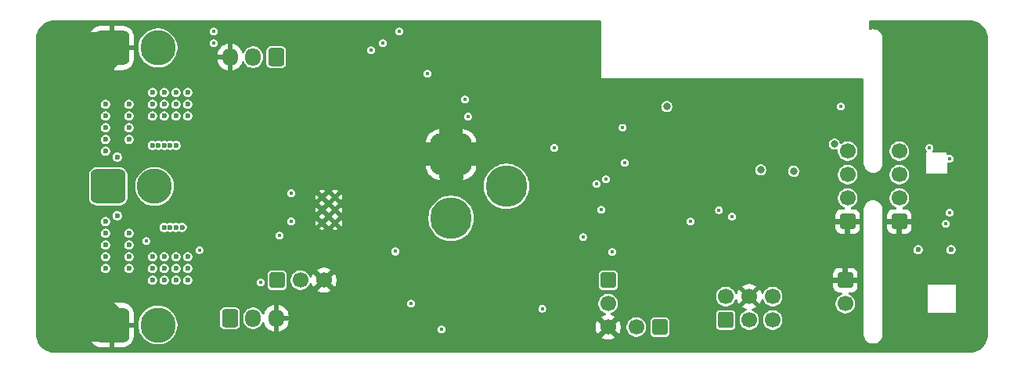
<source format=gbr>
%TF.GenerationSoftware,KiCad,Pcbnew,9.0.5*%
%TF.CreationDate,2025-11-15T15:40:49+01:00*%
%TF.ProjectId,Robobuoy-Sub-v3_0,526f626f-6275-46f7-992d-5375622d7633,rev?*%
%TF.SameCoordinates,Original*%
%TF.FileFunction,Copper,L3,Inr*%
%TF.FilePolarity,Positive*%
%FSLAX46Y46*%
G04 Gerber Fmt 4.6, Leading zero omitted, Abs format (unit mm)*
G04 Created by KiCad (PCBNEW 9.0.5) date 2025-11-15 15:40:49*
%MOMM*%
%LPD*%
G01*
G04 APERTURE LIST*
G04 Aperture macros list*
%AMRoundRect*
0 Rectangle with rounded corners*
0 $1 Rounding radius*
0 $2 $3 $4 $5 $6 $7 $8 $9 X,Y pos of 4 corners*
0 Add a 4 corners polygon primitive as box body*
4,1,4,$2,$3,$4,$5,$6,$7,$8,$9,$2,$3,0*
0 Add four circle primitives for the rounded corners*
1,1,$1+$1,$2,$3*
1,1,$1+$1,$4,$5*
1,1,$1+$1,$6,$7*
1,1,$1+$1,$8,$9*
0 Add four rect primitives between the rounded corners*
20,1,$1+$1,$2,$3,$4,$5,0*
20,1,$1+$1,$4,$5,$6,$7,0*
20,1,$1+$1,$6,$7,$8,$9,0*
20,1,$1+$1,$8,$9,$2,$3,0*%
G04 Aperture macros list end*
%TA.AperFunction,ComponentPad*%
%ADD10RoundRect,1.125000X-1.125000X1.125000X-1.125000X-1.125000X1.125000X-1.125000X1.125000X1.125000X0*%
%TD*%
%TA.AperFunction,ComponentPad*%
%ADD11C,4.500000*%
%TD*%
%TA.AperFunction,ComponentPad*%
%ADD12RoundRect,0.250000X0.600000X-0.600000X0.600000X0.600000X-0.600000X0.600000X-0.600000X-0.600000X0*%
%TD*%
%TA.AperFunction,ComponentPad*%
%ADD13C,1.700000*%
%TD*%
%TA.AperFunction,ComponentPad*%
%ADD14RoundRect,0.760000X-1.140000X-1.140000X1.140000X-1.140000X1.140000X1.140000X-1.140000X1.140000X0*%
%TD*%
%TA.AperFunction,ComponentPad*%
%ADD15C,3.800000*%
%TD*%
%TA.AperFunction,ComponentPad*%
%ADD16RoundRect,0.206250X-0.618750X-0.618750X0.618750X-0.618750X0.618750X0.618750X-0.618750X0.618750X0*%
%TD*%
%TA.AperFunction,ComponentPad*%
%ADD17RoundRect,0.206250X0.618750X-0.618750X0.618750X0.618750X-0.618750X0.618750X-0.618750X-0.618750X0*%
%TD*%
%TA.AperFunction,ComponentPad*%
%ADD18RoundRect,0.206250X-0.618750X0.618750X-0.618750X-0.618750X0.618750X-0.618750X0.618750X0.618750X0*%
%TD*%
%TA.AperFunction,HeatsinkPad*%
%ADD19C,0.500000*%
%TD*%
%TA.AperFunction,ComponentPad*%
%ADD20RoundRect,0.206250X0.618750X0.618750X-0.618750X0.618750X-0.618750X-0.618750X0.618750X-0.618750X0*%
%TD*%
%TA.AperFunction,ComponentPad*%
%ADD21RoundRect,0.250000X0.600000X0.725000X-0.600000X0.725000X-0.600000X-0.725000X0.600000X-0.725000X0*%
%TD*%
%TA.AperFunction,ComponentPad*%
%ADD22O,1.700000X1.950000*%
%TD*%
%TA.AperFunction,ComponentPad*%
%ADD23RoundRect,0.250000X-0.600000X-0.725000X0.600000X-0.725000X0.600000X0.725000X-0.600000X0.725000X0*%
%TD*%
%TA.AperFunction,ViaPad*%
%ADD24C,0.450000*%
%TD*%
%TA.AperFunction,ViaPad*%
%ADD25C,0.600000*%
%TD*%
%TA.AperFunction,ViaPad*%
%ADD26C,0.800000*%
%TD*%
%TA.AperFunction,Conductor*%
%ADD27C,3.500000*%
%TD*%
%TA.AperFunction,Conductor*%
%ADD28C,2.500000*%
%TD*%
G04 APERTURE END LIST*
D10*
%TO.N,GND*%
%TO.C,J301*%
X61807259Y-46527436D03*
D11*
%TO.N,/Robobuoy-Sub-PSU-v3_0/COMM*%
X67807259Y-49991436D03*
%TO.N,Vbatt*%
X61807259Y-53455436D03*
%TD*%
D12*
%TO.N,EN*%
%TO.C,J201*%
X91516400Y-64468500D03*
D13*
%TO.N,+3.3V*%
X91516400Y-61928500D03*
%TO.N,TX*%
X94056400Y-64468500D03*
%TO.N,GND*%
X94056400Y-61928500D03*
%TO.N,RX*%
X96596400Y-64468500D03*
%TO.N,DR0*%
X96596400Y-61928500D03*
%TD*%
D14*
%TO.N,Net-(J306--)*%
%TO.C,J306*%
X24734000Y-50000000D03*
D15*
%TO.N,Vbatt*%
X29734000Y-50000000D03*
%TD*%
D16*
%TO.N,Vbatt*%
%TO.C,SW301*%
X42982000Y-60160000D03*
D13*
%TO.N,Net-(D301-K)*%
X45522000Y-60160000D03*
%TO.N,GND*%
X48062000Y-60160000D03*
%TD*%
D17*
%TO.N,GND*%
%TO.C,J401*%
X104704000Y-53810000D03*
D13*
%TO.N,+3.3V*%
X104704000Y-51270000D03*
%TO.N,/CPU/SCL*%
X104704000Y-48730000D03*
%TO.N,/CPU/SDA*%
X104704000Y-46190000D03*
%TD*%
D18*
%TO.N,GND*%
%TO.C,SW202*%
X104450000Y-60160000D03*
D13*
%TO.N,SWITCH*%
X104450000Y-62700000D03*
%TD*%
D19*
%TO.N,GND*%
%TO.C,U303*%
X47863200Y-51140900D03*
X47863200Y-52540900D03*
X47863200Y-53940900D03*
X49263200Y-51140900D03*
X49263200Y-52540900D03*
X49263200Y-53940900D03*
%TD*%
D14*
%TO.N,GND*%
%TO.C,J305*%
X25100000Y-65000000D03*
D15*
%TO.N,Net-(J305-Pin_2)*%
X30100000Y-65000000D03*
%TD*%
D17*
%TO.N,GND*%
%TO.C,J102*%
X110292000Y-53810000D03*
D13*
%TO.N,+3.3V*%
X110292000Y-51270000D03*
%TO.N,/CPU/SCL*%
X110292000Y-48730000D03*
%TO.N,/CPU/SDA*%
X110292000Y-46190000D03*
%TD*%
D20*
%TO.N,+5V*%
%TO.C,BZ201*%
X84384000Y-65240000D03*
D13*
%TO.N,Net-(BZ201--)*%
X81844000Y-65240000D03*
%TD*%
D21*
%TO.N,Net-(J302-Pin_1)*%
%TO.C,J302*%
X42900000Y-36000000D03*
D22*
%TO.N,Net-(J302-Pin_2)*%
X40400000Y-36000000D03*
%TO.N,GND*%
X37900000Y-36000000D03*
%TD*%
D18*
%TO.N,+5V*%
%TO.C,J203*%
X78796000Y-60160000D03*
D13*
%TO.N,Net-(J203-Pin_2)*%
X78796000Y-62700000D03*
%TO.N,GND*%
X78796000Y-65240000D03*
%TD*%
D23*
%TO.N,Net-(J303-Pin_1)*%
%TO.C,J303*%
X37900000Y-64275000D03*
D22*
%TO.N,Net-(J303-Pin_2)*%
X40400000Y-64275000D03*
%TO.N,GND*%
X42900000Y-64275000D03*
%TD*%
D14*
%TO.N,GND*%
%TO.C,J304*%
X25100000Y-35000000D03*
D15*
%TO.N,Net-(J304-Pin_2)*%
X30100000Y-35000000D03*
%TD*%
D24*
%TO.N,GND*%
X32669600Y-32499400D03*
X35082600Y-32575600D03*
X102545000Y-67221200D03*
X102595800Y-65468600D03*
X86212800Y-66586200D03*
X85273000Y-60210800D03*
X92943800Y-67043400D03*
X35997000Y-41414800D03*
D25*
%TO.N,*%
X112324000Y-56858000D03*
X115880000Y-56858000D03*
D24*
%TO.N,+5V*%
X44531400Y-53784600D03*
X44511945Y-50720786D03*
D26*
%TO.N,GND*%
X91636981Y-47186111D03*
D25*
X109276000Y-66764000D03*
X18725000Y-60160000D03*
X49027200Y-47612400D03*
X21265000Y-55080000D03*
D24*
X33838000Y-48730000D03*
D25*
X77780000Y-38570000D03*
D24*
X76637000Y-50508000D03*
D25*
X91750000Y-49238000D03*
X81742400Y-44462800D03*
X118547000Y-44412000D03*
X112832000Y-54699000D03*
X43794800Y-49339600D03*
X114229000Y-51016000D03*
X41305600Y-41033800D03*
D24*
X115424288Y-60106270D03*
D25*
X81336000Y-58549000D03*
D24*
X37495600Y-42405400D03*
D25*
X105720000Y-38570000D03*
X42321600Y-51016000D03*
D24*
X56063000Y-67272000D03*
D25*
X58145800Y-45682000D03*
X99573200Y-54622800D03*
X74452600Y-36792000D03*
X34549200Y-58915400D03*
D24*
X44150400Y-42634000D03*
D25*
X58120400Y-50406400D03*
X105974000Y-67272000D03*
X21265000Y-61430000D03*
D26*
X36361600Y-48060400D03*
D25*
X42829600Y-49365000D03*
D24*
X59365000Y-67272000D03*
X116835556Y-61077678D03*
X117150000Y-66510000D03*
D25*
X18725000Y-57620000D03*
X18725000Y-39205000D03*
X73639800Y-38443000D03*
D24*
X91242000Y-59398000D03*
D25*
X18725000Y-41110000D03*
X21265000Y-39205000D03*
X85400000Y-38570000D03*
X18725000Y-55080000D03*
X112451000Y-61938000D03*
X77526000Y-32474000D03*
X66350000Y-35268000D03*
X96830000Y-38570000D03*
D24*
X95306000Y-65621000D03*
D25*
X99649400Y-39841111D03*
X18725000Y-42380000D03*
X89464000Y-47206000D03*
X105974000Y-39332000D03*
X82733000Y-39586000D03*
X109149000Y-33109000D03*
X68890000Y-41872000D03*
X112451000Y-64351000D03*
D24*
X55859800Y-53632200D03*
D25*
X84892000Y-39841111D03*
D24*
X97084000Y-59271000D03*
D25*
X21265000Y-42380000D03*
D24*
X48747800Y-49771400D03*
D25*
X18725000Y-44920000D03*
X65080000Y-48222000D03*
X64495800Y-52260600D03*
X18725000Y-53810000D03*
X67874000Y-34238000D03*
D24*
X90480000Y-39841111D03*
D25*
X73335000Y-34074200D03*
X114356000Y-52667000D03*
X93020000Y-38570000D03*
X70337800Y-53987800D03*
D24*
X36428800Y-50558800D03*
D25*
X109149000Y-44158000D03*
X65130800Y-54953000D03*
X41661200Y-49010300D03*
D24*
X42372400Y-55080000D03*
D25*
X18725000Y-46190000D03*
X76510000Y-38316000D03*
X36327200Y-56781800D03*
X38333800Y-49060200D03*
X80320000Y-45682000D03*
X40238800Y-49010300D03*
D24*
X63048000Y-34506000D03*
X35362000Y-49746000D03*
D25*
X101910000Y-38570000D03*
D24*
X61016000Y-40094000D03*
D25*
X70312400Y-52133600D03*
D24*
X87051000Y-42253000D03*
X112578000Y-66002000D03*
D25*
X117785000Y-56604000D03*
X18598000Y-66764000D03*
D24*
X112324000Y-44920000D03*
X52151400Y-39992400D03*
D25*
X66350000Y-33236000D03*
D24*
X99370000Y-65494000D03*
X34600000Y-39078000D03*
X117658000Y-62192000D03*
X61879787Y-62649387D03*
D25*
X118547000Y-33109000D03*
X91750000Y-45174000D03*
D24*
X69702800Y-66281400D03*
D25*
X82860000Y-38570000D03*
X21265000Y-60160000D03*
X93782000Y-45174000D03*
D24*
X55834400Y-52387600D03*
X49611400Y-49873000D03*
X70007600Y-38189000D03*
D25*
X18725000Y-48730000D03*
X104450000Y-38570000D03*
X46106200Y-48984000D03*
D24*
X72954000Y-48984000D03*
D25*
X79050000Y-38570000D03*
X38867200Y-51168400D03*
D24*
X55478800Y-39382800D03*
X87571700Y-58953500D03*
D25*
X87940000Y-38570000D03*
D24*
X94163000Y-42253000D03*
D25*
X72192000Y-46799600D03*
D24*
X41254800Y-46926600D03*
D25*
X21265000Y-44920000D03*
X54057802Y-42991000D03*
D24*
X61016000Y-40094000D03*
X35235000Y-48730000D03*
X52684800Y-52032000D03*
D25*
X62032000Y-32474000D03*
X90480000Y-38570000D03*
X21265000Y-51270000D03*
X21265000Y-53810000D03*
X118851800Y-66789400D03*
X18725000Y-52540000D03*
D24*
X91216600Y-54521200D03*
D25*
X118801000Y-51016000D03*
D24*
X47325400Y-49822200D03*
X116302600Y-47316798D03*
D25*
X98100000Y-38570000D03*
X80320000Y-38570000D03*
X48824000Y-44158000D03*
X78770600Y-51524000D03*
X89464000Y-49238000D03*
X70515600Y-44234200D03*
D24*
X38435400Y-46952000D03*
D25*
X103992800Y-44056400D03*
X36428800Y-45631200D03*
D24*
X71176000Y-51778000D03*
D25*
X89464000Y-45174000D03*
X76954500Y-38887500D03*
D24*
X99751000Y-42253000D03*
D25*
X28148400Y-61506200D03*
X93782000Y-49238000D03*
X93782000Y-47206000D03*
D24*
X80955000Y-60922000D03*
X97338000Y-54521200D03*
X55834400Y-51066800D03*
D25*
X54031000Y-45199400D03*
D24*
X100081200Y-57696200D03*
D25*
X72192000Y-43396000D03*
X18725000Y-51270000D03*
X105237400Y-39814600D03*
X84130000Y-38570000D03*
X34041200Y-66586200D03*
X18725000Y-50000000D03*
X116515000Y-54699000D03*
D24*
X110491844Y-58447849D03*
X110546000Y-62446000D03*
D25*
X81488400Y-55715000D03*
X103180000Y-38570000D03*
X114229000Y-39078000D03*
X18598000Y-33490000D03*
X76510000Y-36309400D03*
X91750000Y-38570000D03*
X18725000Y-58890000D03*
X86822400Y-52946400D03*
X100640000Y-38570000D03*
D24*
X42448600Y-43523000D03*
D25*
X81590000Y-38570000D03*
D24*
X66578600Y-67475200D03*
D25*
X102976800Y-51422400D03*
X34142800Y-44107200D03*
D24*
X110546000Y-60347000D03*
D25*
X18725000Y-56350000D03*
X21265000Y-46190000D03*
X41458000Y-50965200D03*
X89210000Y-38570000D03*
X21265000Y-57620000D03*
X86670000Y-38570000D03*
X21265000Y-56350000D03*
X18725000Y-47460000D03*
X21265000Y-41110000D03*
D24*
X60711200Y-35115600D03*
D25*
X66604000Y-41872000D03*
X110419000Y-56223000D03*
D24*
X86771600Y-55715000D03*
D25*
X114102000Y-56731000D03*
X61854200Y-43396000D03*
X40137200Y-50991500D03*
X101935400Y-57569200D03*
D24*
X88575000Y-65367000D03*
D26*
X52761000Y-53606800D03*
D25*
X21265000Y-47460000D03*
D24*
X43134400Y-48145800D03*
X51364000Y-66408400D03*
D25*
X94290000Y-38570000D03*
X18725000Y-61430000D03*
X21265000Y-52540000D03*
X80320000Y-51524000D03*
X99370000Y-38570000D03*
X18725000Y-43650000D03*
D26*
X39131652Y-58334212D03*
D24*
X36124000Y-67399000D03*
D25*
X21265000Y-50000000D03*
D24*
X70947400Y-64935200D03*
X41585000Y-66256000D03*
D25*
X95560000Y-38570000D03*
X21265000Y-58890000D03*
X47858800Y-43040400D03*
X21265000Y-48730000D03*
D24*
X93909000Y-39841111D03*
D25*
X21265000Y-43650000D03*
D24*
X73970000Y-55842000D03*
X76764000Y-44539000D03*
X112965000Y-48851000D03*
%TO.N,+3.3V*%
X103942000Y-41364000D03*
D26*
X85146000Y-41364000D03*
D24*
%TO.N,/CPU/VSAMP*%
X76078200Y-55486400D03*
X80574000Y-47460000D03*
D25*
%TO.N,Vbatt*%
X30790000Y-54445000D03*
D24*
X55783600Y-57035800D03*
D25*
X29520000Y-45555000D03*
X31425000Y-54445000D03*
X30790000Y-45555000D03*
X31425000Y-45555000D03*
X32035000Y-54445000D03*
X32060000Y-45555000D03*
X30155000Y-45555000D03*
X32720000Y-54420000D03*
D24*
%TO.N,/CPU/ON*%
X78034000Y-52540000D03*
X43236000Y-55334000D03*
D26*
%TO.N,RX*%
X98862000Y-48349000D03*
%TO.N,TX*%
X95306000Y-48222000D03*
D25*
%TO.N,Net-(J304-Pin_2)*%
X30790000Y-39840000D03*
X30790000Y-42380000D03*
X33330000Y-41110000D03*
X32060000Y-42380000D03*
X32060000Y-41110000D03*
X33330000Y-39840000D03*
X30790000Y-41110000D03*
X29520000Y-42380000D03*
X29520000Y-39840000D03*
X29520000Y-41110000D03*
X32060000Y-39840000D03*
X33330000Y-42380000D03*
%TO.N,Net-(J305-Pin_2)*%
X30790000Y-58890000D03*
X29520000Y-57620000D03*
X32060000Y-58890000D03*
X29520000Y-60160000D03*
X29520000Y-58890000D03*
X33330000Y-57620000D03*
X32060000Y-57620000D03*
X30790000Y-57620000D03*
X33330000Y-60160000D03*
X33330000Y-58890000D03*
X32060000Y-60160000D03*
X30790000Y-60160000D03*
D24*
%TO.N,/CPU/RX_SUB*%
X71658600Y-63233400D03*
X92186370Y-53236111D03*
%TO.N,/CPU/ESC_SB_PWR*%
X41204000Y-60414000D03*
X87686000Y-53810000D03*
%TO.N,/CPU/ESC_BB_PWR*%
X77526000Y-49746000D03*
X63302000Y-40602000D03*
%TO.N,Net-(Q306-G)*%
X34590403Y-56876780D03*
X28830500Y-55914500D03*
%TO.N,/CPU/TX_SUB*%
X90784800Y-52565400D03*
X60762000Y-65494000D03*
%TO.N,/CPU/ESC_BB*%
X72954000Y-45809000D03*
X78542000Y-49238000D03*
X53142000Y-35268000D03*
X63632200Y-42430800D03*
%TO.N,/CPU/ESC_SB*%
X79227800Y-57112000D03*
X57460000Y-62700000D03*
%TO.N,Net-(U304B-+)*%
X36124000Y-33236000D03*
X56190000Y-33236000D03*
%TO.N,Net-(U304B--)*%
X36124000Y-34506000D03*
X54412000Y-34506000D03*
%TO.N,/CPU/Imon*%
X59238000Y-37808000D03*
X80370800Y-43651111D03*
D26*
%TO.N,/CPU/SCL*%
X103268000Y-45428000D03*
D24*
X115727600Y-52819400D03*
X115727600Y-46977400D03*
%TO.N,/CPU/SDA*%
X113559031Y-45845000D03*
X115321200Y-54064000D03*
D25*
%TO.N,Net-(J306--)*%
X25710000Y-53175000D03*
X24440000Y-42380000D03*
X24440000Y-55080000D03*
X25710000Y-46825000D03*
X24440000Y-56350000D03*
X26980000Y-44920000D03*
X26980000Y-57620000D03*
X26980000Y-41110000D03*
X24440000Y-43650000D03*
X26980000Y-56350000D03*
X24440000Y-57620000D03*
X26980000Y-43650000D03*
X26980000Y-42380000D03*
X24440000Y-46190000D03*
X24440000Y-53810000D03*
X24440000Y-41110000D03*
X26980000Y-58890000D03*
X24440000Y-44920000D03*
X24440000Y-58890000D03*
X26980000Y-55080000D03*
%TD*%
D27*
%TO.N,GND*%
X25100000Y-35000000D02*
X21406000Y-35000000D01*
D28*
X61807259Y-46527436D02*
X61807259Y-48886259D01*
D27*
X21406000Y-35000000D02*
X21392000Y-35014000D01*
D28*
X61807259Y-46527436D02*
X58178436Y-46527436D01*
X65504564Y-46527436D02*
X65588000Y-46444000D01*
X58178436Y-46527436D02*
X58095000Y-46444000D01*
D27*
X25100000Y-65000000D02*
X25100000Y-64757000D01*
X25100000Y-64757000D02*
X21519000Y-61176000D01*
D28*
X61807259Y-46527436D02*
X65504564Y-46527436D01*
D27*
X25100000Y-35000000D02*
X21588000Y-38512000D01*
D28*
X61807259Y-48886259D02*
X61905000Y-48984000D01*
D27*
X25100000Y-65000000D02*
X22676000Y-65000000D01*
D28*
X61807259Y-43425259D02*
X61651000Y-43269000D01*
D27*
X22676000Y-65000000D02*
X22535000Y-64859000D01*
D28*
X61807259Y-46527436D02*
X61807259Y-43425259D01*
%TD*%
%TA.AperFunction,Conductor*%
%TO.N,GND*%
G36*
X77977039Y-32030185D02*
G01*
X78022794Y-32082989D01*
X78034000Y-32134500D01*
X78034000Y-38316000D01*
X106315500Y-38316000D01*
X106382539Y-38335685D01*
X106428294Y-38388489D01*
X106439500Y-38440000D01*
X106439500Y-47496588D01*
X106439500Y-47500000D01*
X106439500Y-47593637D01*
X106473911Y-47777721D01*
X106482729Y-47800482D01*
X106541561Y-47952347D01*
X106541562Y-47952349D01*
X106584011Y-48020905D01*
X106640149Y-48111571D01*
X106766314Y-48249968D01*
X106915761Y-48362825D01*
X106961829Y-48385764D01*
X107083390Y-48446295D01*
X107083394Y-48446296D01*
X107083401Y-48446300D01*
X107263526Y-48497550D01*
X107449999Y-48514829D01*
X107450000Y-48514829D01*
X107450001Y-48514829D01*
X107543237Y-48506189D01*
X107636474Y-48497550D01*
X107816599Y-48446300D01*
X107984239Y-48362825D01*
X108133686Y-48249968D01*
X108259851Y-48111571D01*
X108358438Y-47952348D01*
X108426089Y-47777721D01*
X108460500Y-47593637D01*
X108460500Y-47500000D01*
X108460500Y-47496588D01*
X108460500Y-46086530D01*
X109241500Y-46086530D01*
X109241500Y-46293469D01*
X109281868Y-46496412D01*
X109281870Y-46496420D01*
X109348132Y-46656391D01*
X109361059Y-46687598D01*
X109418541Y-46773626D01*
X109476024Y-46859657D01*
X109622342Y-47005975D01*
X109622345Y-47005977D01*
X109794402Y-47120941D01*
X109985580Y-47200130D01*
X110179280Y-47238659D01*
X110188530Y-47240499D01*
X110188534Y-47240500D01*
X110188535Y-47240500D01*
X110395466Y-47240500D01*
X110395467Y-47240499D01*
X110598420Y-47200130D01*
X110789598Y-47120941D01*
X110961655Y-47005977D01*
X111107977Y-46859655D01*
X111222941Y-46687598D01*
X111302130Y-46496420D01*
X111342500Y-46293465D01*
X111342500Y-46086535D01*
X111302130Y-45883580D01*
X111262946Y-45788982D01*
X113133531Y-45788982D01*
X113133531Y-45901018D01*
X113159200Y-45996814D01*
X113162528Y-46009236D01*
X113162529Y-46009239D01*
X113173960Y-46029038D01*
X113218546Y-46106263D01*
X113218548Y-46106265D01*
X113233460Y-46121177D01*
X113266945Y-46182500D01*
X113261961Y-46252192D01*
X113233461Y-46296538D01*
X113213000Y-46316999D01*
X113213000Y-46317000D01*
X113213000Y-48603000D01*
X115499000Y-48603000D01*
X115499000Y-48602999D01*
X115492460Y-48485279D01*
X115438210Y-47508792D01*
X115454145Y-47440766D01*
X115504330Y-47392153D01*
X115572830Y-47378388D01*
X115594097Y-47382138D01*
X115671582Y-47402900D01*
X115671585Y-47402900D01*
X115783616Y-47402900D01*
X115783618Y-47402900D01*
X115891837Y-47373903D01*
X115988863Y-47317885D01*
X116068085Y-47238663D01*
X116124103Y-47141637D01*
X116153100Y-47033418D01*
X116153100Y-46921382D01*
X116124103Y-46813163D01*
X116068085Y-46716137D01*
X115988863Y-46636915D01*
X115924179Y-46599569D01*
X115891839Y-46580898D01*
X115891838Y-46580897D01*
X115891837Y-46580897D01*
X115783618Y-46551900D01*
X115671582Y-46551900D01*
X115563363Y-46580897D01*
X115555853Y-46584008D01*
X115554938Y-46581800D01*
X115498864Y-46595398D01*
X115432839Y-46572539D01*
X115389654Y-46517614D01*
X115380967Y-46478417D01*
X115377241Y-46411351D01*
X115372000Y-46317000D01*
X113988141Y-46317000D01*
X113921102Y-46297315D01*
X113875347Y-46244511D01*
X113865403Y-46175353D01*
X113894428Y-46111797D01*
X113899207Y-46106663D01*
X113899507Y-46106271D01*
X113899516Y-46106263D01*
X113955534Y-46009237D01*
X113984531Y-45901018D01*
X113984531Y-45788982D01*
X113955534Y-45680763D01*
X113899516Y-45583737D01*
X113820294Y-45504515D01*
X113723268Y-45448497D01*
X113615049Y-45419500D01*
X113503013Y-45419500D01*
X113394794Y-45448497D01*
X113394791Y-45448498D01*
X113297771Y-45504513D01*
X113297765Y-45504517D01*
X113218548Y-45583734D01*
X113218544Y-45583740D01*
X113162529Y-45680760D01*
X113162528Y-45680763D01*
X113133531Y-45788982D01*
X111262946Y-45788982D01*
X111222941Y-45692402D01*
X111107977Y-45520345D01*
X111107975Y-45520342D01*
X110961657Y-45374024D01*
X110846463Y-45297055D01*
X110789598Y-45259059D01*
X110762141Y-45247686D01*
X110598420Y-45179870D01*
X110598412Y-45179868D01*
X110395469Y-45139500D01*
X110395465Y-45139500D01*
X110188535Y-45139500D01*
X110188530Y-45139500D01*
X109985587Y-45179868D01*
X109985579Y-45179870D01*
X109794403Y-45259058D01*
X109622342Y-45374024D01*
X109476024Y-45520342D01*
X109361058Y-45692403D01*
X109281870Y-45883579D01*
X109281868Y-45883587D01*
X109241500Y-46086530D01*
X108460500Y-46086530D01*
X108460500Y-33995651D01*
X108460500Y-33906363D01*
X108426089Y-33722279D01*
X108358438Y-33547652D01*
X108259851Y-33388429D01*
X108133686Y-33250032D01*
X107984239Y-33137175D01*
X107816609Y-33053704D01*
X107816594Y-33053698D01*
X107636475Y-33002450D01*
X107636473Y-33002449D01*
X107450001Y-32985171D01*
X107449999Y-32985171D01*
X107263530Y-33002449D01*
X107263526Y-33002449D01*
X107263526Y-33002450D01*
X107147933Y-33035338D01*
X107078066Y-33034751D01*
X107019608Y-32996484D01*
X106991118Y-32932687D01*
X106990000Y-32916072D01*
X106990000Y-32134500D01*
X107009685Y-32067461D01*
X107062489Y-32021706D01*
X107114000Y-32010500D01*
X117895933Y-32010500D01*
X117904042Y-32010765D01*
X117928951Y-32012397D01*
X118151586Y-32026989D01*
X118167647Y-32029104D01*
X118406963Y-32076708D01*
X118422606Y-32080900D01*
X118653657Y-32159331D01*
X118668629Y-32165532D01*
X118883293Y-32271392D01*
X118887460Y-32273447D01*
X118901507Y-32281557D01*
X119104377Y-32417111D01*
X119117241Y-32426982D01*
X119300678Y-32587852D01*
X119312147Y-32599321D01*
X119473017Y-32782758D01*
X119482890Y-32795625D01*
X119506858Y-32831496D01*
X119618442Y-32998492D01*
X119626552Y-33012539D01*
X119734464Y-33231363D01*
X119740671Y-33246349D01*
X119792909Y-33400239D01*
X119819096Y-33477382D01*
X119823294Y-33493048D01*
X119870893Y-33732340D01*
X119873011Y-33748422D01*
X119889235Y-33995956D01*
X119889500Y-34004066D01*
X119889500Y-65995933D01*
X119889235Y-66004042D01*
X119889235Y-66004043D01*
X119873011Y-66251577D01*
X119870893Y-66267659D01*
X119823294Y-66506951D01*
X119819096Y-66522617D01*
X119740671Y-66753650D01*
X119734464Y-66768636D01*
X119626552Y-66987460D01*
X119618442Y-67001507D01*
X119482891Y-67204373D01*
X119473017Y-67217241D01*
X119312147Y-67400678D01*
X119300678Y-67412147D01*
X119117241Y-67573017D01*
X119104373Y-67582891D01*
X118901507Y-67718442D01*
X118887460Y-67726552D01*
X118668636Y-67834464D01*
X118653650Y-67840671D01*
X118422617Y-67919096D01*
X118406951Y-67923294D01*
X118167659Y-67970893D01*
X118151577Y-67973011D01*
X117904043Y-67989235D01*
X117895933Y-67989500D01*
X18904067Y-67989500D01*
X18895957Y-67989235D01*
X18648422Y-67973011D01*
X18632340Y-67970893D01*
X18393048Y-67923294D01*
X18377382Y-67919096D01*
X18146349Y-67840671D01*
X18131363Y-67834464D01*
X17912539Y-67726552D01*
X17898492Y-67718442D01*
X17695626Y-67582891D01*
X17682758Y-67573017D01*
X17499321Y-67412147D01*
X17487852Y-67400678D01*
X17326982Y-67217241D01*
X17317108Y-67204373D01*
X17260311Y-67119371D01*
X17181557Y-67001507D01*
X17173447Y-66987460D01*
X17125942Y-66891129D01*
X17065532Y-66768629D01*
X17059331Y-66753657D01*
X16980900Y-66522606D01*
X16976708Y-66506963D01*
X16929104Y-66267647D01*
X16926989Y-66251586D01*
X16910765Y-66004042D01*
X16910500Y-65995933D01*
X16910500Y-63795280D01*
X22700000Y-63795280D01*
X22700000Y-64750000D01*
X23772769Y-64750000D01*
X23750000Y-64893753D01*
X23750000Y-65106247D01*
X23772769Y-65250000D01*
X22700000Y-65250000D01*
X22700000Y-66204719D01*
X22710482Y-66337906D01*
X22710483Y-66337912D01*
X22765898Y-66557829D01*
X22765899Y-66557832D01*
X22859695Y-66764330D01*
X22859698Y-66764336D01*
X22988851Y-66950758D01*
X22988861Y-66950770D01*
X23149229Y-67111138D01*
X23149241Y-67111148D01*
X23335663Y-67240301D01*
X23335669Y-67240304D01*
X23542167Y-67334100D01*
X23542170Y-67334101D01*
X23762087Y-67389516D01*
X23762093Y-67389517D01*
X23895280Y-67399999D01*
X23895294Y-67400000D01*
X24850000Y-67400000D01*
X24850000Y-66327231D01*
X24993753Y-66350000D01*
X25206247Y-66350000D01*
X25350000Y-66327231D01*
X25350000Y-67400000D01*
X26304706Y-67400000D01*
X26304719Y-67399999D01*
X26437906Y-67389517D01*
X26437912Y-67389516D01*
X26657829Y-67334101D01*
X26657832Y-67334100D01*
X26864330Y-67240304D01*
X26864336Y-67240301D01*
X27050758Y-67111148D01*
X27050770Y-67111138D01*
X27211138Y-66950770D01*
X27211148Y-66950758D01*
X27340301Y-66764336D01*
X27340304Y-66764330D01*
X27434100Y-66557832D01*
X27434101Y-66557829D01*
X27489516Y-66337912D01*
X27489517Y-66337906D01*
X27499999Y-66204719D01*
X27500000Y-66204706D01*
X27500000Y-65250000D01*
X26427231Y-65250000D01*
X26450000Y-65106247D01*
X26450000Y-64893753D01*
X26445023Y-64862332D01*
X27999500Y-64862332D01*
X27999500Y-65137667D01*
X27999501Y-65137684D01*
X28035438Y-65410655D01*
X28035439Y-65410660D01*
X28035440Y-65410666D01*
X28051685Y-65471292D01*
X28106704Y-65676630D01*
X28212075Y-65931017D01*
X28212080Y-65931028D01*
X28254236Y-66004043D01*
X28349751Y-66169479D01*
X28349753Y-66169482D01*
X28349754Y-66169483D01*
X28517370Y-66387926D01*
X28517376Y-66387933D01*
X28712066Y-66582623D01*
X28712072Y-66582628D01*
X28930521Y-66750249D01*
X29083778Y-66838732D01*
X29168971Y-66887919D01*
X29168976Y-66887921D01*
X29168979Y-66887923D01*
X29423368Y-66993295D01*
X29689334Y-67064560D01*
X29962326Y-67100500D01*
X29962333Y-67100500D01*
X30237667Y-67100500D01*
X30237674Y-67100500D01*
X30510666Y-67064560D01*
X30776632Y-66993295D01*
X31031021Y-66887923D01*
X31034761Y-66885764D01*
X31036735Y-66884623D01*
X31269479Y-66750249D01*
X31487928Y-66582628D01*
X31682628Y-66387928D01*
X31767191Y-66277723D01*
X31779041Y-66262280D01*
X31799152Y-66236069D01*
X31850249Y-66169479D01*
X31987923Y-65931021D01*
X32093295Y-65676632D01*
X32164560Y-65410666D01*
X32200500Y-65137674D01*
X32200500Y-64862326D01*
X32164560Y-64589334D01*
X32093295Y-64323368D01*
X31987923Y-64068979D01*
X31987921Y-64068976D01*
X31987919Y-64068971D01*
X31908639Y-63931656D01*
X31850249Y-63830521D01*
X31780199Y-63739230D01*
X31682629Y-63612073D01*
X31682623Y-63612066D01*
X31566287Y-63495730D01*
X36849500Y-63495730D01*
X36849500Y-65054269D01*
X36852353Y-65084699D01*
X36852353Y-65084701D01*
X36897206Y-65212880D01*
X36897207Y-65212882D01*
X36977850Y-65322150D01*
X37087118Y-65402793D01*
X37109618Y-65410666D01*
X37215299Y-65447646D01*
X37245730Y-65450500D01*
X37245734Y-65450500D01*
X38554270Y-65450500D01*
X38584699Y-65447646D01*
X38584701Y-65447646D01*
X38648790Y-65425219D01*
X38712882Y-65402793D01*
X38822150Y-65322150D01*
X38902793Y-65212882D01*
X38939648Y-65107557D01*
X38947646Y-65084701D01*
X38947646Y-65084699D01*
X38950500Y-65054269D01*
X38950500Y-64046530D01*
X39349500Y-64046530D01*
X39349500Y-64503469D01*
X39389868Y-64706412D01*
X39389870Y-64706420D01*
X39407921Y-64750000D01*
X39469059Y-64897598D01*
X39482836Y-64918217D01*
X39584024Y-65069657D01*
X39730342Y-65215975D01*
X39730345Y-65215977D01*
X39902402Y-65330941D01*
X40093580Y-65410130D01*
X40282187Y-65447646D01*
X40296530Y-65450499D01*
X40296534Y-65450500D01*
X40296535Y-65450500D01*
X40503466Y-65450500D01*
X40503467Y-65450499D01*
X40706420Y-65410130D01*
X40897598Y-65330941D01*
X41069655Y-65215977D01*
X41215977Y-65069655D01*
X41330941Y-64897598D01*
X41376748Y-64787009D01*
X41420589Y-64732606D01*
X41486883Y-64710541D01*
X41554582Y-64727820D01*
X41602193Y-64778957D01*
X41609240Y-64796144D01*
X41648904Y-64918216D01*
X41745379Y-65107557D01*
X41870272Y-65279459D01*
X41870276Y-65279464D01*
X42020535Y-65429723D01*
X42020540Y-65429727D01*
X42192442Y-65554620D01*
X42381782Y-65651095D01*
X42583871Y-65716757D01*
X42650000Y-65727231D01*
X42650000Y-64679145D01*
X42716657Y-64717630D01*
X42837465Y-64750000D01*
X42962535Y-64750000D01*
X43083343Y-64717630D01*
X43150000Y-64679145D01*
X43150000Y-65727230D01*
X43216126Y-65716757D01*
X43216129Y-65716757D01*
X43418217Y-65651095D01*
X43607557Y-65554620D01*
X43768097Y-65437982D01*
X60336500Y-65437982D01*
X60336500Y-65550018D01*
X60365497Y-65658237D01*
X60421515Y-65755263D01*
X60500737Y-65834485D01*
X60597763Y-65890503D01*
X60705982Y-65919500D01*
X60705984Y-65919500D01*
X60818016Y-65919500D01*
X60818018Y-65919500D01*
X60926237Y-65890503D01*
X61023263Y-65834485D01*
X61102485Y-65755263D01*
X61158503Y-65658237D01*
X61187500Y-65550018D01*
X61187500Y-65437982D01*
X61158503Y-65329763D01*
X61102485Y-65232737D01*
X61023263Y-65153515D01*
X60989035Y-65133753D01*
X77446000Y-65133753D01*
X77446000Y-65346246D01*
X77479242Y-65556127D01*
X77479242Y-65556130D01*
X77544904Y-65758217D01*
X77641375Y-65947550D01*
X77650973Y-65960761D01*
X78298094Y-65313641D01*
X78330075Y-65432993D01*
X78395901Y-65547007D01*
X78488993Y-65640099D01*
X78603007Y-65705925D01*
X78722358Y-65737905D01*
X78075236Y-66385025D01*
X78088440Y-66394618D01*
X78088453Y-66394626D01*
X78277782Y-66491095D01*
X78479870Y-66556757D01*
X78689754Y-66590000D01*
X78902246Y-66590000D01*
X79112127Y-66556757D01*
X79112130Y-66556757D01*
X79314217Y-66491095D01*
X79503556Y-66394620D01*
X79503563Y-66394617D01*
X79516761Y-66385026D01*
X79516762Y-66385025D01*
X78869641Y-65737905D01*
X78988993Y-65705925D01*
X79103007Y-65640099D01*
X79196099Y-65547007D01*
X79261925Y-65432993D01*
X79293905Y-65313641D01*
X79941025Y-65960762D01*
X79941026Y-65960761D01*
X79950617Y-65947563D01*
X79950620Y-65947556D01*
X80047095Y-65758217D01*
X80112757Y-65556130D01*
X80112757Y-65556127D01*
X80146000Y-65346246D01*
X80146000Y-65136530D01*
X80793500Y-65136530D01*
X80793500Y-65343469D01*
X80833868Y-65546412D01*
X80833870Y-65546420D01*
X80899939Y-65705925D01*
X80913059Y-65737598D01*
X80924864Y-65755265D01*
X81028024Y-65909657D01*
X81174342Y-66055975D01*
X81174345Y-66055977D01*
X81346402Y-66170941D01*
X81537580Y-66250130D01*
X81740530Y-66290499D01*
X81740534Y-66290500D01*
X81740535Y-66290500D01*
X81947466Y-66290500D01*
X81947467Y-66290499D01*
X82150420Y-66250130D01*
X82341598Y-66170941D01*
X82513655Y-66055977D01*
X82659977Y-65909655D01*
X82672602Y-65890760D01*
X83358499Y-65890760D01*
X83373584Y-65986004D01*
X83373585Y-65986007D01*
X83373586Y-65986009D01*
X83432081Y-66100812D01*
X83432082Y-66100813D01*
X83432085Y-66100817D01*
X83523182Y-66191914D01*
X83523186Y-66191917D01*
X83523188Y-66191919D01*
X83637991Y-66250414D01*
X83637993Y-66250414D01*
X83637995Y-66250415D01*
X83733239Y-66265500D01*
X83733240Y-66265500D01*
X85034760Y-66265500D01*
X85130004Y-66250415D01*
X85130004Y-66250414D01*
X85130009Y-66250414D01*
X85244812Y-66191919D01*
X85335919Y-66100812D01*
X85394414Y-65986009D01*
X85409500Y-65890760D01*
X85409500Y-64589240D01*
X85406764Y-64571965D01*
X85394415Y-64493995D01*
X85394414Y-64493993D01*
X85394414Y-64493991D01*
X85335919Y-64379188D01*
X85335917Y-64379186D01*
X85335914Y-64379182D01*
X85244817Y-64288085D01*
X85244813Y-64288082D01*
X85244812Y-64288081D01*
X85130009Y-64229586D01*
X85130007Y-64229585D01*
X85130004Y-64229584D01*
X85034760Y-64214500D01*
X83733240Y-64214500D01*
X83637995Y-64229584D01*
X83523186Y-64288082D01*
X83523182Y-64288085D01*
X83432085Y-64379182D01*
X83432082Y-64379186D01*
X83373584Y-64493995D01*
X83358500Y-64589239D01*
X83358500Y-65890760D01*
X83358499Y-65890760D01*
X82672602Y-65890760D01*
X82774941Y-65737598D01*
X82854130Y-65546420D01*
X82894500Y-65343465D01*
X82894500Y-65136535D01*
X82854130Y-64933580D01*
X82774941Y-64742402D01*
X82774940Y-64742400D01*
X82774940Y-64742399D01*
X82715379Y-64653260D01*
X82715377Y-64653258D01*
X82659975Y-64570342D01*
X82513657Y-64424024D01*
X82425365Y-64365030D01*
X82341598Y-64309059D01*
X82290955Y-64288082D01*
X82150420Y-64229870D01*
X82150412Y-64229868D01*
X81947469Y-64189500D01*
X81947465Y-64189500D01*
X81740535Y-64189500D01*
X81740530Y-64189500D01*
X81537587Y-64229868D01*
X81537579Y-64229870D01*
X81346403Y-64309058D01*
X81174342Y-64424024D01*
X81028024Y-64570342D01*
X80913058Y-64742403D01*
X80833870Y-64933579D01*
X80833868Y-64933587D01*
X80793500Y-65136530D01*
X80146000Y-65136530D01*
X80146000Y-65133753D01*
X80112757Y-64923872D01*
X80112757Y-64923869D01*
X80047095Y-64721782D01*
X79950626Y-64532453D01*
X79950618Y-64532440D01*
X79941025Y-64519237D01*
X79941025Y-64519236D01*
X79293905Y-65166357D01*
X79261925Y-65047007D01*
X79196099Y-64932993D01*
X79103007Y-64839901D01*
X78988993Y-64774075D01*
X78869642Y-64742094D01*
X79516761Y-64094973D01*
X79503550Y-64085375D01*
X79314216Y-63988904D01*
X79138026Y-63931656D01*
X79115862Y-63916500D01*
X79091848Y-63904480D01*
X79087455Y-63897076D01*
X79080350Y-63892218D01*
X79069896Y-63867482D01*
X79056196Y-63844391D01*
X79056503Y-63835789D01*
X79053152Y-63827860D01*
X79055511Y-63814230D01*
X90465900Y-63814230D01*
X90465900Y-65122769D01*
X90468753Y-65153199D01*
X90468753Y-65153201D01*
X90512934Y-65279459D01*
X90513607Y-65281382D01*
X90594250Y-65390650D01*
X90703518Y-65471293D01*
X90724489Y-65478631D01*
X90831699Y-65516146D01*
X90862130Y-65519000D01*
X90862134Y-65519000D01*
X92170670Y-65519000D01*
X92201099Y-65516146D01*
X92201101Y-65516146D01*
X92265190Y-65493719D01*
X92329282Y-65471293D01*
X92438550Y-65390650D01*
X92519193Y-65281382D01*
X92563935Y-65153517D01*
X92564046Y-65153201D01*
X92564046Y-65153199D01*
X92566900Y-65122769D01*
X92566900Y-63814230D01*
X92564046Y-63783800D01*
X92564046Y-63783798D01*
X92528859Y-63683242D01*
X92519193Y-63655618D01*
X92438550Y-63546350D01*
X92329282Y-63465707D01*
X92329280Y-63465706D01*
X92201100Y-63420853D01*
X92170670Y-63418000D01*
X92170666Y-63418000D01*
X90862134Y-63418000D01*
X90862130Y-63418000D01*
X90831700Y-63420853D01*
X90831698Y-63420853D01*
X90703519Y-63465706D01*
X90703517Y-63465707D01*
X90594250Y-63546350D01*
X90513607Y-63655617D01*
X90513606Y-63655619D01*
X90468753Y-63783798D01*
X90468753Y-63783800D01*
X90465900Y-63814230D01*
X79055511Y-63814230D01*
X79057731Y-63801398D01*
X79058690Y-63774566D01*
X79063598Y-63767495D01*
X79065067Y-63759013D01*
X79083223Y-63739230D01*
X79086210Y-63734927D01*
X79088401Y-63730132D01*
X79090683Y-63728486D01*
X79098538Y-63717173D01*
X79109362Y-63710750D01*
X79112311Y-63707538D01*
X79128876Y-63699171D01*
X79293598Y-63630941D01*
X79465655Y-63515977D01*
X79611977Y-63369655D01*
X79726941Y-63197598D01*
X79806130Y-63006420D01*
X79846500Y-62803465D01*
X79846500Y-62596535D01*
X79806130Y-62393580D01*
X79726941Y-62202402D01*
X79611977Y-62030345D01*
X79611975Y-62030342D01*
X79465657Y-61884024D01*
X79377365Y-61825030D01*
X90465900Y-61825030D01*
X90465900Y-62031969D01*
X90506268Y-62234912D01*
X90506270Y-62234920D01*
X90572339Y-62394425D01*
X90585459Y-62426098D01*
X90599236Y-62446717D01*
X90700424Y-62598157D01*
X90846742Y-62744475D01*
X90846745Y-62744477D01*
X91018802Y-62859441D01*
X91209980Y-62938630D01*
X91412930Y-62978999D01*
X91412934Y-62979000D01*
X91412935Y-62979000D01*
X91619866Y-62979000D01*
X91619867Y-62978999D01*
X91822820Y-62938630D01*
X92013998Y-62859441D01*
X92186055Y-62744477D01*
X92332377Y-62598155D01*
X92447341Y-62426098D01*
X92515565Y-62261389D01*
X92559404Y-62206988D01*
X92625698Y-62184923D01*
X92693398Y-62202202D01*
X92741009Y-62253339D01*
X92748056Y-62270526D01*
X92805304Y-62446716D01*
X92901775Y-62636050D01*
X92941128Y-62690216D01*
X93573437Y-62057908D01*
X93590475Y-62121493D01*
X93656301Y-62235507D01*
X93749393Y-62328599D01*
X93863407Y-62394425D01*
X93926990Y-62411462D01*
X93294682Y-63043769D01*
X93294682Y-63043770D01*
X93348849Y-63083124D01*
X93538182Y-63179595D01*
X93714373Y-63236843D01*
X93772048Y-63276280D01*
X93799247Y-63340639D01*
X93787332Y-63409485D01*
X93740088Y-63460961D01*
X93723508Y-63469335D01*
X93558803Y-63537557D01*
X93386742Y-63652524D01*
X93240424Y-63798842D01*
X93125458Y-63970903D01*
X93046270Y-64162079D01*
X93046268Y-64162087D01*
X93005900Y-64365030D01*
X93005900Y-64571969D01*
X93046268Y-64774912D01*
X93046270Y-64774920D01*
X93125458Y-64966096D01*
X93240424Y-65138157D01*
X93386742Y-65284475D01*
X93386745Y-65284477D01*
X93558802Y-65399441D01*
X93749980Y-65478630D01*
X93938587Y-65516146D01*
X93952930Y-65518999D01*
X93952934Y-65519000D01*
X93952935Y-65519000D01*
X94159866Y-65519000D01*
X94159867Y-65518999D01*
X94362820Y-65478630D01*
X94553998Y-65399441D01*
X94726055Y-65284477D01*
X94872377Y-65138155D01*
X94987341Y-64966098D01*
X95066530Y-64774920D01*
X95106900Y-64571965D01*
X95106900Y-64365035D01*
X95106899Y-64365030D01*
X95545900Y-64365030D01*
X95545900Y-64571969D01*
X95586268Y-64774912D01*
X95586270Y-64774920D01*
X95665458Y-64966096D01*
X95780424Y-65138157D01*
X95926742Y-65284475D01*
X95926745Y-65284477D01*
X96098802Y-65399441D01*
X96289980Y-65478630D01*
X96478587Y-65516146D01*
X96492930Y-65518999D01*
X96492934Y-65519000D01*
X96492935Y-65519000D01*
X96699866Y-65519000D01*
X96699867Y-65518999D01*
X96902820Y-65478630D01*
X97093998Y-65399441D01*
X97266055Y-65284477D01*
X97412377Y-65138155D01*
X97527341Y-64966098D01*
X97606530Y-64774920D01*
X97646900Y-64571965D01*
X97646900Y-64365035D01*
X97606530Y-64162080D01*
X97527341Y-63970902D01*
X97412377Y-63798845D01*
X97412375Y-63798842D01*
X97266057Y-63652524D01*
X97180026Y-63595041D01*
X97093998Y-63537559D01*
X97093993Y-63537557D01*
X96902820Y-63458370D01*
X96902812Y-63458368D01*
X96699869Y-63418000D01*
X96699865Y-63418000D01*
X96492935Y-63418000D01*
X96492930Y-63418000D01*
X96289987Y-63458368D01*
X96289979Y-63458370D01*
X96098803Y-63537558D01*
X95926742Y-63652524D01*
X95780424Y-63798842D01*
X95665458Y-63970903D01*
X95586270Y-64162079D01*
X95586268Y-64162087D01*
X95545900Y-64365030D01*
X95106899Y-64365030D01*
X95066530Y-64162080D01*
X94987341Y-63970902D01*
X94872377Y-63798845D01*
X94872375Y-63798842D01*
X94726057Y-63652524D01*
X94640026Y-63595041D01*
X94553998Y-63537559D01*
X94553993Y-63537557D01*
X94450443Y-63494665D01*
X94389290Y-63469334D01*
X94334888Y-63425494D01*
X94312823Y-63359200D01*
X94330102Y-63291501D01*
X94381239Y-63243890D01*
X94398426Y-63236843D01*
X94574617Y-63179595D01*
X94763954Y-63083122D01*
X94818116Y-63043770D01*
X94818117Y-63043770D01*
X94185808Y-62411462D01*
X94249393Y-62394425D01*
X94363407Y-62328599D01*
X94456499Y-62235507D01*
X94522325Y-62121493D01*
X94539362Y-62057908D01*
X95171670Y-62690217D01*
X95171670Y-62690216D01*
X95211022Y-62636054D01*
X95307495Y-62446717D01*
X95364743Y-62270526D01*
X95404180Y-62212851D01*
X95468539Y-62185652D01*
X95537385Y-62197566D01*
X95588861Y-62244810D01*
X95597235Y-62261391D01*
X95652339Y-62394425D01*
X95665459Y-62426098D01*
X95679236Y-62446717D01*
X95780424Y-62598157D01*
X95926742Y-62744475D01*
X95926745Y-62744477D01*
X96098802Y-62859441D01*
X96289980Y-62938630D01*
X96492930Y-62978999D01*
X96492934Y-62979000D01*
X96492935Y-62979000D01*
X96699866Y-62979000D01*
X96699867Y-62978999D01*
X96902820Y-62938630D01*
X97093998Y-62859441D01*
X97266055Y-62744477D01*
X97412377Y-62598155D01*
X97527341Y-62426098D01*
X97606530Y-62234920D01*
X97646900Y-62031965D01*
X97646900Y-61825035D01*
X97606530Y-61622080D01*
X97527341Y-61430902D01*
X97412377Y-61258845D01*
X97412375Y-61258842D01*
X97266057Y-61112524D01*
X97128799Y-61020812D01*
X97093998Y-60997559D01*
X96902820Y-60918370D01*
X96902812Y-60918368D01*
X96699869Y-60878000D01*
X96699865Y-60878000D01*
X96492935Y-60878000D01*
X96492930Y-60878000D01*
X96289987Y-60918368D01*
X96289979Y-60918370D01*
X96098803Y-60997558D01*
X95926742Y-61112524D01*
X95780424Y-61258842D01*
X95665457Y-61430903D01*
X95597235Y-61595608D01*
X95553394Y-61650011D01*
X95487100Y-61672076D01*
X95419400Y-61654797D01*
X95371790Y-61603659D01*
X95364743Y-61586473D01*
X95307495Y-61410282D01*
X95211024Y-61220949D01*
X95171670Y-61166782D01*
X95171669Y-61166782D01*
X94539362Y-61799090D01*
X94522325Y-61735507D01*
X94456499Y-61621493D01*
X94363407Y-61528401D01*
X94249393Y-61462575D01*
X94185809Y-61445537D01*
X94818116Y-60813228D01*
X94763950Y-60773875D01*
X94574617Y-60677404D01*
X94372529Y-60611742D01*
X94162646Y-60578500D01*
X93950154Y-60578500D01*
X93740272Y-60611742D01*
X93740269Y-60611742D01*
X93538182Y-60677404D01*
X93348839Y-60773880D01*
X93294682Y-60813227D01*
X93294682Y-60813228D01*
X93926991Y-61445537D01*
X93863407Y-61462575D01*
X93749393Y-61528401D01*
X93656301Y-61621493D01*
X93590475Y-61735507D01*
X93573437Y-61799091D01*
X92941128Y-61166782D01*
X92941127Y-61166782D01*
X92901780Y-61220939D01*
X92805305Y-61410281D01*
X92748056Y-61586474D01*
X92708618Y-61644149D01*
X92644259Y-61671347D01*
X92575413Y-61659432D01*
X92523937Y-61612188D01*
X92515564Y-61595607D01*
X92447343Y-61430905D01*
X92332375Y-61258842D01*
X92186057Y-61112524D01*
X92048799Y-61020812D01*
X92013998Y-60997559D01*
X91822820Y-60918370D01*
X91822812Y-60918368D01*
X91619869Y-60878000D01*
X91619865Y-60878000D01*
X91412935Y-60878000D01*
X91412930Y-60878000D01*
X91209987Y-60918368D01*
X91209979Y-60918370D01*
X91018803Y-60997558D01*
X90846742Y-61112524D01*
X90700424Y-61258842D01*
X90585458Y-61430903D01*
X90506270Y-61622079D01*
X90506268Y-61622087D01*
X90465900Y-61825030D01*
X79377365Y-61825030D01*
X79293598Y-61769059D01*
X79293593Y-61769057D01*
X79102420Y-61689870D01*
X79102412Y-61689868D01*
X78899469Y-61649500D01*
X78899465Y-61649500D01*
X78692535Y-61649500D01*
X78692530Y-61649500D01*
X78489587Y-61689868D01*
X78489579Y-61689870D01*
X78298403Y-61769058D01*
X78126342Y-61884024D01*
X77980024Y-62030342D01*
X77865058Y-62202403D01*
X77785870Y-62393579D01*
X77785868Y-62393587D01*
X77745500Y-62596530D01*
X77745500Y-62803469D01*
X77785868Y-63006412D01*
X77785870Y-63006420D01*
X77865059Y-63197598D01*
X77895990Y-63243890D01*
X77980024Y-63369657D01*
X78126342Y-63515975D01*
X78298405Y-63630943D01*
X78373609Y-63662093D01*
X78463108Y-63699164D01*
X78517511Y-63743005D01*
X78539576Y-63809299D01*
X78522297Y-63876998D01*
X78471160Y-63924609D01*
X78453974Y-63931656D01*
X78277781Y-63988905D01*
X78088448Y-64085375D01*
X78075237Y-64094972D01*
X78075237Y-64094973D01*
X78722358Y-64742094D01*
X78603007Y-64774075D01*
X78488993Y-64839901D01*
X78395901Y-64932993D01*
X78330075Y-65047007D01*
X78298094Y-65166358D01*
X77650973Y-64519237D01*
X77650972Y-64519237D01*
X77641375Y-64532448D01*
X77544904Y-64721782D01*
X77479242Y-64923869D01*
X77479242Y-64923872D01*
X77446000Y-65133753D01*
X60989035Y-65133753D01*
X60958579Y-65116169D01*
X60926239Y-65097498D01*
X60926238Y-65097497D01*
X60926237Y-65097497D01*
X60818018Y-65068500D01*
X60705982Y-65068500D01*
X60597763Y-65097497D01*
X60597760Y-65097498D01*
X60500740Y-65153513D01*
X60500734Y-65153517D01*
X60421517Y-65232734D01*
X60421513Y-65232740D01*
X60365498Y-65329760D01*
X60365497Y-65329763D01*
X60336500Y-65437982D01*
X43768097Y-65437982D01*
X43779459Y-65429727D01*
X43779464Y-65429723D01*
X43867014Y-65342174D01*
X43929723Y-65279464D01*
X43929727Y-65279459D01*
X44054620Y-65107557D01*
X44151095Y-64918217D01*
X44216757Y-64716130D01*
X44216757Y-64716127D01*
X44247030Y-64525000D01*
X43304146Y-64525000D01*
X43342630Y-64458343D01*
X43375000Y-64337535D01*
X43375000Y-64212465D01*
X43342630Y-64091657D01*
X43304146Y-64025000D01*
X44247030Y-64025000D01*
X44216757Y-63833872D01*
X44216757Y-63833869D01*
X44151095Y-63631782D01*
X44054620Y-63442442D01*
X43929727Y-63270540D01*
X43929723Y-63270535D01*
X43836570Y-63177382D01*
X71233100Y-63177382D01*
X71233100Y-63289418D01*
X71262097Y-63397637D01*
X71318115Y-63494663D01*
X71397337Y-63573885D01*
X71494363Y-63629903D01*
X71602582Y-63658900D01*
X71602584Y-63658900D01*
X71714616Y-63658900D01*
X71714618Y-63658900D01*
X71822837Y-63629903D01*
X71919863Y-63573885D01*
X71999085Y-63494663D01*
X72055103Y-63397637D01*
X72084100Y-63289418D01*
X72084100Y-63177382D01*
X72055103Y-63069163D01*
X71999085Y-62972137D01*
X71919863Y-62892915D01*
X71822837Y-62836897D01*
X71714618Y-62807900D01*
X71602582Y-62807900D01*
X71494363Y-62836897D01*
X71494360Y-62836898D01*
X71397340Y-62892913D01*
X71397334Y-62892917D01*
X71318117Y-62972134D01*
X71318113Y-62972140D01*
X71262098Y-63069160D01*
X71262097Y-63069163D01*
X71233100Y-63177382D01*
X43836570Y-63177382D01*
X43779464Y-63120276D01*
X43779459Y-63120272D01*
X43607557Y-62995379D01*
X43418215Y-62898903D01*
X43216124Y-62833241D01*
X43150000Y-62822768D01*
X43150000Y-63870854D01*
X43083343Y-63832370D01*
X42962535Y-63800000D01*
X42837465Y-63800000D01*
X42716657Y-63832370D01*
X42650000Y-63870854D01*
X42650000Y-62822768D01*
X42649999Y-62822768D01*
X42583875Y-62833241D01*
X42381784Y-62898903D01*
X42192442Y-62995379D01*
X42020540Y-63120272D01*
X42020535Y-63120276D01*
X41870276Y-63270535D01*
X41870272Y-63270540D01*
X41745379Y-63442442D01*
X41648905Y-63631781D01*
X41609240Y-63753856D01*
X41569802Y-63811531D01*
X41505443Y-63838729D01*
X41436597Y-63826814D01*
X41385121Y-63779570D01*
X41376748Y-63762990D01*
X41372965Y-63753856D01*
X41330941Y-63652402D01*
X41215977Y-63480345D01*
X41215975Y-63480342D01*
X41069657Y-63334024D01*
X40974638Y-63270535D01*
X40897598Y-63219059D01*
X40796981Y-63177382D01*
X40706420Y-63139870D01*
X40706412Y-63139868D01*
X40503469Y-63099500D01*
X40503465Y-63099500D01*
X40296535Y-63099500D01*
X40296530Y-63099500D01*
X40093587Y-63139868D01*
X40093579Y-63139870D01*
X39902403Y-63219058D01*
X39730342Y-63334024D01*
X39584024Y-63480342D01*
X39469058Y-63652403D01*
X39389870Y-63843579D01*
X39389868Y-63843587D01*
X39349500Y-64046530D01*
X38950500Y-64046530D01*
X38950500Y-63495730D01*
X38947646Y-63465300D01*
X38947646Y-63465298D01*
X38902793Y-63337119D01*
X38902792Y-63337117D01*
X38822150Y-63227850D01*
X38712882Y-63147207D01*
X38712880Y-63147206D01*
X38584700Y-63102353D01*
X38554270Y-63099500D01*
X38554266Y-63099500D01*
X37245734Y-63099500D01*
X37245730Y-63099500D01*
X37215300Y-63102353D01*
X37215298Y-63102353D01*
X37087119Y-63147206D01*
X37087117Y-63147207D01*
X36977850Y-63227850D01*
X36897207Y-63337117D01*
X36897206Y-63337119D01*
X36852353Y-63465298D01*
X36852353Y-63465300D01*
X36849500Y-63495730D01*
X31566287Y-63495730D01*
X31487933Y-63417376D01*
X31487926Y-63417370D01*
X31269483Y-63249754D01*
X31269482Y-63249753D01*
X31269479Y-63249751D01*
X31174407Y-63194861D01*
X31031028Y-63112080D01*
X31031017Y-63112075D01*
X30776630Y-63006704D01*
X30643649Y-62971072D01*
X30510666Y-62935440D01*
X30510660Y-62935439D01*
X30510655Y-62935438D01*
X30237684Y-62899501D01*
X30237679Y-62899500D01*
X30237674Y-62899500D01*
X29962326Y-62899500D01*
X29962320Y-62899500D01*
X29962315Y-62899501D01*
X29689344Y-62935438D01*
X29689337Y-62935439D01*
X29689334Y-62935440D01*
X29633125Y-62950500D01*
X29423369Y-63006704D01*
X29168982Y-63112075D01*
X29168971Y-63112080D01*
X28930516Y-63249754D01*
X28712073Y-63417370D01*
X28712066Y-63417376D01*
X28517376Y-63612066D01*
X28517370Y-63612073D01*
X28349754Y-63830516D01*
X28349751Y-63830520D01*
X28349751Y-63830521D01*
X28347818Y-63833869D01*
X28212080Y-64068971D01*
X28212075Y-64068982D01*
X28106704Y-64323369D01*
X28064259Y-64481780D01*
X28035466Y-64589239D01*
X28035441Y-64589331D01*
X28035438Y-64589344D01*
X27999501Y-64862315D01*
X27999500Y-64862332D01*
X26445023Y-64862332D01*
X26427231Y-64750000D01*
X27500000Y-64750000D01*
X27500000Y-63795293D01*
X27499999Y-63795280D01*
X27489517Y-63662093D01*
X27489516Y-63662087D01*
X27434101Y-63442170D01*
X27434100Y-63442167D01*
X27340304Y-63235669D01*
X27340301Y-63235663D01*
X27211148Y-63049241D01*
X27211138Y-63049229D01*
X27050770Y-62888861D01*
X27050758Y-62888851D01*
X26864336Y-62759698D01*
X26864330Y-62759695D01*
X26840243Y-62748754D01*
X26657832Y-62665899D01*
X26657829Y-62665898D01*
X26570854Y-62643982D01*
X57034500Y-62643982D01*
X57034500Y-62756018D01*
X57063497Y-62864237D01*
X57119515Y-62961263D01*
X57198737Y-63040485D01*
X57295763Y-63096503D01*
X57403982Y-63125500D01*
X57403984Y-63125500D01*
X57516016Y-63125500D01*
X57516018Y-63125500D01*
X57624237Y-63096503D01*
X57721263Y-63040485D01*
X57800485Y-62961263D01*
X57856503Y-62864237D01*
X57885500Y-62756018D01*
X57885500Y-62643982D01*
X57856503Y-62535763D01*
X57800485Y-62438737D01*
X57721263Y-62359515D01*
X57624237Y-62303497D01*
X57516018Y-62274500D01*
X57403982Y-62274500D01*
X57295763Y-62303497D01*
X57295760Y-62303498D01*
X57198740Y-62359513D01*
X57198734Y-62359517D01*
X57119517Y-62438734D01*
X57119513Y-62438740D01*
X57063498Y-62535760D01*
X57063497Y-62535763D01*
X57034500Y-62643982D01*
X26570854Y-62643982D01*
X26437912Y-62610483D01*
X26437906Y-62610482D01*
X26304719Y-62600000D01*
X25350000Y-62600000D01*
X25350000Y-63672768D01*
X25206247Y-63650000D01*
X24993753Y-63650000D01*
X24850000Y-63672768D01*
X24850000Y-62600000D01*
X23895280Y-62600000D01*
X23762093Y-62610482D01*
X23762087Y-62610483D01*
X23542170Y-62665898D01*
X23542167Y-62665899D01*
X23335669Y-62759695D01*
X23335663Y-62759698D01*
X23149241Y-62888851D01*
X23149229Y-62888861D01*
X22988861Y-63049229D01*
X22988851Y-63049241D01*
X22859698Y-63235663D01*
X22859695Y-63235669D01*
X22765899Y-63442167D01*
X22765898Y-63442170D01*
X22710483Y-63662087D01*
X22710482Y-63662093D01*
X22700000Y-63795280D01*
X16910500Y-63795280D01*
X16910500Y-60094108D01*
X29019500Y-60094108D01*
X29019500Y-60225892D01*
X29025896Y-60249763D01*
X29053608Y-60353187D01*
X29056378Y-60357984D01*
X29119500Y-60467314D01*
X29212686Y-60560500D01*
X29326814Y-60626392D01*
X29454108Y-60660500D01*
X29454110Y-60660500D01*
X29585890Y-60660500D01*
X29585892Y-60660500D01*
X29713186Y-60626392D01*
X29827314Y-60560500D01*
X29920500Y-60467314D01*
X29986392Y-60353186D01*
X30020500Y-60225892D01*
X30020500Y-60094108D01*
X30289500Y-60094108D01*
X30289500Y-60225892D01*
X30295896Y-60249763D01*
X30323608Y-60353187D01*
X30326378Y-60357984D01*
X30389500Y-60467314D01*
X30482686Y-60560500D01*
X30596814Y-60626392D01*
X30724108Y-60660500D01*
X30724110Y-60660500D01*
X30855890Y-60660500D01*
X30855892Y-60660500D01*
X30983186Y-60626392D01*
X31097314Y-60560500D01*
X31190500Y-60467314D01*
X31256392Y-60353186D01*
X31290500Y-60225892D01*
X31290500Y-60094108D01*
X31559500Y-60094108D01*
X31559500Y-60225892D01*
X31565896Y-60249763D01*
X31593608Y-60353187D01*
X31596378Y-60357984D01*
X31659500Y-60467314D01*
X31752686Y-60560500D01*
X31866814Y-60626392D01*
X31994108Y-60660500D01*
X31994110Y-60660500D01*
X32125890Y-60660500D01*
X32125892Y-60660500D01*
X32253186Y-60626392D01*
X32367314Y-60560500D01*
X32460500Y-60467314D01*
X32526392Y-60353186D01*
X32560500Y-60225892D01*
X32560500Y-60094108D01*
X32829500Y-60094108D01*
X32829500Y-60225892D01*
X32835896Y-60249763D01*
X32863608Y-60353187D01*
X32866378Y-60357984D01*
X32929500Y-60467314D01*
X33022686Y-60560500D01*
X33136814Y-60626392D01*
X33264108Y-60660500D01*
X33264110Y-60660500D01*
X33395890Y-60660500D01*
X33395892Y-60660500D01*
X33523186Y-60626392D01*
X33637314Y-60560500D01*
X33730500Y-60467314D01*
X33793623Y-60357982D01*
X40778500Y-60357982D01*
X40778500Y-60470018D01*
X40807497Y-60578237D01*
X40863515Y-60675263D01*
X40942737Y-60754485D01*
X41039763Y-60810503D01*
X41147982Y-60839500D01*
X41147984Y-60839500D01*
X41260016Y-60839500D01*
X41260018Y-60839500D01*
X41367278Y-60810760D01*
X41956499Y-60810760D01*
X41971584Y-60906004D01*
X41971585Y-60906007D01*
X41971586Y-60906009D01*
X42030081Y-61020812D01*
X42030082Y-61020813D01*
X42030085Y-61020817D01*
X42121182Y-61111914D01*
X42121186Y-61111917D01*
X42121188Y-61111919D01*
X42235991Y-61170414D01*
X42235993Y-61170414D01*
X42235995Y-61170415D01*
X42331239Y-61185500D01*
X42331240Y-61185500D01*
X43632760Y-61185500D01*
X43728004Y-61170415D01*
X43728004Y-61170414D01*
X43728009Y-61170414D01*
X43842812Y-61111919D01*
X43933919Y-61020812D01*
X43992414Y-60906009D01*
X44003530Y-60835829D01*
X44007500Y-60810760D01*
X44007500Y-60056530D01*
X44471500Y-60056530D01*
X44471500Y-60263469D01*
X44511868Y-60466412D01*
X44511870Y-60466420D01*
X44578132Y-60626391D01*
X44591059Y-60657598D01*
X44604836Y-60678217D01*
X44706024Y-60829657D01*
X44852342Y-60975975D01*
X44852345Y-60975977D01*
X45024402Y-61090941D01*
X45215580Y-61170130D01*
X45418530Y-61210499D01*
X45418534Y-61210500D01*
X45418535Y-61210500D01*
X45625466Y-61210500D01*
X45625467Y-61210499D01*
X45828420Y-61170130D01*
X46019598Y-61090941D01*
X46191655Y-60975977D01*
X46337977Y-60829655D01*
X46452941Y-60657598D01*
X46521165Y-60492889D01*
X46565004Y-60438488D01*
X46631298Y-60416423D01*
X46698998Y-60433702D01*
X46746609Y-60484839D01*
X46753656Y-60502026D01*
X46810904Y-60678216D01*
X46907375Y-60867550D01*
X46916973Y-60880761D01*
X47564094Y-60233641D01*
X47596075Y-60352993D01*
X47661901Y-60467007D01*
X47754993Y-60560099D01*
X47869007Y-60625925D01*
X47988358Y-60657905D01*
X47341236Y-61305025D01*
X47354440Y-61314618D01*
X47354453Y-61314626D01*
X47543782Y-61411095D01*
X47745870Y-61476757D01*
X47955754Y-61510000D01*
X48168246Y-61510000D01*
X48378127Y-61476757D01*
X48378130Y-61476757D01*
X48580217Y-61411095D01*
X48769556Y-61314620D01*
X48769563Y-61314617D01*
X48782761Y-61305026D01*
X48782762Y-61305025D01*
X48135641Y-60657905D01*
X48254993Y-60625925D01*
X48369007Y-60560099D01*
X48462099Y-60467007D01*
X48527925Y-60352993D01*
X48559905Y-60233641D01*
X49207025Y-60880762D01*
X49207026Y-60880761D01*
X49216617Y-60867563D01*
X49216620Y-60867556D01*
X49245560Y-60810760D01*
X77770499Y-60810760D01*
X77785584Y-60906004D01*
X77785585Y-60906007D01*
X77785586Y-60906009D01*
X77844081Y-61020812D01*
X77844082Y-61020813D01*
X77844085Y-61020817D01*
X77935182Y-61111914D01*
X77935186Y-61111917D01*
X77935188Y-61111919D01*
X78049991Y-61170414D01*
X78049993Y-61170414D01*
X78049995Y-61170415D01*
X78145239Y-61185500D01*
X78145240Y-61185500D01*
X79446760Y-61185500D01*
X79542004Y-61170415D01*
X79542004Y-61170414D01*
X79542009Y-61170414D01*
X79656812Y-61111919D01*
X79747919Y-61020812D01*
X79806414Y-60906009D01*
X79817530Y-60835829D01*
X79821500Y-60810760D01*
X79821500Y-59509242D01*
X79820156Y-59500757D01*
X79817529Y-59484170D01*
X103125000Y-59484170D01*
X103125000Y-59860000D01*
X104045856Y-59860000D01*
X103984075Y-59967007D01*
X103950000Y-60094174D01*
X103950000Y-60225826D01*
X103984075Y-60352993D01*
X104045856Y-60460000D01*
X103125000Y-60460000D01*
X103125000Y-60835829D01*
X103131465Y-60906987D01*
X103131467Y-60906994D01*
X103182489Y-61070729D01*
X103182491Y-61070734D01*
X103271216Y-61217504D01*
X103271219Y-61217508D01*
X103392491Y-61338780D01*
X103392495Y-61338783D01*
X103539265Y-61427508D01*
X103539270Y-61427510D01*
X103703005Y-61478532D01*
X103703012Y-61478534D01*
X103774171Y-61485000D01*
X104014790Y-61485000D01*
X104081829Y-61504685D01*
X104127584Y-61557489D01*
X104137528Y-61626647D01*
X104108503Y-61690203D01*
X104062243Y-61723561D01*
X103952403Y-61769057D01*
X103780342Y-61884024D01*
X103634024Y-62030342D01*
X103519058Y-62202403D01*
X103439870Y-62393579D01*
X103439868Y-62393587D01*
X103399500Y-62596530D01*
X103399500Y-62803469D01*
X103439868Y-63006412D01*
X103439870Y-63006420D01*
X103519059Y-63197598D01*
X103549990Y-63243890D01*
X103634024Y-63369657D01*
X103780342Y-63515975D01*
X103780345Y-63515977D01*
X103952402Y-63630941D01*
X104143580Y-63710130D01*
X104289877Y-63739230D01*
X104346530Y-63750499D01*
X104346534Y-63750500D01*
X104346535Y-63750500D01*
X104553466Y-63750500D01*
X104553467Y-63750499D01*
X104756420Y-63710130D01*
X104947598Y-63630941D01*
X105119655Y-63515977D01*
X105265977Y-63369655D01*
X105380941Y-63197598D01*
X105460130Y-63006420D01*
X105500500Y-62803465D01*
X105500500Y-62596535D01*
X105460130Y-62393580D01*
X105380941Y-62202402D01*
X105265977Y-62030345D01*
X105265975Y-62030342D01*
X105119657Y-61884024D01*
X104947596Y-61769057D01*
X104837757Y-61723561D01*
X104783354Y-61679720D01*
X104761289Y-61613426D01*
X104778568Y-61545726D01*
X104829706Y-61498116D01*
X104885210Y-61485000D01*
X105125829Y-61485000D01*
X105196987Y-61478534D01*
X105196994Y-61478532D01*
X105360729Y-61427510D01*
X105360734Y-61427508D01*
X105507504Y-61338783D01*
X105507508Y-61338780D01*
X105628780Y-61217508D01*
X105628783Y-61217504D01*
X105717508Y-61070734D01*
X105717510Y-61070729D01*
X105768532Y-60906994D01*
X105768534Y-60906987D01*
X105775000Y-60835829D01*
X105775000Y-60460000D01*
X104854144Y-60460000D01*
X104915925Y-60352993D01*
X104950000Y-60225826D01*
X104950000Y-60094174D01*
X104915925Y-59967007D01*
X104854144Y-59860000D01*
X105775000Y-59860000D01*
X105775000Y-59484170D01*
X105768534Y-59413012D01*
X105768532Y-59413005D01*
X105717510Y-59249270D01*
X105717508Y-59249265D01*
X105628783Y-59102495D01*
X105628780Y-59102491D01*
X105507508Y-58981219D01*
X105507504Y-58981216D01*
X105360734Y-58892491D01*
X105360729Y-58892489D01*
X105196994Y-58841467D01*
X105196987Y-58841465D01*
X105125829Y-58835000D01*
X104750000Y-58835000D01*
X104750000Y-59755855D01*
X104642993Y-59694075D01*
X104515826Y-59660000D01*
X104384174Y-59660000D01*
X104257007Y-59694075D01*
X104150000Y-59755855D01*
X104150000Y-58835000D01*
X103774171Y-58835000D01*
X103703012Y-58841465D01*
X103703005Y-58841467D01*
X103539270Y-58892489D01*
X103539265Y-58892491D01*
X103392495Y-58981216D01*
X103392491Y-58981219D01*
X103271219Y-59102491D01*
X103271216Y-59102495D01*
X103182491Y-59249265D01*
X103182489Y-59249270D01*
X103131467Y-59413005D01*
X103131465Y-59413012D01*
X103125000Y-59484170D01*
X79817529Y-59484170D01*
X79806414Y-59413991D01*
X79747919Y-59299188D01*
X79747917Y-59299186D01*
X79747914Y-59299182D01*
X79656817Y-59208085D01*
X79656813Y-59208082D01*
X79656812Y-59208081D01*
X79542009Y-59149586D01*
X79542007Y-59149585D01*
X79542004Y-59149584D01*
X79446760Y-59134500D01*
X78145240Y-59134500D01*
X78049995Y-59149584D01*
X77935186Y-59208082D01*
X77935182Y-59208085D01*
X77844085Y-59299182D01*
X77844082Y-59299186D01*
X77785584Y-59413995D01*
X77770500Y-59509239D01*
X77770500Y-60810760D01*
X77770499Y-60810760D01*
X49245560Y-60810760D01*
X49313095Y-60678217D01*
X49378757Y-60476130D01*
X49378757Y-60476127D01*
X49412000Y-60266246D01*
X49412000Y-60053753D01*
X49378757Y-59843872D01*
X49378757Y-59843869D01*
X49313095Y-59641782D01*
X49271763Y-59560663D01*
X49271762Y-59560659D01*
X49216632Y-59452463D01*
X49216618Y-59452440D01*
X49207025Y-59439237D01*
X49207025Y-59439236D01*
X48559905Y-60086357D01*
X48527925Y-59967007D01*
X48462099Y-59852993D01*
X48369007Y-59759901D01*
X48254993Y-59694075D01*
X48135642Y-59662094D01*
X48782761Y-59014973D01*
X48769550Y-59005375D01*
X48580217Y-58908904D01*
X48378129Y-58843242D01*
X48168246Y-58810000D01*
X47955754Y-58810000D01*
X47745872Y-58843242D01*
X47745869Y-58843242D01*
X47543782Y-58908904D01*
X47354448Y-59005375D01*
X47341237Y-59014972D01*
X47341237Y-59014973D01*
X47988358Y-59662094D01*
X47869007Y-59694075D01*
X47754993Y-59759901D01*
X47661901Y-59852993D01*
X47596075Y-59967007D01*
X47564094Y-60086358D01*
X46916973Y-59439237D01*
X46916972Y-59439237D01*
X46907375Y-59452448D01*
X46810905Y-59641781D01*
X46753656Y-59817974D01*
X46714218Y-59875649D01*
X46649859Y-59902847D01*
X46581013Y-59890932D01*
X46529537Y-59843688D01*
X46521164Y-59827107D01*
X46452943Y-59662405D01*
X46337975Y-59490342D01*
X46191657Y-59344024D01*
X46049846Y-59249270D01*
X46019598Y-59229059D01*
X45968955Y-59208082D01*
X45893415Y-59176792D01*
X45828420Y-59149870D01*
X45828412Y-59149868D01*
X45625469Y-59109500D01*
X45625465Y-59109500D01*
X45418535Y-59109500D01*
X45418530Y-59109500D01*
X45215587Y-59149868D01*
X45215579Y-59149870D01*
X45024403Y-59229058D01*
X44852342Y-59344024D01*
X44706024Y-59490342D01*
X44591058Y-59662403D01*
X44511870Y-59853579D01*
X44511868Y-59853587D01*
X44471500Y-60056530D01*
X44007500Y-60056530D01*
X44007500Y-59509239D01*
X43992415Y-59413995D01*
X43992414Y-59413993D01*
X43992414Y-59413991D01*
X43933919Y-59299188D01*
X43933917Y-59299186D01*
X43933914Y-59299182D01*
X43842817Y-59208085D01*
X43842813Y-59208082D01*
X43842812Y-59208081D01*
X43728009Y-59149586D01*
X43728007Y-59149585D01*
X43728004Y-59149584D01*
X43632760Y-59134500D01*
X42331240Y-59134500D01*
X42235995Y-59149584D01*
X42121186Y-59208082D01*
X42121182Y-59208085D01*
X42030085Y-59299182D01*
X42030082Y-59299186D01*
X41971584Y-59413995D01*
X41956500Y-59509239D01*
X41956500Y-60810760D01*
X41956499Y-60810760D01*
X41367278Y-60810760D01*
X41368237Y-60810503D01*
X41465263Y-60754485D01*
X41544485Y-60675263D01*
X41600503Y-60578237D01*
X41629500Y-60470018D01*
X41629500Y-60357982D01*
X41600503Y-60249763D01*
X41544485Y-60152737D01*
X41465263Y-60073515D01*
X41368237Y-60017497D01*
X41260018Y-59988500D01*
X41147982Y-59988500D01*
X41039763Y-60017497D01*
X41039760Y-60017498D01*
X40942740Y-60073513D01*
X40942734Y-60073517D01*
X40863517Y-60152734D01*
X40863513Y-60152740D01*
X40807498Y-60249760D01*
X40807497Y-60249763D01*
X40778500Y-60357982D01*
X33793623Y-60357982D01*
X33796392Y-60353186D01*
X33830500Y-60225892D01*
X33830500Y-60094108D01*
X33796392Y-59966814D01*
X33730500Y-59852686D01*
X33637314Y-59759500D01*
X33580250Y-59726554D01*
X33523187Y-59693608D01*
X33459539Y-59676554D01*
X33395892Y-59659500D01*
X33264108Y-59659500D01*
X33136812Y-59693608D01*
X33022686Y-59759500D01*
X33022683Y-59759502D01*
X32929502Y-59852683D01*
X32929500Y-59852686D01*
X32863608Y-59966812D01*
X32835018Y-60073513D01*
X32829500Y-60094108D01*
X32560500Y-60094108D01*
X32526392Y-59966814D01*
X32460500Y-59852686D01*
X32367314Y-59759500D01*
X32310250Y-59726554D01*
X32253187Y-59693608D01*
X32189539Y-59676554D01*
X32125892Y-59659500D01*
X31994108Y-59659500D01*
X31866812Y-59693608D01*
X31752686Y-59759500D01*
X31752683Y-59759502D01*
X31659502Y-59852683D01*
X31659500Y-59852686D01*
X31593608Y-59966812D01*
X31565018Y-60073513D01*
X31559500Y-60094108D01*
X31290500Y-60094108D01*
X31256392Y-59966814D01*
X31190500Y-59852686D01*
X31097314Y-59759500D01*
X31040250Y-59726554D01*
X30983187Y-59693608D01*
X30919539Y-59676554D01*
X30855892Y-59659500D01*
X30724108Y-59659500D01*
X30596812Y-59693608D01*
X30482686Y-59759500D01*
X30482683Y-59759502D01*
X30389502Y-59852683D01*
X30389500Y-59852686D01*
X30323608Y-59966812D01*
X30295018Y-60073513D01*
X30289500Y-60094108D01*
X30020500Y-60094108D01*
X29986392Y-59966814D01*
X29920500Y-59852686D01*
X29827314Y-59759500D01*
X29770250Y-59726554D01*
X29713187Y-59693608D01*
X29649539Y-59676554D01*
X29585892Y-59659500D01*
X29454108Y-59659500D01*
X29326812Y-59693608D01*
X29212686Y-59759500D01*
X29212683Y-59759502D01*
X29119502Y-59852683D01*
X29119500Y-59852686D01*
X29053608Y-59966812D01*
X29025018Y-60073513D01*
X29019500Y-60094108D01*
X16910500Y-60094108D01*
X16910500Y-58824108D01*
X23939500Y-58824108D01*
X23939500Y-58955892D01*
X23946286Y-58981219D01*
X23973608Y-59083187D01*
X23984756Y-59102495D01*
X24039500Y-59197314D01*
X24132686Y-59290500D01*
X24246814Y-59356392D01*
X24374108Y-59390500D01*
X24374110Y-59390500D01*
X24505890Y-59390500D01*
X24505892Y-59390500D01*
X24633186Y-59356392D01*
X24747314Y-59290500D01*
X24840500Y-59197314D01*
X24906392Y-59083186D01*
X24940500Y-58955892D01*
X24940500Y-58824108D01*
X26479500Y-58824108D01*
X26479500Y-58955892D01*
X26486286Y-58981219D01*
X26513608Y-59083187D01*
X26524756Y-59102495D01*
X26579500Y-59197314D01*
X26672686Y-59290500D01*
X26786814Y-59356392D01*
X26914108Y-59390500D01*
X26914110Y-59390500D01*
X27045890Y-59390500D01*
X27045892Y-59390500D01*
X27173186Y-59356392D01*
X27287314Y-59290500D01*
X27380500Y-59197314D01*
X27446392Y-59083186D01*
X27480500Y-58955892D01*
X27480500Y-58824108D01*
X29019500Y-58824108D01*
X29019500Y-58955892D01*
X29026286Y-58981219D01*
X29053608Y-59083187D01*
X29064756Y-59102495D01*
X29119500Y-59197314D01*
X29212686Y-59290500D01*
X29326814Y-59356392D01*
X29454108Y-59390500D01*
X29454110Y-59390500D01*
X29585890Y-59390500D01*
X29585892Y-59390500D01*
X29713186Y-59356392D01*
X29827314Y-59290500D01*
X29920500Y-59197314D01*
X29986392Y-59083186D01*
X30020500Y-58955892D01*
X30020500Y-58824108D01*
X30289500Y-58824108D01*
X30289500Y-58955892D01*
X30296286Y-58981219D01*
X30323608Y-59083187D01*
X30334756Y-59102495D01*
X30389500Y-59197314D01*
X30482686Y-59290500D01*
X30596814Y-59356392D01*
X30724108Y-59390500D01*
X30724110Y-59390500D01*
X30855890Y-59390500D01*
X30855892Y-59390500D01*
X30983186Y-59356392D01*
X31097314Y-59290500D01*
X31190500Y-59197314D01*
X31256392Y-59083186D01*
X31290500Y-58955892D01*
X31290500Y-58824108D01*
X31559500Y-58824108D01*
X31559500Y-58955892D01*
X31566286Y-58981219D01*
X31593608Y-59083187D01*
X31604756Y-59102495D01*
X31659500Y-59197314D01*
X31752686Y-59290500D01*
X31866814Y-59356392D01*
X31994108Y-59390500D01*
X31994110Y-59390500D01*
X32125890Y-59390500D01*
X32125892Y-59390500D01*
X32253186Y-59356392D01*
X32367314Y-59290500D01*
X32460500Y-59197314D01*
X32526392Y-59083186D01*
X32560500Y-58955892D01*
X32560500Y-58824108D01*
X32829500Y-58824108D01*
X32829500Y-58955892D01*
X32836286Y-58981219D01*
X32863608Y-59083187D01*
X32874756Y-59102495D01*
X32929500Y-59197314D01*
X33022686Y-59290500D01*
X33136814Y-59356392D01*
X33264108Y-59390500D01*
X33264110Y-59390500D01*
X33395890Y-59390500D01*
X33395892Y-59390500D01*
X33523186Y-59356392D01*
X33637314Y-59290500D01*
X33730500Y-59197314D01*
X33796392Y-59083186D01*
X33830500Y-58955892D01*
X33830500Y-58824108D01*
X33796392Y-58696814D01*
X33730500Y-58582686D01*
X33637314Y-58489500D01*
X33580250Y-58456554D01*
X33523187Y-58423608D01*
X33459539Y-58406554D01*
X33395892Y-58389500D01*
X33264108Y-58389500D01*
X33136812Y-58423608D01*
X33022686Y-58489500D01*
X33022683Y-58489502D01*
X32929502Y-58582683D01*
X32929500Y-58582686D01*
X32863608Y-58696812D01*
X32833280Y-58810000D01*
X32829500Y-58824108D01*
X32560500Y-58824108D01*
X32526392Y-58696814D01*
X32460500Y-58582686D01*
X32367314Y-58489500D01*
X32310250Y-58456554D01*
X32253187Y-58423608D01*
X32189539Y-58406554D01*
X32125892Y-58389500D01*
X31994108Y-58389500D01*
X31866812Y-58423608D01*
X31752686Y-58489500D01*
X31752683Y-58489502D01*
X31659502Y-58582683D01*
X31659500Y-58582686D01*
X31593608Y-58696812D01*
X31563280Y-58810000D01*
X31559500Y-58824108D01*
X31290500Y-58824108D01*
X31256392Y-58696814D01*
X31190500Y-58582686D01*
X31097314Y-58489500D01*
X31040250Y-58456554D01*
X30983187Y-58423608D01*
X30919539Y-58406554D01*
X30855892Y-58389500D01*
X30724108Y-58389500D01*
X30596812Y-58423608D01*
X30482686Y-58489500D01*
X30482683Y-58489502D01*
X30389502Y-58582683D01*
X30389500Y-58582686D01*
X30323608Y-58696812D01*
X30293280Y-58810000D01*
X30289500Y-58824108D01*
X30020500Y-58824108D01*
X29986392Y-58696814D01*
X29920500Y-58582686D01*
X29827314Y-58489500D01*
X29770250Y-58456554D01*
X29713187Y-58423608D01*
X29649539Y-58406554D01*
X29585892Y-58389500D01*
X29454108Y-58389500D01*
X29326812Y-58423608D01*
X29212686Y-58489500D01*
X29212683Y-58489502D01*
X29119502Y-58582683D01*
X29119500Y-58582686D01*
X29053608Y-58696812D01*
X29023280Y-58810000D01*
X29019500Y-58824108D01*
X27480500Y-58824108D01*
X27446392Y-58696814D01*
X27380500Y-58582686D01*
X27287314Y-58489500D01*
X27230250Y-58456554D01*
X27173187Y-58423608D01*
X27109539Y-58406554D01*
X27045892Y-58389500D01*
X26914108Y-58389500D01*
X26786812Y-58423608D01*
X26672686Y-58489500D01*
X26672683Y-58489502D01*
X26579502Y-58582683D01*
X26579500Y-58582686D01*
X26513608Y-58696812D01*
X26483280Y-58810000D01*
X26479500Y-58824108D01*
X24940500Y-58824108D01*
X24906392Y-58696814D01*
X24840500Y-58582686D01*
X24747314Y-58489500D01*
X24690250Y-58456554D01*
X24633187Y-58423608D01*
X24569539Y-58406554D01*
X24505892Y-58389500D01*
X24374108Y-58389500D01*
X24246812Y-58423608D01*
X24132686Y-58489500D01*
X24132683Y-58489502D01*
X24039502Y-58582683D01*
X24039500Y-58582686D01*
X23973608Y-58696812D01*
X23943280Y-58810000D01*
X23939500Y-58824108D01*
X16910500Y-58824108D01*
X16910500Y-57554108D01*
X23939500Y-57554108D01*
X23939500Y-57685891D01*
X23973608Y-57813187D01*
X24006554Y-57870250D01*
X24039500Y-57927314D01*
X24132686Y-58020500D01*
X24246814Y-58086392D01*
X24374108Y-58120500D01*
X24374110Y-58120500D01*
X24505890Y-58120500D01*
X24505892Y-58120500D01*
X24633186Y-58086392D01*
X24747314Y-58020500D01*
X24840500Y-57927314D01*
X24906392Y-57813186D01*
X24940500Y-57685892D01*
X24940500Y-57554108D01*
X26479500Y-57554108D01*
X26479500Y-57685891D01*
X26513608Y-57813187D01*
X26546554Y-57870250D01*
X26579500Y-57927314D01*
X26672686Y-58020500D01*
X26786814Y-58086392D01*
X26914108Y-58120500D01*
X26914110Y-58120500D01*
X27045890Y-58120500D01*
X27045892Y-58120500D01*
X27173186Y-58086392D01*
X27287314Y-58020500D01*
X27380500Y-57927314D01*
X27446392Y-57813186D01*
X27480500Y-57685892D01*
X27480500Y-57554108D01*
X29019500Y-57554108D01*
X29019500Y-57685891D01*
X29053608Y-57813187D01*
X29086554Y-57870250D01*
X29119500Y-57927314D01*
X29212686Y-58020500D01*
X29326814Y-58086392D01*
X29454108Y-58120500D01*
X29454110Y-58120500D01*
X29585890Y-58120500D01*
X29585892Y-58120500D01*
X29713186Y-58086392D01*
X29827314Y-58020500D01*
X29920500Y-57927314D01*
X29986392Y-57813186D01*
X30020500Y-57685892D01*
X30020500Y-57554108D01*
X30289500Y-57554108D01*
X30289500Y-57685891D01*
X30323608Y-57813187D01*
X30356554Y-57870250D01*
X30389500Y-57927314D01*
X30482686Y-58020500D01*
X30596814Y-58086392D01*
X30724108Y-58120500D01*
X30724110Y-58120500D01*
X30855890Y-58120500D01*
X30855892Y-58120500D01*
X30983186Y-58086392D01*
X31097314Y-58020500D01*
X31190500Y-57927314D01*
X31256392Y-57813186D01*
X31290500Y-57685892D01*
X31290500Y-57554108D01*
X31559500Y-57554108D01*
X31559500Y-57685891D01*
X31593608Y-57813187D01*
X31626554Y-57870250D01*
X31659500Y-57927314D01*
X31752686Y-58020500D01*
X31866814Y-58086392D01*
X31994108Y-58120500D01*
X31994110Y-58120500D01*
X32125890Y-58120500D01*
X32125892Y-58120500D01*
X32253186Y-58086392D01*
X32367314Y-58020500D01*
X32460500Y-57927314D01*
X32526392Y-57813186D01*
X32560500Y-57685892D01*
X32560500Y-57554108D01*
X32829500Y-57554108D01*
X32829500Y-57685891D01*
X32863608Y-57813187D01*
X32896554Y-57870250D01*
X32929500Y-57927314D01*
X33022686Y-58020500D01*
X33136814Y-58086392D01*
X33264108Y-58120500D01*
X33264110Y-58120500D01*
X33395890Y-58120500D01*
X33395892Y-58120500D01*
X33523186Y-58086392D01*
X33637314Y-58020500D01*
X33730500Y-57927314D01*
X33796392Y-57813186D01*
X33830500Y-57685892D01*
X33830500Y-57554108D01*
X33796392Y-57426814D01*
X33730500Y-57312686D01*
X33637314Y-57219500D01*
X33548145Y-57168018D01*
X33523187Y-57153608D01*
X33459539Y-57136554D01*
X33395892Y-57119500D01*
X33264108Y-57119500D01*
X33136812Y-57153608D01*
X33022686Y-57219500D01*
X33022683Y-57219502D01*
X32929502Y-57312683D01*
X32929500Y-57312686D01*
X32863608Y-57426812D01*
X32829500Y-57554108D01*
X32560500Y-57554108D01*
X32526392Y-57426814D01*
X32460500Y-57312686D01*
X32367314Y-57219500D01*
X32278145Y-57168018D01*
X32253187Y-57153608D01*
X32189539Y-57136554D01*
X32125892Y-57119500D01*
X31994108Y-57119500D01*
X31866812Y-57153608D01*
X31752686Y-57219500D01*
X31752683Y-57219502D01*
X31659502Y-57312683D01*
X31659500Y-57312686D01*
X31593608Y-57426812D01*
X31559500Y-57554108D01*
X31290500Y-57554108D01*
X31256392Y-57426814D01*
X31190500Y-57312686D01*
X31097314Y-57219500D01*
X31008145Y-57168018D01*
X30983187Y-57153608D01*
X30919539Y-57136554D01*
X30855892Y-57119500D01*
X30724108Y-57119500D01*
X30596812Y-57153608D01*
X30482686Y-57219500D01*
X30482683Y-57219502D01*
X30389502Y-57312683D01*
X30389500Y-57312686D01*
X30323608Y-57426812D01*
X30289500Y-57554108D01*
X30020500Y-57554108D01*
X29986392Y-57426814D01*
X29920500Y-57312686D01*
X29827314Y-57219500D01*
X29738145Y-57168018D01*
X29713187Y-57153608D01*
X29649539Y-57136554D01*
X29585892Y-57119500D01*
X29454108Y-57119500D01*
X29326812Y-57153608D01*
X29212686Y-57219500D01*
X29212683Y-57219502D01*
X29119502Y-57312683D01*
X29119500Y-57312686D01*
X29053608Y-57426812D01*
X29019500Y-57554108D01*
X27480500Y-57554108D01*
X27446392Y-57426814D01*
X27380500Y-57312686D01*
X27287314Y-57219500D01*
X27198145Y-57168018D01*
X27173187Y-57153608D01*
X27109539Y-57136554D01*
X27045892Y-57119500D01*
X26914108Y-57119500D01*
X26786812Y-57153608D01*
X26672686Y-57219500D01*
X26672683Y-57219502D01*
X26579502Y-57312683D01*
X26579500Y-57312686D01*
X26513608Y-57426812D01*
X26479500Y-57554108D01*
X24940500Y-57554108D01*
X24906392Y-57426814D01*
X24840500Y-57312686D01*
X24747314Y-57219500D01*
X24658145Y-57168018D01*
X24633187Y-57153608D01*
X24569539Y-57136554D01*
X24505892Y-57119500D01*
X24374108Y-57119500D01*
X24246812Y-57153608D01*
X24132686Y-57219500D01*
X24132683Y-57219502D01*
X24039502Y-57312683D01*
X24039500Y-57312686D01*
X23973608Y-57426812D01*
X23939500Y-57554108D01*
X16910500Y-57554108D01*
X16910500Y-56284108D01*
X23939500Y-56284108D01*
X23939500Y-56415891D01*
X23973608Y-56543187D01*
X23977936Y-56550683D01*
X24039500Y-56657314D01*
X24132686Y-56750500D01*
X24246814Y-56816392D01*
X24374108Y-56850500D01*
X24374110Y-56850500D01*
X24505890Y-56850500D01*
X24505892Y-56850500D01*
X24633186Y-56816392D01*
X24747314Y-56750500D01*
X24840500Y-56657314D01*
X24906392Y-56543186D01*
X24940500Y-56415892D01*
X24940500Y-56284108D01*
X26479500Y-56284108D01*
X26479500Y-56415891D01*
X26513608Y-56543187D01*
X26517936Y-56550683D01*
X26579500Y-56657314D01*
X26672686Y-56750500D01*
X26786814Y-56816392D01*
X26914108Y-56850500D01*
X26914110Y-56850500D01*
X27045890Y-56850500D01*
X27045892Y-56850500D01*
X27156877Y-56820762D01*
X34164903Y-56820762D01*
X34164903Y-56932798D01*
X34193900Y-57041017D01*
X34249918Y-57138043D01*
X34329140Y-57217265D01*
X34426166Y-57273283D01*
X34534385Y-57302280D01*
X34534387Y-57302280D01*
X34646419Y-57302280D01*
X34646421Y-57302280D01*
X34754640Y-57273283D01*
X34851666Y-57217265D01*
X34930888Y-57138043D01*
X34986906Y-57041017D01*
X35003314Y-56979782D01*
X55358100Y-56979782D01*
X55358100Y-57091818D01*
X55387097Y-57200037D01*
X55443115Y-57297063D01*
X55522337Y-57376285D01*
X55619363Y-57432303D01*
X55727582Y-57461300D01*
X55727584Y-57461300D01*
X55839616Y-57461300D01*
X55839618Y-57461300D01*
X55947837Y-57432303D01*
X56044863Y-57376285D01*
X56124085Y-57297063D01*
X56180103Y-57200037D01*
X56209100Y-57091818D01*
X56209100Y-57055982D01*
X78802300Y-57055982D01*
X78802300Y-57168018D01*
X78831297Y-57276237D01*
X78887315Y-57373263D01*
X78966537Y-57452485D01*
X79063563Y-57508503D01*
X79171782Y-57537500D01*
X79171784Y-57537500D01*
X79283816Y-57537500D01*
X79283818Y-57537500D01*
X79392037Y-57508503D01*
X79489063Y-57452485D01*
X79568285Y-57373263D01*
X79624303Y-57276237D01*
X79653300Y-57168018D01*
X79653300Y-57055982D01*
X79624303Y-56947763D01*
X79568285Y-56850737D01*
X79489063Y-56771515D01*
X79392037Y-56715497D01*
X79283818Y-56686500D01*
X79171782Y-56686500D01*
X79063563Y-56715497D01*
X79063560Y-56715498D01*
X78966540Y-56771513D01*
X78966534Y-56771517D01*
X78887317Y-56850734D01*
X78887313Y-56850740D01*
X78831298Y-56947760D01*
X78831297Y-56947763D01*
X78802300Y-57055982D01*
X56209100Y-57055982D01*
X56209100Y-56979782D01*
X56180103Y-56871563D01*
X56124085Y-56774537D01*
X56044863Y-56695315D01*
X55947837Y-56639297D01*
X55839618Y-56610300D01*
X55727582Y-56610300D01*
X55619363Y-56639297D01*
X55619360Y-56639298D01*
X55522340Y-56695313D01*
X55522334Y-56695317D01*
X55443117Y-56774534D01*
X55443113Y-56774540D01*
X55387098Y-56871560D01*
X55387097Y-56871563D01*
X55358100Y-56979782D01*
X35003314Y-56979782D01*
X35015903Y-56932798D01*
X35015903Y-56820762D01*
X34986906Y-56712543D01*
X34930888Y-56615517D01*
X34851666Y-56536295D01*
X34754640Y-56480277D01*
X34646421Y-56451280D01*
X34534385Y-56451280D01*
X34426166Y-56480277D01*
X34426163Y-56480278D01*
X34329143Y-56536293D01*
X34329137Y-56536297D01*
X34249920Y-56615514D01*
X34249916Y-56615520D01*
X34193901Y-56712540D01*
X34193900Y-56712543D01*
X34164903Y-56820762D01*
X27156877Y-56820762D01*
X27173186Y-56816392D01*
X27287314Y-56750500D01*
X27380500Y-56657314D01*
X27446392Y-56543186D01*
X27480500Y-56415892D01*
X27480500Y-56284108D01*
X27446392Y-56156814D01*
X27380500Y-56042686D01*
X27287314Y-55949500D01*
X27222189Y-55911900D01*
X27173187Y-55883608D01*
X27079421Y-55858484D01*
X27079414Y-55858482D01*
X28405000Y-55858482D01*
X28405000Y-55970518D01*
X28433997Y-56078737D01*
X28490015Y-56175763D01*
X28569237Y-56254985D01*
X28666263Y-56311003D01*
X28774482Y-56340000D01*
X28774484Y-56340000D01*
X28886516Y-56340000D01*
X28886518Y-56340000D01*
X28994737Y-56311003D01*
X29091763Y-56254985D01*
X29170985Y-56175763D01*
X29227003Y-56078737D01*
X29256000Y-55970518D01*
X29256000Y-55858482D01*
X29227003Y-55750263D01*
X29170985Y-55653237D01*
X29091763Y-55574015D01*
X28994737Y-55517997D01*
X28886518Y-55489000D01*
X28774482Y-55489000D01*
X28666263Y-55517997D01*
X28666260Y-55517998D01*
X28569240Y-55574013D01*
X28569234Y-55574017D01*
X28490017Y-55653234D01*
X28490013Y-55653240D01*
X28433998Y-55750260D01*
X28433997Y-55750263D01*
X28405000Y-55858482D01*
X27079414Y-55858482D01*
X27045892Y-55849500D01*
X26914108Y-55849500D01*
X26786812Y-55883608D01*
X26672686Y-55949500D01*
X26672683Y-55949502D01*
X26579502Y-56042683D01*
X26579500Y-56042686D01*
X26513608Y-56156812D01*
X26479500Y-56284108D01*
X24940500Y-56284108D01*
X24906392Y-56156814D01*
X24840500Y-56042686D01*
X24747314Y-55949500D01*
X24671859Y-55905936D01*
X24633187Y-55883608D01*
X24539421Y-55858484D01*
X24505892Y-55849500D01*
X24374108Y-55849500D01*
X24246812Y-55883608D01*
X24132686Y-55949500D01*
X24132683Y-55949502D01*
X24039502Y-56042683D01*
X24039500Y-56042686D01*
X23973608Y-56156812D01*
X23939500Y-56284108D01*
X16910500Y-56284108D01*
X16910500Y-55014108D01*
X23939500Y-55014108D01*
X23939500Y-55145892D01*
X23945896Y-55169763D01*
X23973608Y-55273187D01*
X23980727Y-55285517D01*
X24039500Y-55387314D01*
X24132686Y-55480500D01*
X24246814Y-55546392D01*
X24374108Y-55580500D01*
X24374110Y-55580500D01*
X24505890Y-55580500D01*
X24505892Y-55580500D01*
X24633186Y-55546392D01*
X24747314Y-55480500D01*
X24840500Y-55387314D01*
X24906392Y-55273186D01*
X24940500Y-55145892D01*
X24940500Y-55014108D01*
X26479500Y-55014108D01*
X26479500Y-55145892D01*
X26485896Y-55169763D01*
X26513608Y-55273187D01*
X26520727Y-55285517D01*
X26579500Y-55387314D01*
X26672686Y-55480500D01*
X26786814Y-55546392D01*
X26914108Y-55580500D01*
X26914110Y-55580500D01*
X27045890Y-55580500D01*
X27045892Y-55580500D01*
X27173186Y-55546392D01*
X27287314Y-55480500D01*
X27380500Y-55387314D01*
X27443623Y-55277982D01*
X42810500Y-55277982D01*
X42810500Y-55390018D01*
X42839497Y-55498237D01*
X42895515Y-55595263D01*
X42974737Y-55674485D01*
X43071763Y-55730503D01*
X43179982Y-55759500D01*
X43179984Y-55759500D01*
X43292016Y-55759500D01*
X43292018Y-55759500D01*
X43400237Y-55730503D01*
X43497263Y-55674485D01*
X43576485Y-55595263D01*
X43632503Y-55498237D01*
X43661500Y-55390018D01*
X43661500Y-55277982D01*
X43632503Y-55169763D01*
X43576485Y-55072737D01*
X43497263Y-54993515D01*
X43400237Y-54937497D01*
X43292018Y-54908500D01*
X43179982Y-54908500D01*
X43071763Y-54937497D01*
X43071760Y-54937498D01*
X42974740Y-54993513D01*
X42974734Y-54993517D01*
X42895517Y-55072734D01*
X42895513Y-55072740D01*
X42839498Y-55169760D01*
X42839497Y-55169763D01*
X42810500Y-55277982D01*
X27443623Y-55277982D01*
X27446392Y-55273186D01*
X27480500Y-55145892D01*
X27480500Y-55014108D01*
X27446392Y-54886814D01*
X27446148Y-54886392D01*
X27422539Y-54845500D01*
X27380500Y-54772686D01*
X27287314Y-54679500D01*
X27215756Y-54638186D01*
X27173187Y-54613608D01*
X27109539Y-54596554D01*
X27045892Y-54579500D01*
X26914108Y-54579500D01*
X26786812Y-54613608D01*
X26672686Y-54679500D01*
X26672683Y-54679502D01*
X26579502Y-54772683D01*
X26579500Y-54772686D01*
X26513608Y-54886812D01*
X26486286Y-54988783D01*
X26479500Y-55014108D01*
X24940500Y-55014108D01*
X24906392Y-54886814D01*
X24906148Y-54886392D01*
X24882539Y-54845500D01*
X24840500Y-54772686D01*
X24747314Y-54679500D01*
X24675756Y-54638186D01*
X24633187Y-54613608D01*
X24569539Y-54596554D01*
X24505892Y-54579500D01*
X24374108Y-54579500D01*
X24246812Y-54613608D01*
X24132686Y-54679500D01*
X24132683Y-54679502D01*
X24039502Y-54772683D01*
X24039500Y-54772686D01*
X23973608Y-54886812D01*
X23946286Y-54988783D01*
X23939500Y-55014108D01*
X16910500Y-55014108D01*
X16910500Y-54379108D01*
X30289500Y-54379108D01*
X30289500Y-54510891D01*
X30323608Y-54638187D01*
X30356554Y-54695250D01*
X30389500Y-54752314D01*
X30482686Y-54845500D01*
X30596814Y-54911392D01*
X30724108Y-54945500D01*
X30724110Y-54945500D01*
X30855890Y-54945500D01*
X30855892Y-54945500D01*
X30983186Y-54911392D01*
X31045500Y-54875414D01*
X31113399Y-54858942D01*
X31169499Y-54875414D01*
X31231814Y-54911392D01*
X31359108Y-54945500D01*
X31359110Y-54945500D01*
X31490890Y-54945500D01*
X31490892Y-54945500D01*
X31618186Y-54911392D01*
X31667999Y-54882631D01*
X31735898Y-54866158D01*
X31792000Y-54882631D01*
X31812523Y-54894480D01*
X31841811Y-54911391D01*
X31841813Y-54911391D01*
X31841814Y-54911392D01*
X31969108Y-54945500D01*
X31969110Y-54945500D01*
X32100890Y-54945500D01*
X32100892Y-54945500D01*
X32228186Y-54911392D01*
X32337152Y-54848480D01*
X32405049Y-54832008D01*
X32461149Y-54848480D01*
X32491768Y-54866158D01*
X32520301Y-54882632D01*
X32526814Y-54886392D01*
X32654108Y-54920500D01*
X32654110Y-54920500D01*
X32785890Y-54920500D01*
X32785892Y-54920500D01*
X32913186Y-54886392D01*
X33027314Y-54820500D01*
X33120500Y-54727314D01*
X33183337Y-54618477D01*
X47539175Y-54618477D01*
X47644436Y-54662078D01*
X47644440Y-54662079D01*
X47789326Y-54690899D01*
X47789329Y-54690900D01*
X47937071Y-54690900D01*
X47937073Y-54690899D01*
X48081960Y-54662079D01*
X48081975Y-54662075D01*
X48187224Y-54618478D01*
X48187224Y-54618477D01*
X48939175Y-54618477D01*
X49044436Y-54662078D01*
X49044440Y-54662079D01*
X49189326Y-54690899D01*
X49189329Y-54690900D01*
X49337071Y-54690900D01*
X49337073Y-54690899D01*
X49481960Y-54662079D01*
X49481975Y-54662075D01*
X49587224Y-54618478D01*
X49587224Y-54618477D01*
X49263201Y-54294454D01*
X49263200Y-54294454D01*
X48939175Y-54618477D01*
X48187224Y-54618477D01*
X47863201Y-54294454D01*
X47863200Y-54294454D01*
X47539175Y-54618477D01*
X33183337Y-54618477D01*
X33186392Y-54613186D01*
X33220500Y-54485892D01*
X33220500Y-54354108D01*
X33186392Y-54226814D01*
X33120500Y-54112686D01*
X33027314Y-54019500D01*
X32948920Y-53974239D01*
X32913187Y-53953608D01*
X32849539Y-53936554D01*
X32785892Y-53919500D01*
X32654108Y-53919500D01*
X32526814Y-53953608D01*
X32526813Y-53953608D01*
X32526811Y-53953609D01*
X32526810Y-53953609D01*
X32417849Y-54016518D01*
X32349949Y-54032991D01*
X32293849Y-54016518D01*
X32228189Y-53978609D01*
X32228186Y-53978608D01*
X32100892Y-53944500D01*
X31969108Y-53944500D01*
X31841814Y-53978608D01*
X31841811Y-53978609D01*
X31792000Y-54007368D01*
X31724100Y-54023841D01*
X31668000Y-54007368D01*
X31618188Y-53978609D01*
X31618187Y-53978608D01*
X31618186Y-53978608D01*
X31490892Y-53944500D01*
X31359108Y-53944500D01*
X31231814Y-53978608D01*
X31231813Y-53978608D01*
X31231811Y-53978609D01*
X31231810Y-53978609D01*
X31169500Y-54014584D01*
X31101599Y-54031057D01*
X31045500Y-54014584D01*
X30983189Y-53978609D01*
X30983186Y-53978608D01*
X30855892Y-53944500D01*
X30724108Y-53944500D01*
X30596812Y-53978608D01*
X30482686Y-54044500D01*
X30482683Y-54044502D01*
X30389502Y-54137683D01*
X30389500Y-54137686D01*
X30323608Y-54251812D01*
X30289500Y-54379108D01*
X16910500Y-54379108D01*
X16910500Y-53744108D01*
X23939500Y-53744108D01*
X23939500Y-53875892D01*
X23945896Y-53899763D01*
X23973608Y-54003187D01*
X23998249Y-54045865D01*
X24039500Y-54117314D01*
X24132686Y-54210500D01*
X24204244Y-54251814D01*
X24246810Y-54276390D01*
X24246814Y-54276392D01*
X24374108Y-54310500D01*
X24374110Y-54310500D01*
X24505890Y-54310500D01*
X24505892Y-54310500D01*
X24633186Y-54276392D01*
X24747314Y-54210500D01*
X24840500Y-54117314D01*
X24906392Y-54003186D01*
X24940500Y-53875892D01*
X24940500Y-53744108D01*
X24936340Y-53728582D01*
X44105900Y-53728582D01*
X44105900Y-53840618D01*
X44132771Y-53940900D01*
X44134897Y-53948836D01*
X44134898Y-53948839D01*
X44137652Y-53953609D01*
X44190915Y-54045863D01*
X44270137Y-54125085D01*
X44367163Y-54181103D01*
X44475382Y-54210100D01*
X44475384Y-54210100D01*
X44587416Y-54210100D01*
X44587418Y-54210100D01*
X44695637Y-54181103D01*
X44792663Y-54125085D01*
X44871885Y-54045863D01*
X44927903Y-53948837D01*
X44949824Y-53867026D01*
X47113200Y-53867026D01*
X47113200Y-54014773D01*
X47142020Y-54159659D01*
X47142022Y-54159667D01*
X47185621Y-54264924D01*
X47509646Y-53940900D01*
X47509646Y-53940899D01*
X47489756Y-53921009D01*
X47763200Y-53921009D01*
X47763200Y-53960791D01*
X47778424Y-53997545D01*
X47806555Y-54025676D01*
X47843309Y-54040900D01*
X47883091Y-54040900D01*
X47919845Y-54025676D01*
X47947976Y-53997545D01*
X47963200Y-53960791D01*
X47963200Y-53940899D01*
X48216754Y-53940899D01*
X48216754Y-53940901D01*
X48541129Y-54265276D01*
X48585269Y-54265276D01*
X48909646Y-53940900D01*
X48889755Y-53921009D01*
X49163200Y-53921009D01*
X49163200Y-53960791D01*
X49178424Y-53997545D01*
X49206555Y-54025676D01*
X49243309Y-54040900D01*
X49283091Y-54040900D01*
X49319845Y-54025676D01*
X49347976Y-53997545D01*
X49363200Y-53960791D01*
X49363200Y-53940899D01*
X49616754Y-53940899D01*
X49616754Y-53940901D01*
X49940777Y-54264924D01*
X49940778Y-54264924D01*
X49984375Y-54159675D01*
X49984379Y-54159660D01*
X50013199Y-54014773D01*
X50013200Y-54014771D01*
X50013200Y-53867028D01*
X50013199Y-53867026D01*
X49984379Y-53722140D01*
X49984378Y-53722136D01*
X49940777Y-53616875D01*
X49616754Y-53940899D01*
X49363200Y-53940899D01*
X49363200Y-53921009D01*
X49347976Y-53884255D01*
X49319845Y-53856124D01*
X49283091Y-53840900D01*
X49243309Y-53840900D01*
X49206555Y-53856124D01*
X49178424Y-53884255D01*
X49163200Y-53921009D01*
X48889755Y-53921009D01*
X48585268Y-53616522D01*
X48541130Y-53616522D01*
X48216754Y-53940899D01*
X47963200Y-53940899D01*
X47963200Y-53921009D01*
X47947976Y-53884255D01*
X47919845Y-53856124D01*
X47883091Y-53840900D01*
X47843309Y-53840900D01*
X47806555Y-53856124D01*
X47778424Y-53884255D01*
X47763200Y-53921009D01*
X47489756Y-53921009D01*
X47185621Y-53616874D01*
X47185620Y-53616874D01*
X47142023Y-53722128D01*
X47142020Y-53722140D01*
X47113200Y-53867026D01*
X44949824Y-53867026D01*
X44956900Y-53840618D01*
X44956900Y-53728582D01*
X44927903Y-53620363D01*
X44871885Y-53523337D01*
X44792663Y-53444115D01*
X44695637Y-53388097D01*
X44587418Y-53359100D01*
X44475382Y-53359100D01*
X44367163Y-53388097D01*
X44367160Y-53388098D01*
X44270140Y-53444113D01*
X44270134Y-53444117D01*
X44190917Y-53523334D01*
X44190913Y-53523340D01*
X44134898Y-53620360D01*
X44134897Y-53620363D01*
X44105900Y-53728582D01*
X24936340Y-53728582D01*
X24906392Y-53616814D01*
X24906223Y-53616522D01*
X24892676Y-53593057D01*
X24840500Y-53502686D01*
X24747314Y-53409500D01*
X24660019Y-53359100D01*
X24633187Y-53343608D01*
X24536924Y-53317815D01*
X24505892Y-53309500D01*
X24374108Y-53309500D01*
X24246812Y-53343608D01*
X24132686Y-53409500D01*
X24132683Y-53409502D01*
X24039502Y-53502683D01*
X24039500Y-53502686D01*
X23973608Y-53616812D01*
X23957883Y-53675500D01*
X23939500Y-53744108D01*
X16910500Y-53744108D01*
X16910500Y-53109108D01*
X25209500Y-53109108D01*
X25209500Y-53240892D01*
X25223228Y-53292127D01*
X25243608Y-53368187D01*
X25255104Y-53388098D01*
X25309500Y-53482314D01*
X25402686Y-53575500D01*
X25516814Y-53641392D01*
X25644108Y-53675500D01*
X25644110Y-53675500D01*
X25775890Y-53675500D01*
X25775892Y-53675500D01*
X25903186Y-53641392D01*
X26017314Y-53575500D01*
X26110500Y-53482314D01*
X26176392Y-53368186D01*
X26210500Y-53240892D01*
X26210500Y-53218830D01*
X47538822Y-53218830D01*
X47538822Y-53262968D01*
X47863200Y-53587346D01*
X47863201Y-53587346D01*
X48187576Y-53262969D01*
X48187576Y-53256752D01*
X48185686Y-53251949D01*
X48187461Y-53218830D01*
X48938822Y-53218830D01*
X48938822Y-53262968D01*
X49263200Y-53587346D01*
X49263201Y-53587346D01*
X49532730Y-53317814D01*
X59356759Y-53317814D01*
X59356759Y-53593057D01*
X59387574Y-53866544D01*
X59387576Y-53866560D01*
X59448820Y-54134889D01*
X59448824Y-54134901D01*
X59539726Y-54394682D01*
X59659143Y-54642654D01*
X59659145Y-54642657D01*
X59805578Y-54875704D01*
X59977184Y-55090891D01*
X60171804Y-55285511D01*
X60386991Y-55457117D01*
X60620038Y-55603550D01*
X60868016Y-55722970D01*
X61063124Y-55791241D01*
X61127793Y-55813870D01*
X61127805Y-55813874D01*
X61396138Y-55875119D01*
X61669637Y-55905935D01*
X61669638Y-55905936D01*
X61669642Y-55905936D01*
X61944880Y-55905936D01*
X61944880Y-55905935D01*
X62218380Y-55875119D01*
X62486713Y-55813874D01*
X62746502Y-55722970D01*
X62994480Y-55603550D01*
X63227527Y-55457117D01*
X63261051Y-55430382D01*
X75652700Y-55430382D01*
X75652700Y-55542418D01*
X75681697Y-55650637D01*
X75737715Y-55747663D01*
X75816937Y-55826885D01*
X75913963Y-55882903D01*
X76022182Y-55911900D01*
X76022184Y-55911900D01*
X76134216Y-55911900D01*
X76134218Y-55911900D01*
X76242437Y-55882903D01*
X76339463Y-55826885D01*
X76418685Y-55747663D01*
X76474703Y-55650637D01*
X76503700Y-55542418D01*
X76503700Y-55430382D01*
X76474703Y-55322163D01*
X76418685Y-55225137D01*
X76339463Y-55145915D01*
X76242437Y-55089897D01*
X76134218Y-55060900D01*
X76022182Y-55060900D01*
X75913963Y-55089897D01*
X75913960Y-55089898D01*
X75816940Y-55145913D01*
X75816934Y-55145917D01*
X75737717Y-55225134D01*
X75737713Y-55225140D01*
X75681698Y-55322160D01*
X75681697Y-55322163D01*
X75652700Y-55430382D01*
X63261051Y-55430382D01*
X63392810Y-55325307D01*
X63392812Y-55325307D01*
X63442707Y-55285517D01*
X63442709Y-55285514D01*
X63442714Y-55285511D01*
X63637334Y-55090891D01*
X63808940Y-54875704D01*
X63955373Y-54642657D01*
X64074793Y-54394679D01*
X64165697Y-54134890D01*
X64226942Y-53866557D01*
X64234133Y-53802734D01*
X64239627Y-53753982D01*
X87260500Y-53753982D01*
X87260500Y-53866018D01*
X87280565Y-53940900D01*
X87289497Y-53974236D01*
X87289498Y-53974239D01*
X87292021Y-53978609D01*
X87345515Y-54071263D01*
X87424737Y-54150485D01*
X87521763Y-54206503D01*
X87629982Y-54235500D01*
X87629984Y-54235500D01*
X87742016Y-54235500D01*
X87742018Y-54235500D01*
X87850237Y-54206503D01*
X87947263Y-54150485D01*
X88026485Y-54071263D01*
X88082503Y-53974237D01*
X88111500Y-53866018D01*
X88111500Y-53753982D01*
X88082503Y-53645763D01*
X88026485Y-53548737D01*
X87947263Y-53469515D01*
X87850237Y-53413497D01*
X87742018Y-53384500D01*
X87629982Y-53384500D01*
X87521763Y-53413497D01*
X87521760Y-53413498D01*
X87424740Y-53469513D01*
X87424734Y-53469517D01*
X87345517Y-53548734D01*
X87345513Y-53548740D01*
X87289498Y-53645760D01*
X87289497Y-53645763D01*
X87260500Y-53753982D01*
X64239627Y-53753982D01*
X64242107Y-53731971D01*
X64252312Y-53641392D01*
X64257759Y-53593053D01*
X64257759Y-53317819D01*
X64248534Y-53235948D01*
X64242890Y-53185850D01*
X64242241Y-53180093D01*
X91760870Y-53180093D01*
X91760870Y-53292129D01*
X91786585Y-53388097D01*
X91789867Y-53400347D01*
X91789868Y-53400350D01*
X91797459Y-53413498D01*
X91845885Y-53497374D01*
X91925107Y-53576596D01*
X92022133Y-53632614D01*
X92130352Y-53661611D01*
X92130354Y-53661611D01*
X92242386Y-53661611D01*
X92242388Y-53661611D01*
X92350607Y-53632614D01*
X92447633Y-53576596D01*
X92526855Y-53497374D01*
X92582873Y-53400348D01*
X92611870Y-53292129D01*
X92611870Y-53180093D01*
X92599565Y-53134170D01*
X103379000Y-53134170D01*
X103379000Y-53510000D01*
X104299856Y-53510000D01*
X104238075Y-53617007D01*
X104204000Y-53744174D01*
X104204000Y-53875826D01*
X104238075Y-54002993D01*
X104299856Y-54110000D01*
X103379000Y-54110000D01*
X103379000Y-54485829D01*
X103385465Y-54556987D01*
X103385467Y-54556994D01*
X103436489Y-54720729D01*
X103436491Y-54720734D01*
X103525216Y-54867504D01*
X103525219Y-54867508D01*
X103646491Y-54988780D01*
X103646495Y-54988783D01*
X103793265Y-55077508D01*
X103793270Y-55077510D01*
X103957005Y-55128532D01*
X103957012Y-55128534D01*
X104028171Y-55135000D01*
X104404000Y-55135000D01*
X104404000Y-54214144D01*
X104511007Y-54275925D01*
X104638174Y-54310000D01*
X104769826Y-54310000D01*
X104896993Y-54275925D01*
X105004000Y-54214144D01*
X105004000Y-55135000D01*
X105379829Y-55135000D01*
X105450987Y-55128534D01*
X105450994Y-55128532D01*
X105614729Y-55077510D01*
X105614734Y-55077508D01*
X105761504Y-54988783D01*
X105761508Y-54988780D01*
X105882780Y-54867508D01*
X105882783Y-54867504D01*
X105971508Y-54720734D01*
X105971510Y-54720729D01*
X106022532Y-54556994D01*
X106022534Y-54556987D01*
X106029000Y-54485829D01*
X106029000Y-54110000D01*
X105108144Y-54110000D01*
X105169925Y-54002993D01*
X105204000Y-53875826D01*
X105204000Y-53744174D01*
X105169925Y-53617007D01*
X105108144Y-53510000D01*
X106029000Y-53510000D01*
X106029000Y-53134170D01*
X106022534Y-53063012D01*
X106022532Y-53063005D01*
X105971510Y-52899270D01*
X105971508Y-52899265D01*
X105882783Y-52752495D01*
X105882780Y-52752491D01*
X105761508Y-52631219D01*
X105761504Y-52631216D01*
X105614734Y-52542491D01*
X105614729Y-52542489D01*
X105539398Y-52519015D01*
X105539397Y-52519014D01*
X105450997Y-52491468D01*
X105450987Y-52491465D01*
X105379829Y-52485000D01*
X105139210Y-52485000D01*
X105072171Y-52465315D01*
X105026416Y-52412511D01*
X105025532Y-52406363D01*
X106439500Y-52406363D01*
X106439500Y-52495651D01*
X106439500Y-65996588D01*
X106439500Y-66000000D01*
X106439500Y-66093637D01*
X106473911Y-66277721D01*
X106473912Y-66277723D01*
X106541561Y-66452347D01*
X106541562Y-66452349D01*
X106606873Y-66557829D01*
X106640149Y-66611571D01*
X106766314Y-66749968D01*
X106915761Y-66862825D01*
X106972603Y-66891129D01*
X107083390Y-66946295D01*
X107083394Y-66946296D01*
X107083401Y-66946300D01*
X107263526Y-66997550D01*
X107449999Y-67014829D01*
X107450000Y-67014829D01*
X107450001Y-67014829D01*
X107593770Y-67001507D01*
X107636474Y-66997550D01*
X107816599Y-66946300D01*
X107984239Y-66862825D01*
X108133686Y-66749968D01*
X108259851Y-66611571D01*
X108358438Y-66452348D01*
X108426089Y-66277721D01*
X108460500Y-66093637D01*
X108460500Y-66000000D01*
X108460500Y-65996588D01*
X108460500Y-63716000D01*
X113340000Y-63716000D01*
X116388000Y-63716000D01*
X116364000Y-60668000D01*
X113340000Y-60668000D01*
X113340000Y-63716000D01*
X108460500Y-63716000D01*
X108460500Y-56792108D01*
X111823500Y-56792108D01*
X111823500Y-56923892D01*
X111829896Y-56947763D01*
X111857608Y-57051187D01*
X111860378Y-57055984D01*
X111923500Y-57165314D01*
X112016686Y-57258500D01*
X112130814Y-57324392D01*
X112258108Y-57358500D01*
X112258110Y-57358500D01*
X112389890Y-57358500D01*
X112389892Y-57358500D01*
X112517186Y-57324392D01*
X112631314Y-57258500D01*
X112724500Y-57165314D01*
X112790392Y-57051186D01*
X112824500Y-56923892D01*
X112824500Y-56792108D01*
X115379500Y-56792108D01*
X115379500Y-56923892D01*
X115385896Y-56947763D01*
X115413608Y-57051187D01*
X115416378Y-57055984D01*
X115479500Y-57165314D01*
X115572686Y-57258500D01*
X115686814Y-57324392D01*
X115814108Y-57358500D01*
X115814110Y-57358500D01*
X115945890Y-57358500D01*
X115945892Y-57358500D01*
X116073186Y-57324392D01*
X116187314Y-57258500D01*
X116280500Y-57165314D01*
X116346392Y-57051186D01*
X116380500Y-56923892D01*
X116380500Y-56792108D01*
X116346392Y-56664814D01*
X116280500Y-56550686D01*
X116187314Y-56457500D01*
X116115247Y-56415892D01*
X116073187Y-56391608D01*
X116009539Y-56374554D01*
X115945892Y-56357500D01*
X115814108Y-56357500D01*
X115686812Y-56391608D01*
X115572686Y-56457500D01*
X115572683Y-56457502D01*
X115479502Y-56550683D01*
X115479500Y-56550686D01*
X115413608Y-56664812D01*
X115390649Y-56750499D01*
X115379500Y-56792108D01*
X112824500Y-56792108D01*
X112790392Y-56664814D01*
X112724500Y-56550686D01*
X112631314Y-56457500D01*
X112559247Y-56415892D01*
X112517187Y-56391608D01*
X112453539Y-56374554D01*
X112389892Y-56357500D01*
X112258108Y-56357500D01*
X112130812Y-56391608D01*
X112016686Y-56457500D01*
X112016683Y-56457502D01*
X111923502Y-56550683D01*
X111923500Y-56550686D01*
X111857608Y-56664812D01*
X111834649Y-56750499D01*
X111823500Y-56792108D01*
X108460500Y-56792108D01*
X108460500Y-53134170D01*
X108967000Y-53134170D01*
X108967000Y-53510000D01*
X109887856Y-53510000D01*
X109826075Y-53617007D01*
X109792000Y-53744174D01*
X109792000Y-53875826D01*
X109826075Y-54002993D01*
X109887856Y-54110000D01*
X108967000Y-54110000D01*
X108967000Y-54485829D01*
X108973465Y-54556987D01*
X108973467Y-54556994D01*
X109024489Y-54720729D01*
X109024491Y-54720734D01*
X109113216Y-54867504D01*
X109113219Y-54867508D01*
X109234491Y-54988780D01*
X109234495Y-54988783D01*
X109381265Y-55077508D01*
X109381270Y-55077510D01*
X109545005Y-55128532D01*
X109545012Y-55128534D01*
X109616171Y-55135000D01*
X109992000Y-55135000D01*
X109992000Y-54214144D01*
X110099007Y-54275925D01*
X110226174Y-54310000D01*
X110357826Y-54310000D01*
X110484993Y-54275925D01*
X110592000Y-54214144D01*
X110592000Y-55135000D01*
X110967829Y-55135000D01*
X111038987Y-55128534D01*
X111038994Y-55128532D01*
X111202729Y-55077510D01*
X111202734Y-55077508D01*
X111349504Y-54988783D01*
X111349508Y-54988780D01*
X111470780Y-54867508D01*
X111470783Y-54867504D01*
X111559508Y-54720734D01*
X111559510Y-54720729D01*
X111610532Y-54556994D01*
X111610534Y-54556987D01*
X111617000Y-54485829D01*
X111617000Y-54110000D01*
X110696144Y-54110000D01*
X110755045Y-54007982D01*
X114895700Y-54007982D01*
X114895700Y-54120018D01*
X114924697Y-54228237D01*
X114980715Y-54325263D01*
X115059937Y-54404485D01*
X115156963Y-54460503D01*
X115265182Y-54489500D01*
X115265184Y-54489500D01*
X115377216Y-54489500D01*
X115377218Y-54489500D01*
X115485437Y-54460503D01*
X115582463Y-54404485D01*
X115661685Y-54325263D01*
X115717703Y-54228237D01*
X115746700Y-54120018D01*
X115746700Y-54007982D01*
X115717703Y-53899763D01*
X115661685Y-53802737D01*
X115582463Y-53723515D01*
X115485437Y-53667497D01*
X115377218Y-53638500D01*
X115265182Y-53638500D01*
X115156963Y-53667497D01*
X115156960Y-53667498D01*
X115059940Y-53723513D01*
X115059934Y-53723517D01*
X114980717Y-53802734D01*
X114980713Y-53802740D01*
X114924698Y-53899760D01*
X114924697Y-53899763D01*
X114895700Y-54007982D01*
X110755045Y-54007982D01*
X110757925Y-54002993D01*
X110792000Y-53875826D01*
X110792000Y-53744174D01*
X110757925Y-53617007D01*
X110696144Y-53510000D01*
X111617000Y-53510000D01*
X111617000Y-53134170D01*
X111610534Y-53063012D01*
X111610532Y-53063005D01*
X111559510Y-52899270D01*
X111559508Y-52899264D01*
X111511232Y-52819406D01*
X111511231Y-52819405D01*
X111477364Y-52763382D01*
X115302100Y-52763382D01*
X115302100Y-52875418D01*
X115331097Y-52983637D01*
X115387115Y-53080663D01*
X115466337Y-53159885D01*
X115563363Y-53215903D01*
X115671582Y-53244900D01*
X115671584Y-53244900D01*
X115783616Y-53244900D01*
X115783618Y-53244900D01*
X115891837Y-53215903D01*
X115988863Y-53159885D01*
X116068085Y-53080663D01*
X116124103Y-52983637D01*
X116153100Y-52875418D01*
X116153100Y-52763382D01*
X116124103Y-52655163D01*
X116068085Y-52558137D01*
X115988863Y-52478915D01*
X115891837Y-52422897D01*
X115783618Y-52393900D01*
X115671582Y-52393900D01*
X115563363Y-52422897D01*
X115563360Y-52422898D01*
X115466340Y-52478913D01*
X115466334Y-52478917D01*
X115387117Y-52558134D01*
X115387113Y-52558140D01*
X115331098Y-52655160D01*
X115331097Y-52655163D01*
X115302100Y-52763382D01*
X111477364Y-52763382D01*
X111470780Y-52752491D01*
X111349508Y-52631219D01*
X111349504Y-52631216D01*
X111202734Y-52542491D01*
X111202729Y-52542489D01*
X111038994Y-52491467D01*
X111038987Y-52491465D01*
X110967829Y-52485000D01*
X110727210Y-52485000D01*
X110660171Y-52465315D01*
X110614416Y-52412511D01*
X110604472Y-52343353D01*
X110633497Y-52279797D01*
X110679757Y-52246439D01*
X110789596Y-52200942D01*
X110789596Y-52200941D01*
X110789598Y-52200941D01*
X110961655Y-52085977D01*
X111107977Y-51939655D01*
X111222941Y-51767598D01*
X111302130Y-51576420D01*
X111342500Y-51373465D01*
X111342500Y-51166535D01*
X111302130Y-50963580D01*
X111222941Y-50772402D01*
X111107977Y-50600345D01*
X111107975Y-50600342D01*
X110961657Y-50454024D01*
X110851318Y-50380299D01*
X110789598Y-50339059D01*
X110753928Y-50324284D01*
X110598420Y-50259870D01*
X110598412Y-50259868D01*
X110395469Y-50219500D01*
X110395465Y-50219500D01*
X110188535Y-50219500D01*
X110188530Y-50219500D01*
X109985587Y-50259868D01*
X109985579Y-50259870D01*
X109794403Y-50339058D01*
X109622342Y-50454024D01*
X109476024Y-50600342D01*
X109361058Y-50772403D01*
X109281870Y-50963579D01*
X109281868Y-50963587D01*
X109241500Y-51166530D01*
X109241500Y-51373469D01*
X109281868Y-51576412D01*
X109281870Y-51576420D01*
X109321162Y-51671280D01*
X109361059Y-51767598D01*
X109417420Y-51851949D01*
X109476024Y-51939657D01*
X109622342Y-52085975D01*
X109794403Y-52200942D01*
X109904243Y-52246439D01*
X109958646Y-52290280D01*
X109980711Y-52356574D01*
X109963432Y-52424274D01*
X109912294Y-52471884D01*
X109856790Y-52485000D01*
X109616171Y-52485000D01*
X109545012Y-52491465D01*
X109545005Y-52491467D01*
X109381270Y-52542489D01*
X109381265Y-52542491D01*
X109234495Y-52631216D01*
X109234491Y-52631219D01*
X109113219Y-52752491D01*
X109113216Y-52752495D01*
X109024491Y-52899265D01*
X109024489Y-52899270D01*
X108973467Y-53063005D01*
X108973465Y-53063012D01*
X108967000Y-53134170D01*
X108460500Y-53134170D01*
X108460500Y-52495651D01*
X108460500Y-52406363D01*
X108426089Y-52222279D01*
X108358438Y-52047652D01*
X108259851Y-51888429D01*
X108133686Y-51750032D01*
X107984239Y-51637175D01*
X107963584Y-51626890D01*
X107816609Y-51553704D01*
X107816594Y-51553698D01*
X107636475Y-51502450D01*
X107636473Y-51502449D01*
X107450001Y-51485171D01*
X107449999Y-51485171D01*
X107263526Y-51502449D01*
X107263524Y-51502450D01*
X107083405Y-51553698D01*
X107083390Y-51553704D01*
X106915760Y-51637175D01*
X106766315Y-51750031D01*
X106766314Y-51750032D01*
X106640149Y-51888429D01*
X106640147Y-51888431D01*
X106640146Y-51888433D01*
X106541562Y-52047650D01*
X106541561Y-52047652D01*
X106473912Y-52222276D01*
X106473911Y-52222279D01*
X106439500Y-52406363D01*
X105025532Y-52406363D01*
X105016472Y-52343353D01*
X105045497Y-52279797D01*
X105091757Y-52246439D01*
X105201596Y-52200942D01*
X105201596Y-52200941D01*
X105201598Y-52200941D01*
X105373655Y-52085977D01*
X105519977Y-51939655D01*
X105634941Y-51767598D01*
X105714130Y-51576420D01*
X105754500Y-51373465D01*
X105754500Y-51166535D01*
X105714130Y-50963580D01*
X105634941Y-50772402D01*
X105519977Y-50600345D01*
X105519975Y-50600342D01*
X105373657Y-50454024D01*
X105263318Y-50380299D01*
X105201598Y-50339059D01*
X105165928Y-50324284D01*
X105010420Y-50259870D01*
X105010412Y-50259868D01*
X104807469Y-50219500D01*
X104807465Y-50219500D01*
X104600535Y-50219500D01*
X104600530Y-50219500D01*
X104397587Y-50259868D01*
X104397579Y-50259870D01*
X104206403Y-50339058D01*
X104034342Y-50454024D01*
X103888024Y-50600342D01*
X103773058Y-50772403D01*
X103693870Y-50963579D01*
X103693868Y-50963587D01*
X103653500Y-51166530D01*
X103653500Y-51373469D01*
X103693868Y-51576412D01*
X103693870Y-51576420D01*
X103733162Y-51671280D01*
X103773059Y-51767598D01*
X103829420Y-51851949D01*
X103888024Y-51939657D01*
X104034342Y-52085975D01*
X104206403Y-52200942D01*
X104316243Y-52246439D01*
X104370646Y-52290280D01*
X104392711Y-52356574D01*
X104375432Y-52424274D01*
X104324294Y-52471884D01*
X104268790Y-52485000D01*
X104028171Y-52485000D01*
X103957012Y-52491465D01*
X103957005Y-52491467D01*
X103793270Y-52542489D01*
X103793265Y-52542491D01*
X103646495Y-52631216D01*
X103646491Y-52631219D01*
X103525219Y-52752491D01*
X103525216Y-52752495D01*
X103436491Y-52899265D01*
X103436489Y-52899270D01*
X103385467Y-53063005D01*
X103385465Y-53063012D01*
X103379000Y-53134170D01*
X92599565Y-53134170D01*
X92582873Y-53071874D01*
X92526855Y-52974848D01*
X92447633Y-52895626D01*
X92350607Y-52839608D01*
X92242388Y-52810611D01*
X92130352Y-52810611D01*
X92022133Y-52839608D01*
X92022130Y-52839609D01*
X91925110Y-52895624D01*
X91925104Y-52895628D01*
X91845887Y-52974845D01*
X91845883Y-52974851D01*
X91789868Y-53071871D01*
X91789867Y-53071874D01*
X91760870Y-53180093D01*
X64242241Y-53180093D01*
X64231038Y-53080665D01*
X64226942Y-53044315D01*
X64165697Y-52775982D01*
X64165178Y-52774500D01*
X64130187Y-52674500D01*
X64074793Y-52516193D01*
X64059281Y-52483982D01*
X77608500Y-52483982D01*
X77608500Y-52596018D01*
X77615306Y-52621416D01*
X77637497Y-52704236D01*
X77637498Y-52704239D01*
X77652161Y-52729636D01*
X77693515Y-52801263D01*
X77772737Y-52880485D01*
X77869763Y-52936503D01*
X77977982Y-52965500D01*
X77977984Y-52965500D01*
X78090016Y-52965500D01*
X78090018Y-52965500D01*
X78198237Y-52936503D01*
X78295263Y-52880485D01*
X78374485Y-52801263D01*
X78430503Y-52704237D01*
X78459500Y-52596018D01*
X78459500Y-52509382D01*
X90359300Y-52509382D01*
X90359300Y-52621418D01*
X90388297Y-52729637D01*
X90444315Y-52826663D01*
X90523537Y-52905885D01*
X90620563Y-52961903D01*
X90728782Y-52990900D01*
X90728784Y-52990900D01*
X90840816Y-52990900D01*
X90840818Y-52990900D01*
X90949037Y-52961903D01*
X91046063Y-52905885D01*
X91125285Y-52826663D01*
X91181303Y-52729637D01*
X91210300Y-52621418D01*
X91210300Y-52509382D01*
X91181303Y-52401163D01*
X91125285Y-52304137D01*
X91046063Y-52224915D01*
X90949037Y-52168897D01*
X90840818Y-52139900D01*
X90728782Y-52139900D01*
X90620563Y-52168897D01*
X90620560Y-52168898D01*
X90523540Y-52224913D01*
X90523534Y-52224917D01*
X90444317Y-52304134D01*
X90444313Y-52304140D01*
X90388298Y-52401160D01*
X90388297Y-52401163D01*
X90359300Y-52509382D01*
X78459500Y-52509382D01*
X78459500Y-52483982D01*
X78430503Y-52375763D01*
X78374485Y-52278737D01*
X78295263Y-52199515D01*
X78198237Y-52143497D01*
X78090018Y-52114500D01*
X77977982Y-52114500D01*
X77869763Y-52143497D01*
X77869760Y-52143498D01*
X77772740Y-52199513D01*
X77772734Y-52199517D01*
X77693517Y-52278734D01*
X77693513Y-52278740D01*
X77637498Y-52375760D01*
X77637497Y-52375763D01*
X77608500Y-52483982D01*
X64059281Y-52483982D01*
X63955373Y-52268215D01*
X63808940Y-52035168D01*
X63637334Y-51819981D01*
X63442714Y-51625361D01*
X63227527Y-51453755D01*
X62994480Y-51307322D01*
X62994477Y-51307320D01*
X62746505Y-51187903D01*
X62486724Y-51097001D01*
X62486712Y-51096997D01*
X62218383Y-51035753D01*
X62218367Y-51035751D01*
X61944880Y-51004936D01*
X61944876Y-51004936D01*
X61669642Y-51004936D01*
X61669638Y-51004936D01*
X61396150Y-51035751D01*
X61396134Y-51035753D01*
X61127805Y-51096997D01*
X61127793Y-51097001D01*
X60868012Y-51187903D01*
X60620040Y-51307320D01*
X60386992Y-51453754D01*
X60171804Y-51625360D01*
X59977183Y-51819981D01*
X59805577Y-52035169D01*
X59659143Y-52268217D01*
X59539726Y-52516189D01*
X59448824Y-52775970D01*
X59448820Y-52775982D01*
X59387576Y-53044311D01*
X59387574Y-53044327D01*
X59356759Y-53317814D01*
X49532730Y-53317814D01*
X49585896Y-53264648D01*
X49585258Y-53244904D01*
X49587576Y-53235948D01*
X49587576Y-53218829D01*
X49263201Y-52894454D01*
X49263200Y-52894454D01*
X48938822Y-53218830D01*
X48187461Y-53218830D01*
X48187467Y-53218720D01*
X47863201Y-52894454D01*
X47863200Y-52894454D01*
X47538822Y-53218830D01*
X26210500Y-53218830D01*
X26210500Y-53109108D01*
X26176392Y-52981814D01*
X26172368Y-52974845D01*
X26166973Y-52965500D01*
X26110500Y-52867686D01*
X26017314Y-52774500D01*
X25939613Y-52729639D01*
X25903187Y-52708608D01*
X25839539Y-52691554D01*
X25775892Y-52674500D01*
X25644108Y-52674500D01*
X25516812Y-52708608D01*
X25402686Y-52774500D01*
X25402683Y-52774502D01*
X25309502Y-52867683D01*
X25309500Y-52867686D01*
X25243608Y-52981812D01*
X25219477Y-53071873D01*
X25209500Y-53109108D01*
X16910500Y-53109108D01*
X16910500Y-52467026D01*
X47113200Y-52467026D01*
X47113200Y-52614773D01*
X47142020Y-52759659D01*
X47142022Y-52759667D01*
X47185621Y-52864924D01*
X47509646Y-52540900D01*
X47509646Y-52540899D01*
X47489756Y-52521009D01*
X47763200Y-52521009D01*
X47763200Y-52560791D01*
X47778424Y-52597545D01*
X47806555Y-52625676D01*
X47843309Y-52640900D01*
X47883091Y-52640900D01*
X47919845Y-52625676D01*
X47947976Y-52597545D01*
X47963200Y-52560791D01*
X47963200Y-52540899D01*
X48216754Y-52540899D01*
X48216754Y-52540901D01*
X48541129Y-52865276D01*
X48585269Y-52865276D01*
X48909646Y-52540900D01*
X48889755Y-52521009D01*
X49163200Y-52521009D01*
X49163200Y-52560791D01*
X49178424Y-52597545D01*
X49206555Y-52625676D01*
X49243309Y-52640900D01*
X49283091Y-52640900D01*
X49319845Y-52625676D01*
X49347976Y-52597545D01*
X49363200Y-52560791D01*
X49363200Y-52540899D01*
X49616754Y-52540899D01*
X49616754Y-52540901D01*
X49940777Y-52864924D01*
X49940778Y-52864924D01*
X49984375Y-52759675D01*
X49984379Y-52759660D01*
X50013199Y-52614773D01*
X50013200Y-52614771D01*
X50013200Y-52467028D01*
X50013199Y-52467026D01*
X49984379Y-52322140D01*
X49984378Y-52322136D01*
X49940777Y-52216875D01*
X49616754Y-52540899D01*
X49363200Y-52540899D01*
X49363200Y-52521009D01*
X49347976Y-52484255D01*
X49319845Y-52456124D01*
X49283091Y-52440900D01*
X49243309Y-52440900D01*
X49206555Y-52456124D01*
X49178424Y-52484255D01*
X49163200Y-52521009D01*
X48889755Y-52521009D01*
X48585268Y-52216522D01*
X48541130Y-52216522D01*
X48216754Y-52540899D01*
X47963200Y-52540899D01*
X47963200Y-52521009D01*
X47947976Y-52484255D01*
X47919845Y-52456124D01*
X47883091Y-52440900D01*
X47843309Y-52440900D01*
X47806555Y-52456124D01*
X47778424Y-52484255D01*
X47763200Y-52521009D01*
X47489756Y-52521009D01*
X47185621Y-52216874D01*
X47185620Y-52216874D01*
X47142023Y-52322128D01*
X47142020Y-52322140D01*
X47113200Y-52467026D01*
X16910500Y-52467026D01*
X16910500Y-48804293D01*
X22633500Y-48804293D01*
X22633500Y-51195706D01*
X22643689Y-51310320D01*
X22697428Y-51498133D01*
X22764686Y-51626891D01*
X22787874Y-51671282D01*
X22819740Y-51710362D01*
X22911321Y-51822678D01*
X22987020Y-51884402D01*
X23062718Y-51946126D01*
X23235866Y-52036571D01*
X23423675Y-52090310D01*
X23538290Y-52100500D01*
X23538296Y-52100500D01*
X25929704Y-52100500D01*
X25929710Y-52100500D01*
X26044325Y-52090310D01*
X26232134Y-52036571D01*
X26405282Y-51946126D01*
X26556678Y-51822678D01*
X26680126Y-51671282D01*
X26770571Y-51498134D01*
X26824310Y-51310325D01*
X26834500Y-51195710D01*
X26834500Y-49862332D01*
X27633500Y-49862332D01*
X27633500Y-50137667D01*
X27633501Y-50137684D01*
X27669438Y-50410655D01*
X27669439Y-50410660D01*
X27669440Y-50410666D01*
X27682531Y-50459523D01*
X27740704Y-50676630D01*
X27846075Y-50931017D01*
X27846080Y-50931028D01*
X27924600Y-51067026D01*
X27983751Y-51169479D01*
X27983753Y-51169482D01*
X27983754Y-51169483D01*
X28151370Y-51387926D01*
X28151376Y-51387933D01*
X28346066Y-51582623D01*
X28346073Y-51582629D01*
X28403757Y-51626891D01*
X28564521Y-51750249D01*
X28717778Y-51838732D01*
X28802971Y-51887919D01*
X28802976Y-51887921D01*
X28802979Y-51887923D01*
X29057368Y-51993295D01*
X29323334Y-52064560D01*
X29596326Y-52100500D01*
X29596333Y-52100500D01*
X29871667Y-52100500D01*
X29871674Y-52100500D01*
X30144666Y-52064560D01*
X30410632Y-51993295D01*
X30665021Y-51887923D01*
X30784693Y-51818830D01*
X47538822Y-51818830D01*
X47538822Y-51862968D01*
X47863200Y-52187346D01*
X47863201Y-52187346D01*
X48187576Y-51862969D01*
X48187576Y-51856752D01*
X48185686Y-51851949D01*
X48187461Y-51818830D01*
X48938822Y-51818830D01*
X48938822Y-51862968D01*
X49263200Y-52187346D01*
X49263201Y-52187346D01*
X49587576Y-51862969D01*
X49587576Y-51818829D01*
X49263201Y-51494454D01*
X49263200Y-51494454D01*
X48938822Y-51818830D01*
X48187461Y-51818830D01*
X48187467Y-51818720D01*
X47863201Y-51494454D01*
X47863200Y-51494454D01*
X47538822Y-51818830D01*
X30784693Y-51818830D01*
X30903479Y-51750249D01*
X31121928Y-51582628D01*
X31316628Y-51387928D01*
X31484249Y-51169479D01*
X31621923Y-50931021D01*
X31727295Y-50676632D01*
X31730474Y-50664768D01*
X44086445Y-50664768D01*
X44086445Y-50776804D01*
X44115442Y-50885023D01*
X44171460Y-50982049D01*
X44250682Y-51061271D01*
X44347708Y-51117289D01*
X44455927Y-51146286D01*
X44455929Y-51146286D01*
X44567961Y-51146286D01*
X44567963Y-51146286D01*
X44676182Y-51117289D01*
X44763240Y-51067026D01*
X47113200Y-51067026D01*
X47113200Y-51214773D01*
X47142020Y-51359659D01*
X47142022Y-51359667D01*
X47185621Y-51464924D01*
X47509646Y-51140900D01*
X47509646Y-51140899D01*
X47489756Y-51121009D01*
X47763200Y-51121009D01*
X47763200Y-51160791D01*
X47778424Y-51197545D01*
X47806555Y-51225676D01*
X47843309Y-51240900D01*
X47883091Y-51240900D01*
X47919845Y-51225676D01*
X47947976Y-51197545D01*
X47963200Y-51160791D01*
X47963200Y-51140899D01*
X48216754Y-51140899D01*
X48216754Y-51140901D01*
X48541129Y-51465276D01*
X48585269Y-51465276D01*
X48909646Y-51140900D01*
X48889755Y-51121009D01*
X49163200Y-51121009D01*
X49163200Y-51160791D01*
X49178424Y-51197545D01*
X49206555Y-51225676D01*
X49243309Y-51240900D01*
X49283091Y-51240900D01*
X49319845Y-51225676D01*
X49347976Y-51197545D01*
X49363200Y-51160791D01*
X49363200Y-51140899D01*
X49616754Y-51140899D01*
X49616754Y-51140901D01*
X49940777Y-51464924D01*
X49940778Y-51464924D01*
X49984375Y-51359675D01*
X49984379Y-51359660D01*
X50013199Y-51214773D01*
X50013200Y-51214771D01*
X50013200Y-51067028D01*
X50013199Y-51067026D01*
X49984379Y-50922140D01*
X49984378Y-50922136D01*
X49940777Y-50816875D01*
X49616754Y-51140899D01*
X49363200Y-51140899D01*
X49363200Y-51121009D01*
X49347976Y-51084255D01*
X49319845Y-51056124D01*
X49283091Y-51040900D01*
X49243309Y-51040900D01*
X49206555Y-51056124D01*
X49178424Y-51084255D01*
X49163200Y-51121009D01*
X48889755Y-51121009D01*
X48585268Y-50816522D01*
X48541130Y-50816522D01*
X48216754Y-51140899D01*
X47963200Y-51140899D01*
X47963200Y-51121009D01*
X47947976Y-51084255D01*
X47919845Y-51056124D01*
X47883091Y-51040900D01*
X47843309Y-51040900D01*
X47806555Y-51056124D01*
X47778424Y-51084255D01*
X47763200Y-51121009D01*
X47489756Y-51121009D01*
X47185621Y-50816874D01*
X47185620Y-50816874D01*
X47142023Y-50922128D01*
X47142020Y-50922140D01*
X47113200Y-51067026D01*
X44763240Y-51067026D01*
X44773208Y-51061271D01*
X44852430Y-50982049D01*
X44908448Y-50885023D01*
X44937445Y-50776804D01*
X44937445Y-50664768D01*
X44908448Y-50556549D01*
X44854622Y-50463320D01*
X47539174Y-50463320D01*
X47539174Y-50463321D01*
X47863200Y-50787346D01*
X47863201Y-50787346D01*
X48187224Y-50463321D01*
X48187222Y-50463320D01*
X48939174Y-50463320D01*
X48939174Y-50463321D01*
X49263200Y-50787346D01*
X49263201Y-50787346D01*
X49587224Y-50463321D01*
X49481967Y-50419722D01*
X49481959Y-50419720D01*
X49337072Y-50390900D01*
X49189328Y-50390900D01*
X49044440Y-50419720D01*
X49044428Y-50419723D01*
X48939174Y-50463320D01*
X48187222Y-50463320D01*
X48081967Y-50419722D01*
X48081959Y-50419720D01*
X47937072Y-50390900D01*
X47789328Y-50390900D01*
X47644440Y-50419720D01*
X47644428Y-50419723D01*
X47539174Y-50463320D01*
X44854622Y-50463320D01*
X44852430Y-50459523D01*
X44773208Y-50380301D01*
X44676182Y-50324283D01*
X44567963Y-50295286D01*
X44455927Y-50295286D01*
X44347708Y-50324283D01*
X44347705Y-50324284D01*
X44250685Y-50380299D01*
X44250679Y-50380303D01*
X44171462Y-50459520D01*
X44171458Y-50459526D01*
X44115443Y-50556546D01*
X44115442Y-50556549D01*
X44086445Y-50664768D01*
X31730474Y-50664768D01*
X31798560Y-50410666D01*
X31834500Y-50137674D01*
X31834500Y-49862326D01*
X31833379Y-49853814D01*
X65356759Y-49853814D01*
X65356759Y-50129057D01*
X65387574Y-50402544D01*
X65387576Y-50402560D01*
X65448820Y-50670889D01*
X65448824Y-50670901D01*
X65539726Y-50930682D01*
X65659143Y-51178654D01*
X65669860Y-51195710D01*
X65805578Y-51411704D01*
X65977184Y-51626891D01*
X66171804Y-51821511D01*
X66386991Y-51993117D01*
X66620038Y-52139550D01*
X66868016Y-52258970D01*
X67048534Y-52322136D01*
X67127793Y-52349870D01*
X67127805Y-52349874D01*
X67396138Y-52411119D01*
X67669637Y-52441935D01*
X67669638Y-52441936D01*
X67669642Y-52441936D01*
X67944880Y-52441936D01*
X67944880Y-52441935D01*
X68218380Y-52411119D01*
X68373299Y-52375760D01*
X68464413Y-52354964D01*
X68474595Y-52352639D01*
X68486713Y-52349874D01*
X68746502Y-52258970D01*
X68994480Y-52139550D01*
X69227527Y-51993117D01*
X69442714Y-51821511D01*
X69637334Y-51626891D01*
X69808940Y-51411704D01*
X69955373Y-51178657D01*
X70074793Y-50930679D01*
X70165697Y-50670890D01*
X70226942Y-50402557D01*
X70257759Y-50129053D01*
X70257759Y-49853819D01*
X70249498Y-49780499D01*
X70239948Y-49695739D01*
X70239299Y-49689982D01*
X77100500Y-49689982D01*
X77100500Y-49802018D01*
X77129497Y-49910237D01*
X77185515Y-50007263D01*
X77264737Y-50086485D01*
X77361763Y-50142503D01*
X77469982Y-50171500D01*
X77469984Y-50171500D01*
X77582016Y-50171500D01*
X77582018Y-50171500D01*
X77690237Y-50142503D01*
X77787263Y-50086485D01*
X77866485Y-50007263D01*
X77922503Y-49910237D01*
X77951500Y-49802018D01*
X77951500Y-49689982D01*
X77922503Y-49581763D01*
X77866485Y-49484737D01*
X77787263Y-49405515D01*
X77690237Y-49349497D01*
X77582018Y-49320500D01*
X77469982Y-49320500D01*
X77361763Y-49349497D01*
X77361760Y-49349498D01*
X77264740Y-49405513D01*
X77264734Y-49405517D01*
X77185517Y-49484734D01*
X77185513Y-49484740D01*
X77129498Y-49581760D01*
X77129497Y-49581763D01*
X77100500Y-49689982D01*
X70239299Y-49689982D01*
X70227105Y-49581763D01*
X70226942Y-49580315D01*
X70165697Y-49311982D01*
X70120208Y-49181982D01*
X78116500Y-49181982D01*
X78116500Y-49294018D01*
X78131366Y-49349497D01*
X78145497Y-49402236D01*
X78145498Y-49402239D01*
X78147391Y-49405517D01*
X78201515Y-49499263D01*
X78280737Y-49578485D01*
X78377763Y-49634503D01*
X78485982Y-49663500D01*
X78485984Y-49663500D01*
X78598016Y-49663500D01*
X78598018Y-49663500D01*
X78706237Y-49634503D01*
X78803263Y-49578485D01*
X78882485Y-49499263D01*
X78938503Y-49402237D01*
X78967500Y-49294018D01*
X78967500Y-49181982D01*
X78938503Y-49073763D01*
X78882485Y-48976737D01*
X78803263Y-48897515D01*
X78706237Y-48841497D01*
X78598018Y-48812500D01*
X78485982Y-48812500D01*
X78377763Y-48841497D01*
X78377760Y-48841498D01*
X78280740Y-48897513D01*
X78280734Y-48897517D01*
X78201517Y-48976734D01*
X78201513Y-48976740D01*
X78145498Y-49073760D01*
X78145497Y-49073763D01*
X78116500Y-49181982D01*
X70120208Y-49181982D01*
X70074793Y-49052193D01*
X69955373Y-48804215D01*
X69808940Y-48571168D01*
X69637334Y-48355981D01*
X69442714Y-48161361D01*
X69419619Y-48142943D01*
X94705500Y-48142943D01*
X94705500Y-48301057D01*
X94744417Y-48446295D01*
X94746423Y-48453783D01*
X94746426Y-48453790D01*
X94825475Y-48590709D01*
X94825479Y-48590714D01*
X94825480Y-48590716D01*
X94937284Y-48702520D01*
X94937286Y-48702521D01*
X94937290Y-48702524D01*
X95074209Y-48781573D01*
X95074216Y-48781577D01*
X95226943Y-48822500D01*
X95226945Y-48822500D01*
X95385055Y-48822500D01*
X95385057Y-48822500D01*
X95537784Y-48781577D01*
X95674716Y-48702520D01*
X95786520Y-48590716D01*
X95865577Y-48453784D01*
X95906500Y-48301057D01*
X95906500Y-48269943D01*
X98261500Y-48269943D01*
X98261500Y-48428057D01*
X98299847Y-48571168D01*
X98302423Y-48580783D01*
X98302426Y-48580790D01*
X98381475Y-48717709D01*
X98381479Y-48717714D01*
X98381480Y-48717716D01*
X98493284Y-48829520D01*
X98493286Y-48829521D01*
X98493290Y-48829524D01*
X98611052Y-48897513D01*
X98630216Y-48908577D01*
X98782943Y-48949500D01*
X98782945Y-48949500D01*
X98941055Y-48949500D01*
X98941057Y-48949500D01*
X99093784Y-48908577D01*
X99230716Y-48829520D01*
X99342520Y-48717716D01*
X99395166Y-48626530D01*
X103653500Y-48626530D01*
X103653500Y-48833469D01*
X103693868Y-49036412D01*
X103693870Y-49036420D01*
X103722194Y-49104801D01*
X103773059Y-49227598D01*
X103817439Y-49294018D01*
X103888024Y-49399657D01*
X104034342Y-49545975D01*
X104034345Y-49545977D01*
X104206402Y-49660941D01*
X104397580Y-49740130D01*
X104600530Y-49780499D01*
X104600534Y-49780500D01*
X104600535Y-49780500D01*
X104807466Y-49780500D01*
X104807467Y-49780499D01*
X105010420Y-49740130D01*
X105201598Y-49660941D01*
X105373655Y-49545977D01*
X105519977Y-49399655D01*
X105634941Y-49227598D01*
X105714130Y-49036420D01*
X105754500Y-48833465D01*
X105754500Y-48626535D01*
X105754499Y-48626530D01*
X109241500Y-48626530D01*
X109241500Y-48833469D01*
X109281868Y-49036412D01*
X109281870Y-49036420D01*
X109310194Y-49104801D01*
X109361059Y-49227598D01*
X109405439Y-49294018D01*
X109476024Y-49399657D01*
X109622342Y-49545975D01*
X109622345Y-49545977D01*
X109794402Y-49660941D01*
X109985580Y-49740130D01*
X110188530Y-49780499D01*
X110188534Y-49780500D01*
X110188535Y-49780500D01*
X110395466Y-49780500D01*
X110395467Y-49780499D01*
X110598420Y-49740130D01*
X110789598Y-49660941D01*
X110961655Y-49545977D01*
X111107977Y-49399655D01*
X111222941Y-49227598D01*
X111302130Y-49036420D01*
X111342500Y-48833465D01*
X111342500Y-48626535D01*
X111302130Y-48423580D01*
X111222941Y-48232402D01*
X111107977Y-48060345D01*
X111107975Y-48060342D01*
X110961657Y-47914024D01*
X110855840Y-47843320D01*
X110789598Y-47799059D01*
X110598420Y-47719870D01*
X110598412Y-47719868D01*
X110395469Y-47679500D01*
X110395465Y-47679500D01*
X110188535Y-47679500D01*
X110188530Y-47679500D01*
X109985587Y-47719868D01*
X109985579Y-47719870D01*
X109794403Y-47799058D01*
X109622342Y-47914024D01*
X109476024Y-48060342D01*
X109361058Y-48232403D01*
X109281870Y-48423579D01*
X109281868Y-48423587D01*
X109241500Y-48626530D01*
X105754499Y-48626530D01*
X105714130Y-48423580D01*
X105634941Y-48232402D01*
X105519977Y-48060345D01*
X105519975Y-48060342D01*
X105373657Y-47914024D01*
X105267840Y-47843320D01*
X105201598Y-47799059D01*
X105010420Y-47719870D01*
X105010412Y-47719868D01*
X104807469Y-47679500D01*
X104807465Y-47679500D01*
X104600535Y-47679500D01*
X104600530Y-47679500D01*
X104397587Y-47719868D01*
X104397579Y-47719870D01*
X104206403Y-47799058D01*
X104034342Y-47914024D01*
X103888024Y-48060342D01*
X103773058Y-48232403D01*
X103693870Y-48423579D01*
X103693868Y-48423587D01*
X103653500Y-48626530D01*
X99395166Y-48626530D01*
X99421577Y-48580784D01*
X99462500Y-48428057D01*
X99462500Y-48269943D01*
X99421577Y-48117216D01*
X99385007Y-48053874D01*
X99342524Y-47980290D01*
X99342518Y-47980282D01*
X99230717Y-47868481D01*
X99230709Y-47868475D01*
X99093790Y-47789426D01*
X99093786Y-47789424D01*
X99093784Y-47789423D01*
X98941057Y-47748500D01*
X98782943Y-47748500D01*
X98630216Y-47789423D01*
X98630209Y-47789426D01*
X98493290Y-47868475D01*
X98493282Y-47868481D01*
X98381481Y-47980282D01*
X98381475Y-47980290D01*
X98302426Y-48117209D01*
X98302423Y-48117216D01*
X98261500Y-48269943D01*
X95906500Y-48269943D01*
X95906500Y-48142943D01*
X95865577Y-47990216D01*
X95833953Y-47935441D01*
X95786524Y-47853290D01*
X95786518Y-47853282D01*
X95674717Y-47741481D01*
X95674709Y-47741475D01*
X95537790Y-47662426D01*
X95537786Y-47662424D01*
X95537784Y-47662423D01*
X95385057Y-47621500D01*
X95226943Y-47621500D01*
X95074216Y-47662423D01*
X95074209Y-47662426D01*
X94937290Y-47741475D01*
X94937282Y-47741481D01*
X94825481Y-47853282D01*
X94825475Y-47853290D01*
X94746426Y-47990209D01*
X94746423Y-47990216D01*
X94705500Y-48142943D01*
X69419619Y-48142943D01*
X69227527Y-47989755D01*
X69016963Y-47857449D01*
X68994477Y-47843320D01*
X68746505Y-47723903D01*
X68486724Y-47633001D01*
X68486712Y-47632997D01*
X68218383Y-47571753D01*
X68218367Y-47571751D01*
X67944880Y-47540936D01*
X67944876Y-47540936D01*
X67669642Y-47540936D01*
X67669638Y-47540936D01*
X67396150Y-47571751D01*
X67396134Y-47571753D01*
X67127805Y-47632997D01*
X67127793Y-47633001D01*
X66868012Y-47723903D01*
X66620040Y-47843320D01*
X66386992Y-47989754D01*
X66171804Y-48161360D01*
X65977183Y-48355981D01*
X65805577Y-48571169D01*
X65659143Y-48804217D01*
X65539726Y-49052189D01*
X65448824Y-49311970D01*
X65448820Y-49311982D01*
X65387576Y-49580311D01*
X65387574Y-49580327D01*
X65356759Y-49853814D01*
X31833379Y-49853814D01*
X31798560Y-49589334D01*
X31727295Y-49323368D01*
X31621923Y-49068979D01*
X31621921Y-49068976D01*
X31621919Y-49068971D01*
X31565445Y-48971156D01*
X31484249Y-48830521D01*
X31316628Y-48612072D01*
X31316623Y-48612066D01*
X31121933Y-48417376D01*
X31121926Y-48417370D01*
X30903483Y-48249754D01*
X30903482Y-48249753D01*
X30903479Y-48249751D01*
X30808407Y-48194861D01*
X30665028Y-48112080D01*
X30665017Y-48112075D01*
X30410630Y-48006704D01*
X30277649Y-47971072D01*
X30144666Y-47935440D01*
X30144660Y-47935439D01*
X30144655Y-47935438D01*
X29871684Y-47899501D01*
X29871679Y-47899500D01*
X29871674Y-47899500D01*
X29596326Y-47899500D01*
X29596320Y-47899500D01*
X29596315Y-47899501D01*
X29323344Y-47935438D01*
X29323337Y-47935439D01*
X29323334Y-47935440D01*
X29267125Y-47950500D01*
X29057369Y-48006704D01*
X28802982Y-48112075D01*
X28802971Y-48112080D01*
X28564516Y-48249754D01*
X28346073Y-48417370D01*
X28346066Y-48417376D01*
X28151376Y-48612066D01*
X28151370Y-48612073D01*
X27983754Y-48830516D01*
X27846080Y-49068971D01*
X27846075Y-49068982D01*
X27740704Y-49323369D01*
X27697466Y-49484740D01*
X27671470Y-49581760D01*
X27669441Y-49589331D01*
X27669438Y-49589344D01*
X27633501Y-49862315D01*
X27633500Y-49862332D01*
X26834500Y-49862332D01*
X26834500Y-48804290D01*
X26824310Y-48689675D01*
X26770571Y-48501866D01*
X26680126Y-48328718D01*
X26601590Y-48232402D01*
X26556678Y-48177321D01*
X26463841Y-48101623D01*
X26405282Y-48053874D01*
X26314980Y-48006704D01*
X26232133Y-47963428D01*
X26114992Y-47929910D01*
X26044325Y-47909690D01*
X26044322Y-47909689D01*
X26044320Y-47909689D01*
X25974443Y-47903477D01*
X25929710Y-47899500D01*
X23538290Y-47899500D01*
X23504740Y-47902482D01*
X23423679Y-47909689D01*
X23423675Y-47909689D01*
X23423675Y-47909690D01*
X23399959Y-47916475D01*
X23235866Y-47963428D01*
X23062719Y-48053873D01*
X22911321Y-48177321D01*
X22787873Y-48328719D01*
X22697428Y-48501866D01*
X22643689Y-48689679D01*
X22636482Y-48770740D01*
X22633507Y-48804217D01*
X22633500Y-48804293D01*
X16910500Y-48804293D01*
X16910500Y-46759108D01*
X25209500Y-46759108D01*
X25209500Y-46890891D01*
X25243608Y-47018187D01*
X25252402Y-47033418D01*
X25309500Y-47132314D01*
X25402686Y-47225500D01*
X25516814Y-47291392D01*
X25644108Y-47325500D01*
X25644110Y-47325500D01*
X25775890Y-47325500D01*
X25775892Y-47325500D01*
X25903186Y-47291392D01*
X26017314Y-47225500D01*
X26110500Y-47132314D01*
X26176392Y-47018186D01*
X26210500Y-46890892D01*
X26210500Y-46759108D01*
X26176392Y-46631814D01*
X26110500Y-46517686D01*
X26017314Y-46424500D01*
X25945756Y-46383186D01*
X25903187Y-46358608D01*
X25839539Y-46341554D01*
X25775892Y-46324500D01*
X25644108Y-46324500D01*
X25516812Y-46358608D01*
X25402686Y-46424500D01*
X25402683Y-46424502D01*
X25309502Y-46517683D01*
X25309500Y-46517686D01*
X25243608Y-46631812D01*
X25209500Y-46759108D01*
X16910500Y-46759108D01*
X16910500Y-46124108D01*
X23939500Y-46124108D01*
X23939500Y-46255891D01*
X23973608Y-46383187D01*
X23989869Y-46411351D01*
X24039500Y-46497314D01*
X24132686Y-46590500D01*
X24224521Y-46643521D01*
X24246810Y-46656390D01*
X24246814Y-46656392D01*
X24374108Y-46690500D01*
X24374110Y-46690500D01*
X24505890Y-46690500D01*
X24505892Y-46690500D01*
X24633186Y-46656392D01*
X24747314Y-46590500D01*
X24840500Y-46497314D01*
X24906392Y-46383186D01*
X24940500Y-46255892D01*
X24940500Y-46124108D01*
X24906392Y-45996814D01*
X24840500Y-45882686D01*
X24747314Y-45789500D01*
X24675756Y-45748186D01*
X24633187Y-45723608D01*
X24569539Y-45706554D01*
X24505892Y-45689500D01*
X24374108Y-45689500D01*
X24246812Y-45723608D01*
X24132686Y-45789500D01*
X24132683Y-45789502D01*
X24039502Y-45882683D01*
X24039500Y-45882686D01*
X23973608Y-45996812D01*
X23939500Y-46124108D01*
X16910500Y-46124108D01*
X16910500Y-45489108D01*
X29019500Y-45489108D01*
X29019500Y-45620892D01*
X29025896Y-45644763D01*
X29053608Y-45748187D01*
X29077163Y-45788984D01*
X29119500Y-45862314D01*
X29212686Y-45955500D01*
X29326814Y-46021392D01*
X29454108Y-46055500D01*
X29454110Y-46055500D01*
X29585890Y-46055500D01*
X29585892Y-46055500D01*
X29713186Y-46021392D01*
X29775500Y-45985414D01*
X29843399Y-45968942D01*
X29899499Y-45985414D01*
X29961814Y-46021392D01*
X30089108Y-46055500D01*
X30089110Y-46055500D01*
X30220890Y-46055500D01*
X30220892Y-46055500D01*
X30348186Y-46021392D01*
X30410500Y-45985414D01*
X30478399Y-45968942D01*
X30534499Y-45985414D01*
X30596814Y-46021392D01*
X30724108Y-46055500D01*
X30724110Y-46055500D01*
X30855890Y-46055500D01*
X30855892Y-46055500D01*
X30983186Y-46021392D01*
X31045500Y-45985414D01*
X31113399Y-45968942D01*
X31169499Y-45985414D01*
X31231814Y-46021392D01*
X31359108Y-46055500D01*
X31359110Y-46055500D01*
X31490890Y-46055500D01*
X31490892Y-46055500D01*
X31618186Y-46021392D01*
X31680500Y-45985414D01*
X31748399Y-45968942D01*
X31804499Y-45985414D01*
X31866814Y-46021392D01*
X31994108Y-46055500D01*
X31994110Y-46055500D01*
X32125890Y-46055500D01*
X32125892Y-46055500D01*
X32253186Y-46021392D01*
X32367314Y-45955500D01*
X32460500Y-45862314D01*
X32526392Y-45748186D01*
X32560500Y-45620892D01*
X32560500Y-45489108D01*
X32526392Y-45361814D01*
X32512978Y-45338580D01*
X59057259Y-45338580D01*
X59057259Y-46277436D01*
X60353469Y-46277436D01*
X60332259Y-46411351D01*
X60332259Y-46643521D01*
X60353469Y-46777436D01*
X59057259Y-46777436D01*
X59057259Y-47716291D01*
X59072301Y-47907424D01*
X59132011Y-48156138D01*
X59229893Y-48392448D01*
X59229895Y-48392451D01*
X59363537Y-48610536D01*
X59363538Y-48610538D01*
X59529657Y-48805037D01*
X59724156Y-48971156D01*
X59724158Y-48971157D01*
X59942243Y-49104799D01*
X59942246Y-49104801D01*
X60178556Y-49202683D01*
X60427270Y-49262393D01*
X60427269Y-49262393D01*
X60618403Y-49277435D01*
X60618417Y-49277436D01*
X61557259Y-49277436D01*
X61557259Y-47981226D01*
X61691174Y-48002436D01*
X61923344Y-48002436D01*
X62057259Y-47981226D01*
X62057259Y-49277436D01*
X62996101Y-49277436D01*
X62996114Y-49277435D01*
X63187247Y-49262393D01*
X63435961Y-49202683D01*
X63672271Y-49104801D01*
X63672274Y-49104799D01*
X63890359Y-48971157D01*
X63890361Y-48971156D01*
X64084860Y-48805037D01*
X64250979Y-48610538D01*
X64250980Y-48610536D01*
X64384622Y-48392451D01*
X64384624Y-48392448D01*
X64482506Y-48156138D01*
X64542216Y-47907424D01*
X64557258Y-47716291D01*
X64557259Y-47716278D01*
X64557259Y-47403982D01*
X80148500Y-47403982D01*
X80148500Y-47516018D01*
X80169298Y-47593635D01*
X80177497Y-47624236D01*
X80177498Y-47624239D01*
X80182555Y-47632998D01*
X80233515Y-47721263D01*
X80312737Y-47800485D01*
X80409763Y-47856503D01*
X80517982Y-47885500D01*
X80517984Y-47885500D01*
X80630016Y-47885500D01*
X80630018Y-47885500D01*
X80738237Y-47856503D01*
X80835263Y-47800485D01*
X80914485Y-47721263D01*
X80970503Y-47624237D01*
X80999500Y-47516018D01*
X80999500Y-47403982D01*
X80970503Y-47295763D01*
X80914485Y-47198737D01*
X80835263Y-47119515D01*
X80738237Y-47063497D01*
X80630018Y-47034500D01*
X80517982Y-47034500D01*
X80409763Y-47063497D01*
X80409760Y-47063498D01*
X80312740Y-47119513D01*
X80312734Y-47119517D01*
X80233517Y-47198734D01*
X80233513Y-47198740D01*
X80177498Y-47295760D01*
X80177497Y-47295763D01*
X80148500Y-47403982D01*
X64557259Y-47403982D01*
X64557259Y-46777436D01*
X63261049Y-46777436D01*
X63282259Y-46643521D01*
X63282259Y-46411351D01*
X63261049Y-46277436D01*
X64557259Y-46277436D01*
X64557259Y-45752982D01*
X72528500Y-45752982D01*
X72528500Y-45865018D01*
X72552745Y-45955500D01*
X72557497Y-45973236D01*
X72557498Y-45973239D01*
X72571108Y-45996812D01*
X72613515Y-46070263D01*
X72692737Y-46149485D01*
X72789763Y-46205503D01*
X72897982Y-46234500D01*
X72897984Y-46234500D01*
X73010016Y-46234500D01*
X73010018Y-46234500D01*
X73118237Y-46205503D01*
X73215263Y-46149485D01*
X73294485Y-46070263D01*
X73350503Y-45973237D01*
X73379500Y-45865018D01*
X73379500Y-45752982D01*
X73350503Y-45644763D01*
X73294485Y-45547737D01*
X73215263Y-45468515D01*
X73180080Y-45448202D01*
X73180079Y-45448201D01*
X73118239Y-45412498D01*
X73118238Y-45412497D01*
X73118237Y-45412497D01*
X73010018Y-45383500D01*
X72897982Y-45383500D01*
X72789763Y-45412497D01*
X72789760Y-45412498D01*
X72692740Y-45468513D01*
X72692734Y-45468517D01*
X72613517Y-45547734D01*
X72613513Y-45547740D01*
X72557498Y-45644760D01*
X72557497Y-45644763D01*
X72528500Y-45752982D01*
X64557259Y-45752982D01*
X64557259Y-45348943D01*
X102667500Y-45348943D01*
X102667500Y-45507057D01*
X102704398Y-45644760D01*
X102708423Y-45659783D01*
X102708426Y-45659790D01*
X102787475Y-45796709D01*
X102787479Y-45796714D01*
X102787480Y-45796716D01*
X102899284Y-45908520D01*
X102899286Y-45908521D01*
X102899290Y-45908524D01*
X103032471Y-45985415D01*
X103036216Y-45987577D01*
X103188943Y-46028500D01*
X103188945Y-46028500D01*
X103347054Y-46028500D01*
X103347057Y-46028500D01*
X103497410Y-45988213D01*
X103567256Y-45989876D01*
X103625119Y-46029038D01*
X103652623Y-46093267D01*
X103653500Y-46107988D01*
X103653500Y-46293469D01*
X103693868Y-46496412D01*
X103693870Y-46496420D01*
X103760132Y-46656391D01*
X103773059Y-46687598D01*
X103830541Y-46773626D01*
X103888024Y-46859657D01*
X104034342Y-47005975D01*
X104034345Y-47005977D01*
X104206402Y-47120941D01*
X104397580Y-47200130D01*
X104591280Y-47238659D01*
X104600530Y-47240499D01*
X104600534Y-47240500D01*
X104600535Y-47240500D01*
X104807466Y-47240500D01*
X104807467Y-47240499D01*
X105010420Y-47200130D01*
X105201598Y-47120941D01*
X105373655Y-47005977D01*
X105519977Y-46859655D01*
X105634941Y-46687598D01*
X105714130Y-46496420D01*
X105754500Y-46293465D01*
X105754500Y-46086535D01*
X105714130Y-45883580D01*
X105634941Y-45692402D01*
X105519977Y-45520345D01*
X105519975Y-45520342D01*
X105373657Y-45374024D01*
X105258463Y-45297055D01*
X105201598Y-45259059D01*
X105174141Y-45247686D01*
X105010420Y-45179870D01*
X105010412Y-45179868D01*
X104807469Y-45139500D01*
X104807465Y-45139500D01*
X104600535Y-45139500D01*
X104600530Y-45139500D01*
X104397587Y-45179868D01*
X104397579Y-45179870D01*
X104206403Y-45259058D01*
X104043261Y-45368065D01*
X103976583Y-45388942D01*
X103909203Y-45370457D01*
X103862514Y-45318478D01*
X103854598Y-45297061D01*
X103827577Y-45196216D01*
X103803494Y-45154502D01*
X103748524Y-45059290D01*
X103748518Y-45059282D01*
X103636717Y-44947481D01*
X103636709Y-44947475D01*
X103499790Y-44868426D01*
X103499786Y-44868424D01*
X103499784Y-44868423D01*
X103347057Y-44827500D01*
X103188943Y-44827500D01*
X103036216Y-44868423D01*
X103036209Y-44868426D01*
X102899290Y-44947475D01*
X102899282Y-44947481D01*
X102787481Y-45059282D01*
X102787475Y-45059290D01*
X102708426Y-45196209D01*
X102708423Y-45196216D01*
X102667500Y-45348943D01*
X64557259Y-45348943D01*
X64557259Y-45338593D01*
X64557258Y-45338580D01*
X64542216Y-45147447D01*
X64482506Y-44898733D01*
X64384624Y-44662423D01*
X64384622Y-44662420D01*
X64250980Y-44444335D01*
X64250979Y-44444333D01*
X64084860Y-44249834D01*
X63890361Y-44083715D01*
X63890359Y-44083714D01*
X63672274Y-43950072D01*
X63672271Y-43950070D01*
X63435961Y-43852188D01*
X63187247Y-43792478D01*
X63187248Y-43792478D01*
X62996114Y-43777436D01*
X62057259Y-43777436D01*
X62057259Y-45073645D01*
X61923344Y-45052436D01*
X61691174Y-45052436D01*
X61557259Y-45073645D01*
X61557259Y-43777436D01*
X60618403Y-43777436D01*
X60427270Y-43792478D01*
X60178556Y-43852188D01*
X59942246Y-43950070D01*
X59942243Y-43950072D01*
X59724158Y-44083714D01*
X59724156Y-44083715D01*
X59529657Y-44249834D01*
X59363538Y-44444333D01*
X59363537Y-44444335D01*
X59229895Y-44662420D01*
X59229893Y-44662423D01*
X59132011Y-44898733D01*
X59072301Y-45147447D01*
X59057259Y-45338580D01*
X32512978Y-45338580D01*
X32460500Y-45247686D01*
X32367314Y-45154500D01*
X32295756Y-45113186D01*
X32253187Y-45088608D01*
X32189539Y-45071554D01*
X32125892Y-45054500D01*
X31994108Y-45054500D01*
X31866814Y-45088608D01*
X31866813Y-45088608D01*
X31866811Y-45088609D01*
X31866810Y-45088609D01*
X31804500Y-45124584D01*
X31736599Y-45141057D01*
X31680500Y-45124584D01*
X31618189Y-45088609D01*
X31618186Y-45088608D01*
X31490892Y-45054500D01*
X31359108Y-45054500D01*
X31231814Y-45088608D01*
X31231813Y-45088608D01*
X31231811Y-45088609D01*
X31231810Y-45088609D01*
X31169500Y-45124584D01*
X31101599Y-45141057D01*
X31045500Y-45124584D01*
X30983189Y-45088609D01*
X30983186Y-45088608D01*
X30855892Y-45054500D01*
X30724108Y-45054500D01*
X30596814Y-45088608D01*
X30596813Y-45088608D01*
X30596811Y-45088609D01*
X30596810Y-45088609D01*
X30534500Y-45124584D01*
X30466599Y-45141057D01*
X30410500Y-45124584D01*
X30348189Y-45088609D01*
X30348186Y-45088608D01*
X30220892Y-45054500D01*
X30089108Y-45054500D01*
X29961814Y-45088608D01*
X29961813Y-45088608D01*
X29961811Y-45088609D01*
X29961810Y-45088609D01*
X29899500Y-45124584D01*
X29831599Y-45141057D01*
X29775500Y-45124584D01*
X29713189Y-45088609D01*
X29713186Y-45088608D01*
X29585892Y-45054500D01*
X29454108Y-45054500D01*
X29326812Y-45088608D01*
X29212686Y-45154500D01*
X29212683Y-45154502D01*
X29119502Y-45247683D01*
X29119500Y-45247686D01*
X29053608Y-45361812D01*
X29030381Y-45448498D01*
X29019500Y-45489108D01*
X16910500Y-45489108D01*
X16910500Y-44854108D01*
X23939500Y-44854108D01*
X23939500Y-44985891D01*
X23973608Y-45113187D01*
X23997461Y-45154500D01*
X24039500Y-45227314D01*
X24132686Y-45320500D01*
X24204244Y-45361814D01*
X24246810Y-45386390D01*
X24246814Y-45386392D01*
X24374108Y-45420500D01*
X24374110Y-45420500D01*
X24505890Y-45420500D01*
X24505892Y-45420500D01*
X24633186Y-45386392D01*
X24747314Y-45320500D01*
X24840500Y-45227314D01*
X24906392Y-45113186D01*
X24940500Y-44985892D01*
X24940500Y-44854108D01*
X26479500Y-44854108D01*
X26479500Y-44985891D01*
X26513608Y-45113187D01*
X26537461Y-45154500D01*
X26579500Y-45227314D01*
X26672686Y-45320500D01*
X26744244Y-45361814D01*
X26786810Y-45386390D01*
X26786814Y-45386392D01*
X26914108Y-45420500D01*
X26914110Y-45420500D01*
X27045890Y-45420500D01*
X27045892Y-45420500D01*
X27173186Y-45386392D01*
X27287314Y-45320500D01*
X27380500Y-45227314D01*
X27446392Y-45113186D01*
X27480500Y-44985892D01*
X27480500Y-44854108D01*
X27446392Y-44726814D01*
X27380500Y-44612686D01*
X27287314Y-44519500D01*
X27230250Y-44486554D01*
X27173187Y-44453608D01*
X27109539Y-44436554D01*
X27045892Y-44419500D01*
X26914108Y-44419500D01*
X26786812Y-44453608D01*
X26672686Y-44519500D01*
X26672683Y-44519502D01*
X26579502Y-44612683D01*
X26579500Y-44612686D01*
X26513608Y-44726812D01*
X26479500Y-44854108D01*
X24940500Y-44854108D01*
X24906392Y-44726814D01*
X24840500Y-44612686D01*
X24747314Y-44519500D01*
X24690250Y-44486554D01*
X24633187Y-44453608D01*
X24569539Y-44436554D01*
X24505892Y-44419500D01*
X24374108Y-44419500D01*
X24246812Y-44453608D01*
X24132686Y-44519500D01*
X24132683Y-44519502D01*
X24039502Y-44612683D01*
X24039500Y-44612686D01*
X23973608Y-44726812D01*
X23939500Y-44854108D01*
X16910500Y-44854108D01*
X16910500Y-43584108D01*
X23939500Y-43584108D01*
X23939500Y-43715891D01*
X23973608Y-43843187D01*
X23978805Y-43852188D01*
X24039500Y-43957314D01*
X24132686Y-44050500D01*
X24246814Y-44116392D01*
X24374108Y-44150500D01*
X24374110Y-44150500D01*
X24505890Y-44150500D01*
X24505892Y-44150500D01*
X24633186Y-44116392D01*
X24747314Y-44050500D01*
X24840500Y-43957314D01*
X24906392Y-43843186D01*
X24940500Y-43715892D01*
X24940500Y-43584108D01*
X26479500Y-43584108D01*
X26479500Y-43715891D01*
X26513608Y-43843187D01*
X26518805Y-43852188D01*
X26579500Y-43957314D01*
X26672686Y-44050500D01*
X26786814Y-44116392D01*
X26914108Y-44150500D01*
X26914110Y-44150500D01*
X27045890Y-44150500D01*
X27045892Y-44150500D01*
X27173186Y-44116392D01*
X27287314Y-44050500D01*
X27380500Y-43957314D01*
X27446392Y-43843186D01*
X27480500Y-43715892D01*
X27480500Y-43595093D01*
X79945300Y-43595093D01*
X79945300Y-43707129D01*
X79974297Y-43815348D01*
X80030315Y-43912374D01*
X80109537Y-43991596D01*
X80206563Y-44047614D01*
X80314782Y-44076611D01*
X80314784Y-44076611D01*
X80426816Y-44076611D01*
X80426818Y-44076611D01*
X80535037Y-44047614D01*
X80632063Y-43991596D01*
X80711285Y-43912374D01*
X80767303Y-43815348D01*
X80796300Y-43707129D01*
X80796300Y-43595093D01*
X80767303Y-43486874D01*
X80711285Y-43389848D01*
X80632063Y-43310626D01*
X80535037Y-43254608D01*
X80426818Y-43225611D01*
X80314782Y-43225611D01*
X80206563Y-43254608D01*
X80206560Y-43254609D01*
X80109540Y-43310624D01*
X80109534Y-43310628D01*
X80030317Y-43389845D01*
X80030313Y-43389851D01*
X79974298Y-43486871D01*
X79974297Y-43486874D01*
X79945300Y-43595093D01*
X27480500Y-43595093D01*
X27480500Y-43584108D01*
X27446392Y-43456814D01*
X27380500Y-43342686D01*
X27287314Y-43249500D01*
X27230250Y-43216554D01*
X27173187Y-43183608D01*
X27109539Y-43166554D01*
X27045892Y-43149500D01*
X26914108Y-43149500D01*
X26786812Y-43183608D01*
X26672686Y-43249500D01*
X26672683Y-43249502D01*
X26579502Y-43342683D01*
X26579500Y-43342686D01*
X26513608Y-43456812D01*
X26479500Y-43584108D01*
X24940500Y-43584108D01*
X24906392Y-43456814D01*
X24840500Y-43342686D01*
X24747314Y-43249500D01*
X24690250Y-43216554D01*
X24633187Y-43183608D01*
X24569539Y-43166554D01*
X24505892Y-43149500D01*
X24374108Y-43149500D01*
X24246812Y-43183608D01*
X24132686Y-43249500D01*
X24132683Y-43249502D01*
X24039502Y-43342683D01*
X24039500Y-43342686D01*
X23973608Y-43456812D01*
X23939500Y-43584108D01*
X16910500Y-43584108D01*
X16910500Y-42314108D01*
X23939500Y-42314108D01*
X23939500Y-42445892D01*
X23950466Y-42486817D01*
X23973608Y-42573187D01*
X23986225Y-42595039D01*
X24039500Y-42687314D01*
X24132686Y-42780500D01*
X24246814Y-42846392D01*
X24374108Y-42880500D01*
X24374110Y-42880500D01*
X24505890Y-42880500D01*
X24505892Y-42880500D01*
X24633186Y-42846392D01*
X24747314Y-42780500D01*
X24840500Y-42687314D01*
X24906392Y-42573186D01*
X24940500Y-42445892D01*
X24940500Y-42314108D01*
X26479500Y-42314108D01*
X26479500Y-42445892D01*
X26490466Y-42486817D01*
X26513608Y-42573187D01*
X26526225Y-42595039D01*
X26579500Y-42687314D01*
X26672686Y-42780500D01*
X26786814Y-42846392D01*
X26914108Y-42880500D01*
X26914110Y-42880500D01*
X27045890Y-42880500D01*
X27045892Y-42880500D01*
X27173186Y-42846392D01*
X27287314Y-42780500D01*
X27380500Y-42687314D01*
X27446392Y-42573186D01*
X27480500Y-42445892D01*
X27480500Y-42314108D01*
X29019500Y-42314108D01*
X29019500Y-42445892D01*
X29030466Y-42486817D01*
X29053608Y-42573187D01*
X29066225Y-42595039D01*
X29119500Y-42687314D01*
X29212686Y-42780500D01*
X29326814Y-42846392D01*
X29454108Y-42880500D01*
X29454110Y-42880500D01*
X29585890Y-42880500D01*
X29585892Y-42880500D01*
X29713186Y-42846392D01*
X29827314Y-42780500D01*
X29920500Y-42687314D01*
X29986392Y-42573186D01*
X30020500Y-42445892D01*
X30020500Y-42314108D01*
X30289500Y-42314108D01*
X30289500Y-42445892D01*
X30300466Y-42486817D01*
X30323608Y-42573187D01*
X30336225Y-42595039D01*
X30389500Y-42687314D01*
X30482686Y-42780500D01*
X30596814Y-42846392D01*
X30724108Y-42880500D01*
X30724110Y-42880500D01*
X30855890Y-42880500D01*
X30855892Y-42880500D01*
X30983186Y-42846392D01*
X31097314Y-42780500D01*
X31190500Y-42687314D01*
X31256392Y-42573186D01*
X31290500Y-42445892D01*
X31290500Y-42314108D01*
X31559500Y-42314108D01*
X31559500Y-42445892D01*
X31570466Y-42486817D01*
X31593608Y-42573187D01*
X31606225Y-42595039D01*
X31659500Y-42687314D01*
X31752686Y-42780500D01*
X31866814Y-42846392D01*
X31994108Y-42880500D01*
X31994110Y-42880500D01*
X32125890Y-42880500D01*
X32125892Y-42880500D01*
X32253186Y-42846392D01*
X32367314Y-42780500D01*
X32460500Y-42687314D01*
X32526392Y-42573186D01*
X32560500Y-42445892D01*
X32560500Y-42314108D01*
X32829500Y-42314108D01*
X32829500Y-42445892D01*
X32840466Y-42486817D01*
X32863608Y-42573187D01*
X32876225Y-42595039D01*
X32929500Y-42687314D01*
X33022686Y-42780500D01*
X33136814Y-42846392D01*
X33264108Y-42880500D01*
X33264110Y-42880500D01*
X33395890Y-42880500D01*
X33395892Y-42880500D01*
X33523186Y-42846392D01*
X33637314Y-42780500D01*
X33730500Y-42687314D01*
X33796392Y-42573186D01*
X33830500Y-42445892D01*
X33830500Y-42374782D01*
X63206700Y-42374782D01*
X63206700Y-42486818D01*
X63235697Y-42595037D01*
X63291715Y-42692063D01*
X63370937Y-42771285D01*
X63467963Y-42827303D01*
X63576182Y-42856300D01*
X63576184Y-42856300D01*
X63688216Y-42856300D01*
X63688218Y-42856300D01*
X63796437Y-42827303D01*
X63893463Y-42771285D01*
X63972685Y-42692063D01*
X64028703Y-42595037D01*
X64057700Y-42486818D01*
X64057700Y-42374782D01*
X64028703Y-42266563D01*
X63972685Y-42169537D01*
X63893463Y-42090315D01*
X63796437Y-42034297D01*
X63688218Y-42005300D01*
X63576182Y-42005300D01*
X63467963Y-42034297D01*
X63467960Y-42034298D01*
X63370940Y-42090313D01*
X63370934Y-42090317D01*
X63291717Y-42169534D01*
X63291713Y-42169540D01*
X63235698Y-42266560D01*
X63235697Y-42266563D01*
X63206700Y-42374782D01*
X33830500Y-42374782D01*
X33830500Y-42314108D01*
X33796392Y-42186814D01*
X33730500Y-42072686D01*
X33637314Y-41979500D01*
X33540453Y-41923577D01*
X33523187Y-41913608D01*
X33459539Y-41896554D01*
X33395892Y-41879500D01*
X33264108Y-41879500D01*
X33136812Y-41913608D01*
X33022686Y-41979500D01*
X33022683Y-41979502D01*
X32929502Y-42072683D01*
X32929500Y-42072686D01*
X32863608Y-42186812D01*
X32829500Y-42314108D01*
X32560500Y-42314108D01*
X32526392Y-42186814D01*
X32460500Y-42072686D01*
X32367314Y-41979500D01*
X32270453Y-41923577D01*
X32253187Y-41913608D01*
X32189539Y-41896554D01*
X32125892Y-41879500D01*
X31994108Y-41879500D01*
X31866812Y-41913608D01*
X31752686Y-41979500D01*
X31752683Y-41979502D01*
X31659502Y-42072683D01*
X31659500Y-42072686D01*
X31593608Y-42186812D01*
X31559500Y-42314108D01*
X31290500Y-42314108D01*
X31256392Y-42186814D01*
X31190500Y-42072686D01*
X31097314Y-41979500D01*
X31000453Y-41923577D01*
X30983187Y-41913608D01*
X30919539Y-41896554D01*
X30855892Y-41879500D01*
X30724108Y-41879500D01*
X30596812Y-41913608D01*
X30482686Y-41979500D01*
X30482683Y-41979502D01*
X30389502Y-42072683D01*
X30389500Y-42072686D01*
X30323608Y-42186812D01*
X30289500Y-42314108D01*
X30020500Y-42314108D01*
X29986392Y-42186814D01*
X29920500Y-42072686D01*
X29827314Y-41979500D01*
X29730453Y-41923577D01*
X29713187Y-41913608D01*
X29649539Y-41896554D01*
X29585892Y-41879500D01*
X29454108Y-41879500D01*
X29326812Y-41913608D01*
X29212686Y-41979500D01*
X29212683Y-41979502D01*
X29119502Y-42072683D01*
X29119500Y-42072686D01*
X29053608Y-42186812D01*
X29019500Y-42314108D01*
X27480500Y-42314108D01*
X27446392Y-42186814D01*
X27380500Y-42072686D01*
X27287314Y-41979500D01*
X27190453Y-41923577D01*
X27173187Y-41913608D01*
X27109539Y-41896554D01*
X27045892Y-41879500D01*
X26914108Y-41879500D01*
X26786812Y-41913608D01*
X26672686Y-41979500D01*
X26672683Y-41979502D01*
X26579502Y-42072683D01*
X26579500Y-42072686D01*
X26513608Y-42186812D01*
X26479500Y-42314108D01*
X24940500Y-42314108D01*
X24906392Y-42186814D01*
X24840500Y-42072686D01*
X24747314Y-41979500D01*
X24650453Y-41923577D01*
X24633187Y-41913608D01*
X24569539Y-41896554D01*
X24505892Y-41879500D01*
X24374108Y-41879500D01*
X24246812Y-41913608D01*
X24132686Y-41979500D01*
X24132683Y-41979502D01*
X24039502Y-42072683D01*
X24039500Y-42072686D01*
X23973608Y-42186812D01*
X23939500Y-42314108D01*
X16910500Y-42314108D01*
X16910500Y-41044108D01*
X23939500Y-41044108D01*
X23939500Y-41175892D01*
X23945896Y-41199763D01*
X23973608Y-41303187D01*
X23976378Y-41307984D01*
X24039500Y-41417314D01*
X24132686Y-41510500D01*
X24246814Y-41576392D01*
X24374108Y-41610500D01*
X24374110Y-41610500D01*
X24505890Y-41610500D01*
X24505892Y-41610500D01*
X24633186Y-41576392D01*
X24747314Y-41510500D01*
X24840500Y-41417314D01*
X24906392Y-41303186D01*
X24940500Y-41175892D01*
X24940500Y-41044108D01*
X26479500Y-41044108D01*
X26479500Y-41175892D01*
X26485896Y-41199763D01*
X26513608Y-41303187D01*
X26516378Y-41307984D01*
X26579500Y-41417314D01*
X26672686Y-41510500D01*
X26786814Y-41576392D01*
X26914108Y-41610500D01*
X26914110Y-41610500D01*
X27045890Y-41610500D01*
X27045892Y-41610500D01*
X27173186Y-41576392D01*
X27287314Y-41510500D01*
X27380500Y-41417314D01*
X27446392Y-41303186D01*
X27480500Y-41175892D01*
X27480500Y-41044108D01*
X29019500Y-41044108D01*
X29019500Y-41175892D01*
X29025896Y-41199763D01*
X29053608Y-41303187D01*
X29056378Y-41307984D01*
X29119500Y-41417314D01*
X29212686Y-41510500D01*
X29326814Y-41576392D01*
X29454108Y-41610500D01*
X29454110Y-41610500D01*
X29585890Y-41610500D01*
X29585892Y-41610500D01*
X29713186Y-41576392D01*
X29827314Y-41510500D01*
X29920500Y-41417314D01*
X29986392Y-41303186D01*
X30020500Y-41175892D01*
X30020500Y-41044108D01*
X30289500Y-41044108D01*
X30289500Y-41175892D01*
X30295896Y-41199763D01*
X30323608Y-41303187D01*
X30326378Y-41307984D01*
X30389500Y-41417314D01*
X30482686Y-41510500D01*
X30596814Y-41576392D01*
X30724108Y-41610500D01*
X30724110Y-41610500D01*
X30855890Y-41610500D01*
X30855892Y-41610500D01*
X30983186Y-41576392D01*
X31097314Y-41510500D01*
X31190500Y-41417314D01*
X31256392Y-41303186D01*
X31290500Y-41175892D01*
X31290500Y-41044108D01*
X31559500Y-41044108D01*
X31559500Y-41175892D01*
X31565896Y-41199763D01*
X31593608Y-41303187D01*
X31596378Y-41307984D01*
X31659500Y-41417314D01*
X31752686Y-41510500D01*
X31866814Y-41576392D01*
X31994108Y-41610500D01*
X31994110Y-41610500D01*
X32125890Y-41610500D01*
X32125892Y-41610500D01*
X32253186Y-41576392D01*
X32367314Y-41510500D01*
X32460500Y-41417314D01*
X32526392Y-41303186D01*
X32560500Y-41175892D01*
X32560500Y-41044108D01*
X32829500Y-41044108D01*
X32829500Y-41175892D01*
X32835896Y-41199763D01*
X32863608Y-41303187D01*
X32866378Y-41307984D01*
X32929500Y-41417314D01*
X33022686Y-41510500D01*
X33136814Y-41576392D01*
X33264108Y-41610500D01*
X33264110Y-41610500D01*
X33395890Y-41610500D01*
X33395892Y-41610500D01*
X33523186Y-41576392D01*
X33637314Y-41510500D01*
X33730500Y-41417314D01*
X33796392Y-41303186D01*
X33801280Y-41284943D01*
X84545500Y-41284943D01*
X84545500Y-41443057D01*
X84568325Y-41528239D01*
X84586423Y-41595783D01*
X84586426Y-41595790D01*
X84665475Y-41732709D01*
X84665479Y-41732714D01*
X84665480Y-41732716D01*
X84777284Y-41844520D01*
X84777286Y-41844521D01*
X84777290Y-41844524D01*
X84896949Y-41913608D01*
X84914216Y-41923577D01*
X85066943Y-41964500D01*
X85066945Y-41964500D01*
X85225055Y-41964500D01*
X85225057Y-41964500D01*
X85377784Y-41923577D01*
X85514716Y-41844520D01*
X85626520Y-41732716D01*
X85705577Y-41595784D01*
X85746500Y-41443057D01*
X85746500Y-41307982D01*
X103516500Y-41307982D01*
X103516500Y-41420018D01*
X103545497Y-41528237D01*
X103601515Y-41625263D01*
X103680737Y-41704485D01*
X103777763Y-41760503D01*
X103885982Y-41789500D01*
X103885984Y-41789500D01*
X103998016Y-41789500D01*
X103998018Y-41789500D01*
X104106237Y-41760503D01*
X104203263Y-41704485D01*
X104282485Y-41625263D01*
X104338503Y-41528237D01*
X104367500Y-41420018D01*
X104367500Y-41307982D01*
X104338503Y-41199763D01*
X104282485Y-41102737D01*
X104203263Y-41023515D01*
X104106237Y-40967497D01*
X103998018Y-40938500D01*
X103885982Y-40938500D01*
X103777763Y-40967497D01*
X103777760Y-40967498D01*
X103680740Y-41023513D01*
X103680734Y-41023517D01*
X103601517Y-41102734D01*
X103601513Y-41102740D01*
X103545498Y-41199760D01*
X103545497Y-41199763D01*
X103516500Y-41307982D01*
X85746500Y-41307982D01*
X85746500Y-41284943D01*
X85705577Y-41132216D01*
X85688559Y-41102740D01*
X85626524Y-40995290D01*
X85626518Y-40995282D01*
X85514717Y-40883481D01*
X85514709Y-40883475D01*
X85377790Y-40804426D01*
X85377786Y-40804424D01*
X85377784Y-40804423D01*
X85225057Y-40763500D01*
X85066943Y-40763500D01*
X84914216Y-40804423D01*
X84914209Y-40804426D01*
X84777290Y-40883475D01*
X84777282Y-40883481D01*
X84665481Y-40995282D01*
X84665475Y-40995290D01*
X84586426Y-41132209D01*
X84586423Y-41132216D01*
X84545500Y-41284943D01*
X33801280Y-41284943D01*
X33830500Y-41175892D01*
X33830500Y-41044108D01*
X33796392Y-40916814D01*
X33730500Y-40802686D01*
X33637314Y-40709500D01*
X33637312Y-40709499D01*
X33637310Y-40709497D01*
X33526017Y-40645242D01*
X33526016Y-40645242D01*
X33523186Y-40643608D01*
X33395892Y-40609500D01*
X33264108Y-40609500D01*
X33136812Y-40643608D01*
X33022686Y-40709500D01*
X33022683Y-40709502D01*
X32929502Y-40802683D01*
X32929500Y-40802686D01*
X32863608Y-40916812D01*
X32841720Y-40998501D01*
X32829500Y-41044108D01*
X32560500Y-41044108D01*
X32526392Y-40916814D01*
X32460500Y-40802686D01*
X32367314Y-40709500D01*
X32278145Y-40658018D01*
X32253187Y-40643608D01*
X32189539Y-40626554D01*
X32125892Y-40609500D01*
X31994108Y-40609500D01*
X31866812Y-40643608D01*
X31752686Y-40709500D01*
X31752683Y-40709502D01*
X31659502Y-40802683D01*
X31659500Y-40802686D01*
X31593608Y-40916812D01*
X31571720Y-40998501D01*
X31559500Y-41044108D01*
X31290500Y-41044108D01*
X31256392Y-40916814D01*
X31190500Y-40802686D01*
X31097314Y-40709500D01*
X31008145Y-40658018D01*
X30983187Y-40643608D01*
X30919539Y-40626554D01*
X30855892Y-40609500D01*
X30724108Y-40609500D01*
X30596812Y-40643608D01*
X30482686Y-40709500D01*
X30482683Y-40709502D01*
X30389502Y-40802683D01*
X30389500Y-40802686D01*
X30323608Y-40916812D01*
X30301720Y-40998501D01*
X30289500Y-41044108D01*
X30020500Y-41044108D01*
X29986392Y-40916814D01*
X29920500Y-40802686D01*
X29827314Y-40709500D01*
X29738145Y-40658018D01*
X29713187Y-40643608D01*
X29649539Y-40626554D01*
X29585892Y-40609500D01*
X29454108Y-40609500D01*
X29326812Y-40643608D01*
X29212686Y-40709500D01*
X29212683Y-40709502D01*
X29119502Y-40802683D01*
X29119500Y-40802686D01*
X29053608Y-40916812D01*
X29031720Y-40998501D01*
X29019500Y-41044108D01*
X27480500Y-41044108D01*
X27446392Y-40916814D01*
X27380500Y-40802686D01*
X27287314Y-40709500D01*
X27198145Y-40658018D01*
X27173187Y-40643608D01*
X27109539Y-40626554D01*
X27045892Y-40609500D01*
X26914108Y-40609500D01*
X26786812Y-40643608D01*
X26672686Y-40709500D01*
X26672683Y-40709502D01*
X26579502Y-40802683D01*
X26579500Y-40802686D01*
X26513608Y-40916812D01*
X26491720Y-40998501D01*
X26479500Y-41044108D01*
X24940500Y-41044108D01*
X24906392Y-40916814D01*
X24840500Y-40802686D01*
X24747314Y-40709500D01*
X24658145Y-40658018D01*
X24633187Y-40643608D01*
X24569539Y-40626554D01*
X24505892Y-40609500D01*
X24374108Y-40609500D01*
X24246812Y-40643608D01*
X24132686Y-40709500D01*
X24132683Y-40709502D01*
X24039502Y-40802683D01*
X24039500Y-40802686D01*
X23973608Y-40916812D01*
X23951720Y-40998501D01*
X23939500Y-41044108D01*
X16910500Y-41044108D01*
X16910500Y-40545982D01*
X62876500Y-40545982D01*
X62876500Y-40658018D01*
X62905497Y-40766237D01*
X62961515Y-40863263D01*
X63040737Y-40942485D01*
X63137763Y-40998503D01*
X63245982Y-41027500D01*
X63245984Y-41027500D01*
X63358016Y-41027500D01*
X63358018Y-41027500D01*
X63466237Y-40998503D01*
X63563263Y-40942485D01*
X63642485Y-40863263D01*
X63698503Y-40766237D01*
X63727500Y-40658018D01*
X63727500Y-40545982D01*
X63698503Y-40437763D01*
X63642485Y-40340737D01*
X63563263Y-40261515D01*
X63466237Y-40205497D01*
X63358018Y-40176500D01*
X63245982Y-40176500D01*
X63137763Y-40205497D01*
X63137760Y-40205498D01*
X63040740Y-40261513D01*
X63040734Y-40261517D01*
X62961517Y-40340734D01*
X62961513Y-40340740D01*
X62905498Y-40437760D01*
X62905497Y-40437763D01*
X62876500Y-40545982D01*
X16910500Y-40545982D01*
X16910500Y-39774108D01*
X29019500Y-39774108D01*
X29019500Y-39905891D01*
X29053608Y-40033187D01*
X29086554Y-40090250D01*
X29119500Y-40147314D01*
X29212686Y-40240500D01*
X29326814Y-40306392D01*
X29454108Y-40340500D01*
X29454110Y-40340500D01*
X29585890Y-40340500D01*
X29585892Y-40340500D01*
X29713186Y-40306392D01*
X29827314Y-40240500D01*
X29920500Y-40147314D01*
X29986392Y-40033186D01*
X30020500Y-39905892D01*
X30020500Y-39774108D01*
X30289500Y-39774108D01*
X30289500Y-39905891D01*
X30323608Y-40033187D01*
X30356554Y-40090250D01*
X30389500Y-40147314D01*
X30482686Y-40240500D01*
X30596814Y-40306392D01*
X30724108Y-40340500D01*
X30724110Y-40340500D01*
X30855890Y-40340500D01*
X30855892Y-40340500D01*
X30983186Y-40306392D01*
X31097314Y-40240500D01*
X31190500Y-40147314D01*
X31256392Y-40033186D01*
X31290500Y-39905892D01*
X31290500Y-39774108D01*
X31559500Y-39774108D01*
X31559500Y-39905891D01*
X31593608Y-40033187D01*
X31626554Y-40090250D01*
X31659500Y-40147314D01*
X31752686Y-40240500D01*
X31866814Y-40306392D01*
X31994108Y-40340500D01*
X31994110Y-40340500D01*
X32125890Y-40340500D01*
X32125892Y-40340500D01*
X32253186Y-40306392D01*
X32367314Y-40240500D01*
X32460500Y-40147314D01*
X32526392Y-40033186D01*
X32560500Y-39905892D01*
X32560500Y-39774108D01*
X32829500Y-39774108D01*
X32829500Y-39905891D01*
X32863608Y-40033187D01*
X32896554Y-40090250D01*
X32929500Y-40147314D01*
X33022686Y-40240500D01*
X33136814Y-40306392D01*
X33264108Y-40340500D01*
X33264110Y-40340500D01*
X33395890Y-40340500D01*
X33395892Y-40340500D01*
X33523186Y-40306392D01*
X33637314Y-40240500D01*
X33730500Y-40147314D01*
X33796392Y-40033186D01*
X33830500Y-39905892D01*
X33830500Y-39774108D01*
X33796392Y-39646814D01*
X33730500Y-39532686D01*
X33637314Y-39439500D01*
X33580250Y-39406554D01*
X33523187Y-39373608D01*
X33459539Y-39356554D01*
X33395892Y-39339500D01*
X33264108Y-39339500D01*
X33136812Y-39373608D01*
X33022686Y-39439500D01*
X33022683Y-39439502D01*
X32929502Y-39532683D01*
X32929500Y-39532686D01*
X32863608Y-39646812D01*
X32829500Y-39774108D01*
X32560500Y-39774108D01*
X32526392Y-39646814D01*
X32460500Y-39532686D01*
X32367314Y-39439500D01*
X32310250Y-39406554D01*
X32253187Y-39373608D01*
X32189539Y-39356554D01*
X32125892Y-39339500D01*
X31994108Y-39339500D01*
X31866812Y-39373608D01*
X31752686Y-39439500D01*
X31752683Y-39439502D01*
X31659502Y-39532683D01*
X31659500Y-39532686D01*
X31593608Y-39646812D01*
X31559500Y-39774108D01*
X31290500Y-39774108D01*
X31256392Y-39646814D01*
X31190500Y-39532686D01*
X31097314Y-39439500D01*
X31040250Y-39406554D01*
X30983187Y-39373608D01*
X30919539Y-39356554D01*
X30855892Y-39339500D01*
X30724108Y-39339500D01*
X30596812Y-39373608D01*
X30482686Y-39439500D01*
X30482683Y-39439502D01*
X30389502Y-39532683D01*
X30389500Y-39532686D01*
X30323608Y-39646812D01*
X30289500Y-39774108D01*
X30020500Y-39774108D01*
X29986392Y-39646814D01*
X29920500Y-39532686D01*
X29827314Y-39439500D01*
X29770250Y-39406554D01*
X29713187Y-39373608D01*
X29649539Y-39356554D01*
X29585892Y-39339500D01*
X29454108Y-39339500D01*
X29326812Y-39373608D01*
X29212686Y-39439500D01*
X29212683Y-39439502D01*
X29119502Y-39532683D01*
X29119500Y-39532686D01*
X29053608Y-39646812D01*
X29019500Y-39774108D01*
X16910500Y-39774108D01*
X16910500Y-37751982D01*
X58812500Y-37751982D01*
X58812500Y-37864018D01*
X58841497Y-37972237D01*
X58897515Y-38069263D01*
X58976737Y-38148485D01*
X59073763Y-38204503D01*
X59181982Y-38233500D01*
X59181984Y-38233500D01*
X59294016Y-38233500D01*
X59294018Y-38233500D01*
X59402237Y-38204503D01*
X59499263Y-38148485D01*
X59578485Y-38069263D01*
X59634503Y-37972237D01*
X59663500Y-37864018D01*
X59663500Y-37751982D01*
X59634503Y-37643763D01*
X59578485Y-37546737D01*
X59499263Y-37467515D01*
X59402237Y-37411497D01*
X59294018Y-37382500D01*
X59181982Y-37382500D01*
X59073763Y-37411497D01*
X59073760Y-37411498D01*
X58976740Y-37467513D01*
X58976734Y-37467517D01*
X58897517Y-37546734D01*
X58897513Y-37546740D01*
X58841498Y-37643760D01*
X58841497Y-37643763D01*
X58812500Y-37751982D01*
X16910500Y-37751982D01*
X16910500Y-34004066D01*
X16910765Y-33995956D01*
X16916637Y-33906363D01*
X16923917Y-33795280D01*
X22700000Y-33795280D01*
X22700000Y-34750000D01*
X23772769Y-34750000D01*
X23750000Y-34893753D01*
X23750000Y-35106247D01*
X23772769Y-35250000D01*
X22700000Y-35250000D01*
X22700000Y-36204719D01*
X22710482Y-36337906D01*
X22710483Y-36337912D01*
X22765898Y-36557829D01*
X22765899Y-36557832D01*
X22859695Y-36764330D01*
X22859698Y-36764336D01*
X22988851Y-36950758D01*
X22988861Y-36950770D01*
X23149229Y-37111138D01*
X23149241Y-37111148D01*
X23335663Y-37240301D01*
X23335669Y-37240304D01*
X23542167Y-37334100D01*
X23542170Y-37334101D01*
X23762087Y-37389516D01*
X23762093Y-37389517D01*
X23895280Y-37399999D01*
X23895294Y-37400000D01*
X24850000Y-37400000D01*
X24850000Y-36327231D01*
X24993753Y-36350000D01*
X25206247Y-36350000D01*
X25350000Y-36327231D01*
X25350000Y-37400000D01*
X26304706Y-37400000D01*
X26304719Y-37399999D01*
X26437906Y-37389517D01*
X26437912Y-37389516D01*
X26657829Y-37334101D01*
X26657832Y-37334100D01*
X26864330Y-37240304D01*
X26864336Y-37240301D01*
X27050758Y-37111148D01*
X27050770Y-37111138D01*
X27211138Y-36950770D01*
X27211148Y-36950758D01*
X27340301Y-36764336D01*
X27340304Y-36764330D01*
X27434100Y-36557832D01*
X27434101Y-36557829D01*
X27489516Y-36337912D01*
X27489517Y-36337906D01*
X27499999Y-36204719D01*
X27500000Y-36204706D01*
X27500000Y-35250000D01*
X26427231Y-35250000D01*
X26450000Y-35106247D01*
X26450000Y-34893753D01*
X26445023Y-34862332D01*
X27999500Y-34862332D01*
X27999500Y-35137667D01*
X27999501Y-35137684D01*
X28035438Y-35410655D01*
X28035439Y-35410660D01*
X28035440Y-35410666D01*
X28053711Y-35478855D01*
X28106704Y-35676630D01*
X28212075Y-35931017D01*
X28212080Y-35931028D01*
X28269062Y-36029722D01*
X28349751Y-36169479D01*
X28349752Y-36169480D01*
X28349754Y-36169483D01*
X28517370Y-36387926D01*
X28517376Y-36387933D01*
X28712066Y-36582623D01*
X28712073Y-36582629D01*
X28840403Y-36681099D01*
X28930521Y-36750249D01*
X29083778Y-36838732D01*
X29168971Y-36887919D01*
X29168976Y-36887921D01*
X29168979Y-36887923D01*
X29423368Y-36993295D01*
X29689334Y-37064560D01*
X29962326Y-37100500D01*
X29962333Y-37100500D01*
X30237667Y-37100500D01*
X30237674Y-37100500D01*
X30510666Y-37064560D01*
X30776632Y-36993295D01*
X31031021Y-36887923D01*
X31269479Y-36750249D01*
X31487928Y-36582628D01*
X31682628Y-36387928D01*
X31850249Y-36169479D01*
X31987923Y-35931021D01*
X32062905Y-35750000D01*
X36552970Y-35750000D01*
X37495854Y-35750000D01*
X37457370Y-35816657D01*
X37425000Y-35937465D01*
X37425000Y-36062535D01*
X37457370Y-36183343D01*
X37495854Y-36250000D01*
X36552970Y-36250000D01*
X36583242Y-36441127D01*
X36583242Y-36441130D01*
X36648904Y-36643217D01*
X36745379Y-36832557D01*
X36870272Y-37004459D01*
X36870276Y-37004464D01*
X37020535Y-37154723D01*
X37020540Y-37154727D01*
X37192442Y-37279620D01*
X37381782Y-37376095D01*
X37583871Y-37441757D01*
X37650000Y-37452231D01*
X37650000Y-36404145D01*
X37716657Y-36442630D01*
X37837465Y-36475000D01*
X37962535Y-36475000D01*
X38083343Y-36442630D01*
X38150000Y-36404145D01*
X38150000Y-37452230D01*
X38216126Y-37441757D01*
X38216129Y-37441757D01*
X38418217Y-37376095D01*
X38607557Y-37279620D01*
X38779459Y-37154727D01*
X38779464Y-37154723D01*
X38929723Y-37004464D01*
X38929727Y-37004459D01*
X39054620Y-36832557D01*
X39151095Y-36643217D01*
X39190759Y-36521144D01*
X39230196Y-36463469D01*
X39294555Y-36436270D01*
X39363401Y-36448184D01*
X39414877Y-36495428D01*
X39423251Y-36512009D01*
X39469057Y-36622596D01*
X39584024Y-36794657D01*
X39730342Y-36940975D01*
X39730345Y-36940977D01*
X39902402Y-37055941D01*
X40093580Y-37135130D01*
X40282187Y-37172646D01*
X40296530Y-37175499D01*
X40296534Y-37175500D01*
X40296535Y-37175500D01*
X40503466Y-37175500D01*
X40503467Y-37175499D01*
X40706420Y-37135130D01*
X40897598Y-37055941D01*
X41069655Y-36940977D01*
X41215977Y-36794655D01*
X41330941Y-36622598D01*
X41410130Y-36431420D01*
X41450500Y-36228465D01*
X41450500Y-35771535D01*
X41410130Y-35568580D01*
X41330941Y-35377402D01*
X41270353Y-35286725D01*
X41270352Y-35286722D01*
X41226257Y-35220730D01*
X41849500Y-35220730D01*
X41849500Y-36779269D01*
X41852353Y-36809699D01*
X41852353Y-36809701D01*
X41897206Y-36937880D01*
X41897207Y-36937882D01*
X41977850Y-37047150D01*
X42087118Y-37127793D01*
X42108089Y-37135131D01*
X42215299Y-37172646D01*
X42245730Y-37175500D01*
X42245734Y-37175500D01*
X43554270Y-37175500D01*
X43584699Y-37172646D01*
X43584701Y-37172646D01*
X43648790Y-37150219D01*
X43712882Y-37127793D01*
X43822150Y-37047150D01*
X43902793Y-36937882D01*
X43939648Y-36832557D01*
X43947646Y-36809701D01*
X43947646Y-36809699D01*
X43950500Y-36779269D01*
X43950500Y-35220733D01*
X43950003Y-35215435D01*
X43950003Y-35215432D01*
X43949679Y-35211982D01*
X52716500Y-35211982D01*
X52716500Y-35324018D01*
X52745497Y-35432237D01*
X52801515Y-35529263D01*
X52880737Y-35608485D01*
X52977763Y-35664503D01*
X53085982Y-35693500D01*
X53085984Y-35693500D01*
X53198016Y-35693500D01*
X53198018Y-35693500D01*
X53306237Y-35664503D01*
X53403263Y-35608485D01*
X53482485Y-35529263D01*
X53538503Y-35432237D01*
X53567500Y-35324018D01*
X53567500Y-35211982D01*
X53538503Y-35103763D01*
X53482485Y-35006737D01*
X53403263Y-34927515D01*
X53306237Y-34871497D01*
X53198018Y-34842500D01*
X53085982Y-34842500D01*
X52977763Y-34871497D01*
X52977760Y-34871498D01*
X52880740Y-34927513D01*
X52880734Y-34927517D01*
X52801517Y-35006734D01*
X52801513Y-35006740D01*
X52745498Y-35103760D01*
X52745497Y-35103763D01*
X52716500Y-35211982D01*
X43949679Y-35211982D01*
X43947646Y-35190300D01*
X43947646Y-35190298D01*
X43902793Y-35062119D01*
X43902792Y-35062117D01*
X43822150Y-34952850D01*
X43712882Y-34872207D01*
X43712880Y-34872206D01*
X43584700Y-34827353D01*
X43554270Y-34824500D01*
X43554266Y-34824500D01*
X42245734Y-34824500D01*
X42245730Y-34824500D01*
X42215300Y-34827353D01*
X42215298Y-34827353D01*
X42087119Y-34872206D01*
X42087117Y-34872207D01*
X41977850Y-34952850D01*
X41897207Y-35062117D01*
X41897206Y-35062119D01*
X41852353Y-35190298D01*
X41852353Y-35190300D01*
X41849500Y-35220730D01*
X41226257Y-35220730D01*
X41215980Y-35205349D01*
X41215974Y-35205341D01*
X41069657Y-35059024D01*
X40974638Y-34995535D01*
X40897598Y-34944059D01*
X40857662Y-34927517D01*
X40706420Y-34864870D01*
X40706412Y-34864868D01*
X40503469Y-34824500D01*
X40503465Y-34824500D01*
X40296535Y-34824500D01*
X40296530Y-34824500D01*
X40093587Y-34864868D01*
X40093579Y-34864870D01*
X39902403Y-34944058D01*
X39730342Y-35059024D01*
X39584024Y-35205342D01*
X39469057Y-35377404D01*
X39423251Y-35487990D01*
X39379409Y-35542394D01*
X39313115Y-35564458D01*
X39245416Y-35547178D01*
X39197806Y-35496041D01*
X39190759Y-35478855D01*
X39151095Y-35356782D01*
X39054620Y-35167442D01*
X38929727Y-34995540D01*
X38929723Y-34995535D01*
X38779464Y-34845276D01*
X38779459Y-34845272D01*
X38607557Y-34720379D01*
X38418215Y-34623903D01*
X38252264Y-34569983D01*
X38150000Y-34591361D01*
X38150000Y-35595854D01*
X38083343Y-35557370D01*
X37962535Y-35525000D01*
X37837465Y-35525000D01*
X37716657Y-35557370D01*
X37650000Y-35595854D01*
X37650000Y-34547768D01*
X37649999Y-34547768D01*
X37583875Y-34558241D01*
X37381784Y-34623903D01*
X37192442Y-34720379D01*
X37020540Y-34845272D01*
X37020535Y-34845276D01*
X36870276Y-34995535D01*
X36870272Y-34995540D01*
X36745379Y-35167442D01*
X36648904Y-35356782D01*
X36583242Y-35558869D01*
X36583242Y-35558872D01*
X36552970Y-35750000D01*
X32062905Y-35750000D01*
X32093295Y-35676632D01*
X32164560Y-35410666D01*
X32200500Y-35137674D01*
X32200500Y-34862326D01*
X32164560Y-34589334D01*
X32127221Y-34449982D01*
X35698500Y-34449982D01*
X35698500Y-34562018D01*
X35727497Y-34670237D01*
X35783515Y-34767263D01*
X35862737Y-34846485D01*
X35959763Y-34902503D01*
X36067982Y-34931500D01*
X36067984Y-34931500D01*
X36180016Y-34931500D01*
X36180018Y-34931500D01*
X36288237Y-34902503D01*
X36385263Y-34846485D01*
X36464485Y-34767263D01*
X36520503Y-34670237D01*
X36549500Y-34562018D01*
X36549500Y-34449982D01*
X53986500Y-34449982D01*
X53986500Y-34562018D01*
X54015497Y-34670237D01*
X54071515Y-34767263D01*
X54150737Y-34846485D01*
X54247763Y-34902503D01*
X54355982Y-34931500D01*
X54355984Y-34931500D01*
X54468016Y-34931500D01*
X54468018Y-34931500D01*
X54576237Y-34902503D01*
X54673263Y-34846485D01*
X54752485Y-34767263D01*
X54808503Y-34670237D01*
X54837500Y-34562018D01*
X54837500Y-34449982D01*
X54808503Y-34341763D01*
X54752485Y-34244737D01*
X54673263Y-34165515D01*
X54576237Y-34109497D01*
X54468018Y-34080500D01*
X54355982Y-34080500D01*
X54247763Y-34109497D01*
X54247760Y-34109498D01*
X54150740Y-34165513D01*
X54150734Y-34165517D01*
X54071517Y-34244734D01*
X54071513Y-34244740D01*
X54015498Y-34341760D01*
X54015497Y-34341763D01*
X53986500Y-34449982D01*
X36549500Y-34449982D01*
X36520503Y-34341763D01*
X36464485Y-34244737D01*
X36385263Y-34165515D01*
X36288237Y-34109497D01*
X36180018Y-34080500D01*
X36067982Y-34080500D01*
X35959763Y-34109497D01*
X35959760Y-34109498D01*
X35862740Y-34165513D01*
X35862734Y-34165517D01*
X35783517Y-34244734D01*
X35783513Y-34244740D01*
X35727498Y-34341760D01*
X35727497Y-34341763D01*
X35698500Y-34449982D01*
X32127221Y-34449982D01*
X32093295Y-34323368D01*
X31987923Y-34068979D01*
X31987921Y-34068976D01*
X31987919Y-34068971D01*
X31930938Y-33970278D01*
X31850249Y-33830521D01*
X31767190Y-33722276D01*
X31682629Y-33612073D01*
X31682623Y-33612066D01*
X31487933Y-33417376D01*
X31487926Y-33417370D01*
X31296170Y-33270231D01*
X31269482Y-33249753D01*
X31263586Y-33246349D01*
X31220686Y-33221580D01*
X31148637Y-33179982D01*
X35698500Y-33179982D01*
X35698500Y-33292018D01*
X35727497Y-33400237D01*
X35783515Y-33497263D01*
X35862737Y-33576485D01*
X35959763Y-33632503D01*
X36067982Y-33661500D01*
X36067984Y-33661500D01*
X36180016Y-33661500D01*
X36180018Y-33661500D01*
X36288237Y-33632503D01*
X36385263Y-33576485D01*
X36464485Y-33497263D01*
X36520503Y-33400237D01*
X36549500Y-33292018D01*
X36549500Y-33179982D01*
X55764500Y-33179982D01*
X55764500Y-33292018D01*
X55793497Y-33400237D01*
X55849515Y-33497263D01*
X55928737Y-33576485D01*
X56025763Y-33632503D01*
X56133982Y-33661500D01*
X56133984Y-33661500D01*
X56246016Y-33661500D01*
X56246018Y-33661500D01*
X56354237Y-33632503D01*
X56451263Y-33576485D01*
X56530485Y-33497263D01*
X56586503Y-33400237D01*
X56615500Y-33292018D01*
X56615500Y-33179982D01*
X56586503Y-33071763D01*
X56530485Y-32974737D01*
X56451263Y-32895515D01*
X56354237Y-32839497D01*
X56246018Y-32810500D01*
X56133982Y-32810500D01*
X56025763Y-32839497D01*
X56025760Y-32839498D01*
X55928740Y-32895513D01*
X55928734Y-32895517D01*
X55849517Y-32974734D01*
X55849513Y-32974740D01*
X55793498Y-33071760D01*
X55793497Y-33071763D01*
X55764500Y-33179982D01*
X36549500Y-33179982D01*
X36520503Y-33071763D01*
X36464485Y-32974737D01*
X36385263Y-32895515D01*
X36288237Y-32839497D01*
X36180018Y-32810500D01*
X36067982Y-32810500D01*
X35959763Y-32839497D01*
X35959760Y-32839498D01*
X35862740Y-32895513D01*
X35862734Y-32895517D01*
X35783517Y-32974734D01*
X35783513Y-32974740D01*
X35727498Y-33071760D01*
X35727497Y-33071763D01*
X35698500Y-33179982D01*
X31148637Y-33179982D01*
X31031028Y-33112080D01*
X31031017Y-33112075D01*
X30776630Y-33006704D01*
X30643649Y-32971072D01*
X30510666Y-32935440D01*
X30510660Y-32935439D01*
X30510655Y-32935438D01*
X30237684Y-32899501D01*
X30237679Y-32899500D01*
X30237674Y-32899500D01*
X29962326Y-32899500D01*
X29962320Y-32899500D01*
X29962315Y-32899501D01*
X29689344Y-32935438D01*
X29689337Y-32935439D01*
X29689334Y-32935440D01*
X29633125Y-32950500D01*
X29423369Y-33006704D01*
X29168982Y-33112075D01*
X29168971Y-33112080D01*
X28962370Y-33231363D01*
X28936414Y-33246349D01*
X28930516Y-33249754D01*
X28712073Y-33417370D01*
X28712066Y-33417376D01*
X28517376Y-33612066D01*
X28517370Y-33612073D01*
X28349754Y-33830516D01*
X28212080Y-34068971D01*
X28212075Y-34068982D01*
X28106704Y-34323369D01*
X28035441Y-34589331D01*
X28035438Y-34589344D01*
X27999501Y-34862315D01*
X27999500Y-34862332D01*
X26445023Y-34862332D01*
X26427231Y-34750000D01*
X27500000Y-34750000D01*
X27500000Y-33795293D01*
X27499999Y-33795280D01*
X27489517Y-33662093D01*
X27489516Y-33662087D01*
X27434101Y-33442170D01*
X27434100Y-33442167D01*
X27340304Y-33235669D01*
X27340301Y-33235663D01*
X27211148Y-33049241D01*
X27211138Y-33049229D01*
X27050770Y-32888861D01*
X27050758Y-32888851D01*
X26864336Y-32759698D01*
X26864330Y-32759695D01*
X26657832Y-32665899D01*
X26657829Y-32665898D01*
X26437912Y-32610483D01*
X26437906Y-32610482D01*
X26304719Y-32600000D01*
X25350000Y-32600000D01*
X25350000Y-33672768D01*
X25206247Y-33650000D01*
X24993753Y-33650000D01*
X24850000Y-33672768D01*
X24850000Y-32600000D01*
X23895280Y-32600000D01*
X23762093Y-32610482D01*
X23762087Y-32610483D01*
X23542170Y-32665898D01*
X23542167Y-32665899D01*
X23335669Y-32759695D01*
X23335663Y-32759698D01*
X23149241Y-32888851D01*
X23149229Y-32888861D01*
X22988861Y-33049229D01*
X22988851Y-33049241D01*
X22859698Y-33235663D01*
X22859695Y-33235669D01*
X22765899Y-33442167D01*
X22765898Y-33442170D01*
X22710483Y-33662087D01*
X22710482Y-33662093D01*
X22700000Y-33795280D01*
X16923917Y-33795280D01*
X16926989Y-33748413D01*
X16929104Y-33732354D01*
X16976709Y-33493033D01*
X16980898Y-33477397D01*
X17059332Y-33246337D01*
X17065529Y-33231375D01*
X17173450Y-33012533D01*
X17181553Y-32998498D01*
X17317116Y-32795614D01*
X17326973Y-32782768D01*
X17487857Y-32599315D01*
X17499315Y-32587857D01*
X17682768Y-32426973D01*
X17695614Y-32417116D01*
X17898498Y-32281553D01*
X17912533Y-32273450D01*
X18131375Y-32165529D01*
X18146337Y-32159332D01*
X18377397Y-32080898D01*
X18393033Y-32076709D01*
X18632354Y-32029104D01*
X18648411Y-32026989D01*
X18872936Y-32012273D01*
X18895958Y-32010765D01*
X18904067Y-32010500D01*
X77910000Y-32010500D01*
X77977039Y-32030185D01*
G37*
%TD.AperFunction*%
%TD*%
M02*

</source>
